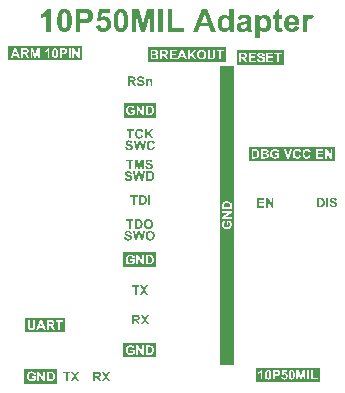
<source format=gto>
G04*
G04 #@! TF.GenerationSoftware,Altium Limited,Altium Designer,19.0.15 (446)*
G04*
G04 Layer_Color=65535*
%FSLAX44Y44*%
%MOMM*%
G71*
G01*
G75*
G36*
X147483Y232875D02*
X147587Y232866D01*
X147708Y232857D01*
X147855Y232840D01*
X148020Y232814D01*
X148193Y232771D01*
X148375Y232728D01*
X148565Y232667D01*
X148764Y232598D01*
X148964Y232511D01*
X149163Y232416D01*
X149362Y232295D01*
X149544Y232165D01*
X149726Y232009D01*
X149735Y232000D01*
X149752Y231983D01*
X149778Y231957D01*
X149813Y231913D01*
X149865Y231861D01*
X149916Y231801D01*
X149969Y231723D01*
X150038Y231636D01*
X150098Y231532D01*
X150168Y231428D01*
X150237Y231307D01*
X150306Y231177D01*
X150367Y231030D01*
X150436Y230883D01*
X150497Y230718D01*
X150549Y230545D01*
X148955Y230164D01*
Y230173D01*
X148946Y230190D01*
X148938Y230224D01*
X148929Y230268D01*
X148912Y230320D01*
X148886Y230380D01*
X148825Y230519D01*
X148747Y230675D01*
X148643Y230839D01*
X148513Y230995D01*
X148357Y231143D01*
X148349Y231151D01*
X148340Y231160D01*
X148314Y231177D01*
X148279Y231203D01*
X148236Y231229D01*
X148184Y231255D01*
X148054Y231325D01*
X147890Y231394D01*
X147708Y231446D01*
X147500Y231489D01*
X147266Y231506D01*
X147179D01*
X147119Y231498D01*
X147041Y231489D01*
X146954Y231472D01*
X146859Y231454D01*
X146755Y231428D01*
X146643Y231394D01*
X146521Y231350D01*
X146400Y231299D01*
X146279Y231238D01*
X146157Y231160D01*
X146045Y231073D01*
X145924Y230978D01*
X145820Y230865D01*
X145811Y230857D01*
X145794Y230839D01*
X145768Y230796D01*
X145733Y230744D01*
X145690Y230675D01*
X145646Y230588D01*
X145595Y230484D01*
X145551Y230363D01*
X145499Y230233D01*
X145447Y230077D01*
X145404Y229913D01*
X145361Y229722D01*
X145326Y229514D01*
X145300Y229298D01*
X145283Y229055D01*
X145274Y228795D01*
Y228778D01*
Y228726D01*
Y228648D01*
X145283Y228553D01*
X145291Y228423D01*
X145300Y228284D01*
X145317Y228128D01*
X145343Y227955D01*
X145404Y227600D01*
X145447Y227427D01*
X145499Y227245D01*
X145560Y227072D01*
X145638Y226916D01*
X145716Y226769D01*
X145811Y226639D01*
X145820Y226630D01*
X145837Y226613D01*
X145872Y226578D01*
X145906Y226535D01*
X145967Y226491D01*
X146027Y226439D01*
X146105Y226379D01*
X146192Y226318D01*
X146287Y226257D01*
X146400Y226197D01*
X146513Y226145D01*
X146643Y226102D01*
X146772Y226058D01*
X146920Y226024D01*
X147076Y226006D01*
X147232Y225998D01*
X147292D01*
X147335Y226006D01*
X147396D01*
X147457Y226024D01*
X147613Y226050D01*
X147786Y226102D01*
X147968Y226171D01*
X148150Y226275D01*
X148245Y226336D01*
X148331Y226405D01*
X148340Y226413D01*
X148349Y226422D01*
X148375Y226448D01*
X148409Y226483D01*
X148444Y226526D01*
X148487Y226578D01*
X148539Y226647D01*
X148591Y226717D01*
X148643Y226803D01*
X148704Y226898D01*
X148756Y227002D01*
X148816Y227124D01*
X148869Y227245D01*
X148920Y227383D01*
X148964Y227539D01*
X149007Y227695D01*
X150575Y227210D01*
Y227193D01*
X150557Y227150D01*
X150540Y227089D01*
X150506Y226994D01*
X150462Y226890D01*
X150419Y226760D01*
X150358Y226621D01*
X150289Y226474D01*
X150211Y226318D01*
X150124Y226154D01*
X150020Y225989D01*
X149916Y225833D01*
X149795Y225669D01*
X149665Y225521D01*
X149527Y225383D01*
X149371Y225253D01*
X149362Y225244D01*
X149336Y225227D01*
X149284Y225192D01*
X149224Y225158D01*
X149137Y225106D01*
X149042Y225054D01*
X148929Y224993D01*
X148791Y224941D01*
X148652Y224880D01*
X148487Y224820D01*
X148314Y224768D01*
X148124Y224716D01*
X147924Y224681D01*
X147708Y224646D01*
X147483Y224629D01*
X147249Y224620D01*
X147179D01*
X147093Y224629D01*
X146980Y224638D01*
X146850Y224655D01*
X146694Y224681D01*
X146513Y224707D01*
X146322Y224759D01*
X146123Y224811D01*
X145906Y224889D01*
X145690Y224976D01*
X145473Y225080D01*
X145257Y225201D01*
X145040Y225348D01*
X144832Y225513D01*
X144633Y225703D01*
X144624Y225712D01*
X144590Y225755D01*
X144538Y225816D01*
X144477Y225902D01*
X144399Y226015D01*
X144313Y226145D01*
X144217Y226301D01*
X144122Y226483D01*
X144027Y226682D01*
X143932Y226907D01*
X143845Y227150D01*
X143767Y227418D01*
X143706Y227704D01*
X143654Y228007D01*
X143620Y228328D01*
X143611Y228674D01*
Y228683D01*
Y228700D01*
Y228726D01*
Y228761D01*
Y228813D01*
X143620Y228865D01*
X143628Y229003D01*
X143646Y229168D01*
X143663Y229367D01*
X143698Y229583D01*
X143741Y229809D01*
X143793Y230060D01*
X143862Y230311D01*
X143940Y230571D01*
X144044Y230831D01*
X144157Y231082D01*
X144295Y231325D01*
X144451Y231558D01*
X144633Y231775D01*
X144642Y231784D01*
X144685Y231827D01*
X144737Y231879D01*
X144824Y231948D01*
X144928Y232035D01*
X145049Y232130D01*
X145196Y232225D01*
X145361Y232329D01*
X145542Y232433D01*
X145750Y232537D01*
X145967Y232624D01*
X146209Y232710D01*
X146469Y232780D01*
X146746Y232840D01*
X147041Y232875D01*
X147344Y232883D01*
X147413D01*
X147483Y232875D01*
D02*
G37*
G36*
X156005Y229644D02*
X159184Y224759D01*
X157097D01*
X154888Y228510D01*
X153589Y227167D01*
Y224759D01*
X151978D01*
Y232754D01*
X153589D01*
Y229202D01*
X156854Y232754D01*
X159028D01*
X156005Y229644D01*
D02*
G37*
G36*
X142857Y231402D02*
X140501D01*
Y224759D01*
X138890D01*
Y231402D01*
X136517D01*
Y232754D01*
X142857D01*
Y231402D01*
D02*
G37*
G36*
X138769Y223013D02*
X138899Y223004D01*
X139038Y222987D01*
X139202Y222970D01*
X139376Y222935D01*
X139549Y222900D01*
X139739Y222857D01*
X139930Y222805D01*
X140112Y222745D01*
X140294Y222666D01*
X140476Y222571D01*
X140640Y222476D01*
X140787Y222355D01*
X140796Y222346D01*
X140822Y222329D01*
X140857Y222285D01*
X140909Y222233D01*
X140969Y222173D01*
X141030Y222086D01*
X141099Y221991D01*
X141177Y221887D01*
X141246Y221766D01*
X141316Y221636D01*
X141385Y221489D01*
X141446Y221333D01*
X141506Y221168D01*
X141550Y220986D01*
X141576Y220796D01*
X141593Y220596D01*
X139982Y220536D01*
Y220544D01*
X139973Y220562D01*
Y220596D01*
X139965Y220631D01*
X139947Y220683D01*
X139930Y220744D01*
X139887Y220874D01*
X139826Y221012D01*
X139748Y221159D01*
X139653Y221298D01*
X139531Y221411D01*
X139514Y221419D01*
X139471Y221454D01*
X139393Y221497D01*
X139280Y221549D01*
X139133Y221601D01*
X138960Y221644D01*
X138752Y221679D01*
X138509Y221688D01*
X138397D01*
X138336Y221679D01*
X138267Y221670D01*
X138102Y221653D01*
X137929Y221618D01*
X137739Y221567D01*
X137565Y221489D01*
X137401Y221393D01*
X137392Y221385D01*
X137366Y221359D01*
X137323Y221315D01*
X137280Y221263D01*
X137227Y221194D01*
X137193Y221108D01*
X137158Y221012D01*
X137150Y220900D01*
Y220891D01*
Y220856D01*
X137158Y220796D01*
X137176Y220735D01*
X137210Y220657D01*
X137245Y220571D01*
X137305Y220492D01*
X137383Y220415D01*
X137401Y220406D01*
X137418Y220389D01*
X137453Y220371D01*
X137487Y220345D01*
X137539Y220319D01*
X137609Y220285D01*
X137687Y220250D01*
X137773Y220215D01*
X137877Y220172D01*
X137998Y220129D01*
X138137Y220085D01*
X138293Y220033D01*
X138466Y219981D01*
X138657Y219930D01*
X138864Y219877D01*
X138882D01*
X138917Y219869D01*
X138977Y219852D01*
X139055Y219834D01*
X139159Y219808D01*
X139263Y219774D01*
X139393Y219739D01*
X139523Y219704D01*
X139809Y219618D01*
X140094Y219522D01*
X140233Y219471D01*
X140372Y219419D01*
X140493Y219358D01*
X140605Y219306D01*
X140614D01*
X140632Y219289D01*
X140658Y219271D01*
X140701Y219254D01*
X140805Y219185D01*
X140935Y219098D01*
X141073Y218977D01*
X141220Y218838D01*
X141368Y218674D01*
X141498Y218492D01*
Y218483D01*
X141515Y218466D01*
X141524Y218440D01*
X141550Y218396D01*
X141576Y218344D01*
X141601Y218284D01*
X141628Y218214D01*
X141662Y218137D01*
X141688Y218050D01*
X141714Y217955D01*
X141766Y217738D01*
X141801Y217487D01*
X141818Y217218D01*
Y217210D01*
Y217192D01*
Y217149D01*
X141809Y217106D01*
Y217045D01*
X141801Y216967D01*
X141783Y216889D01*
X141766Y216803D01*
X141723Y216604D01*
X141653Y216387D01*
X141558Y216162D01*
X141498Y216040D01*
X141428Y215928D01*
Y215919D01*
X141411Y215902D01*
X141385Y215867D01*
X141359Y215833D01*
X141316Y215781D01*
X141272Y215720D01*
X141151Y215590D01*
X140995Y215452D01*
X140813Y215296D01*
X140597Y215157D01*
X140346Y215036D01*
X140337D01*
X140311Y215027D01*
X140276Y215010D01*
X140224Y214993D01*
X140155Y214967D01*
X140069Y214949D01*
X139973Y214923D01*
X139869Y214897D01*
X139748Y214863D01*
X139618Y214837D01*
X139471Y214819D01*
X139315Y214793D01*
X139159Y214776D01*
X138977Y214759D01*
X138795Y214750D01*
X138535D01*
X138457Y214759D01*
X138354D01*
X138232Y214767D01*
X138085Y214785D01*
X137921Y214811D01*
X137747Y214837D01*
X137557Y214871D01*
X137366Y214923D01*
X137176Y214975D01*
X136985Y215044D01*
X136795Y215122D01*
X136613Y215218D01*
X136439Y215322D01*
X136275Y215443D01*
X136266Y215452D01*
X136240Y215478D01*
X136197Y215521D01*
X136145Y215573D01*
X136084Y215651D01*
X136006Y215737D01*
X135928Y215841D01*
X135850Y215963D01*
X135764Y216101D01*
X135677Y216248D01*
X135599Y216422D01*
X135521Y216604D01*
X135452Y216803D01*
X135391Y217011D01*
X135339Y217244D01*
X135305Y217487D01*
X136872Y217643D01*
Y217634D01*
X136881Y217608D01*
X136890Y217565D01*
X136898Y217513D01*
X136916Y217444D01*
X136942Y217374D01*
X136994Y217201D01*
X137072Y217011D01*
X137176Y216811D01*
X137297Y216630D01*
X137366Y216552D01*
X137444Y216474D01*
X137453D01*
X137461Y216456D01*
X137487Y216439D01*
X137522Y216413D01*
X137565Y216387D01*
X137626Y216361D01*
X137687Y216326D01*
X137756Y216292D01*
X137929Y216222D01*
X138128Y216171D01*
X138362Y216127D01*
X138622Y216110D01*
X138700D01*
X138752Y216119D01*
X138821D01*
X138890Y216127D01*
X139064Y216153D01*
X139254Y216188D01*
X139453Y216248D01*
X139644Y216326D01*
X139731Y216378D01*
X139809Y216439D01*
X139817D01*
X139826Y216456D01*
X139869Y216500D01*
X139939Y216569D01*
X140008Y216656D01*
X140077Y216768D01*
X140146Y216907D01*
X140190Y217054D01*
X140207Y217132D01*
Y217210D01*
Y217218D01*
Y217262D01*
X140198Y217314D01*
X140190Y217374D01*
X140164Y217452D01*
X140138Y217539D01*
X140094Y217617D01*
X140034Y217695D01*
X140025Y217703D01*
X139999Y217729D01*
X139956Y217764D01*
X139904Y217816D01*
X139817Y217868D01*
X139722Y217929D01*
X139601Y217981D01*
X139453Y218041D01*
X139436Y218050D01*
X139419D01*
X139393Y218059D01*
X139358Y218067D01*
X139306Y218085D01*
X139254Y218102D01*
X139185Y218119D01*
X139107Y218145D01*
X139012Y218171D01*
X138908Y218197D01*
X138787Y218232D01*
X138657Y218267D01*
X138509Y218301D01*
X138345Y218344D01*
X138163Y218388D01*
X138146D01*
X138102Y218405D01*
X138042Y218422D01*
X137955Y218448D01*
X137843Y218474D01*
X137721Y218518D01*
X137591Y218561D01*
X137453Y218604D01*
X137150Y218726D01*
X136846Y218855D01*
X136708Y218933D01*
X136569Y219011D01*
X136448Y219089D01*
X136344Y219176D01*
X136335Y219185D01*
X136309Y219211D01*
X136275Y219245D01*
X136231Y219297D01*
X136171Y219358D01*
X136110Y219436D01*
X136041Y219522D01*
X135980Y219626D01*
X135911Y219739D01*
X135842Y219860D01*
X135781Y219999D01*
X135721Y220137D01*
X135677Y220285D01*
X135642Y220449D01*
X135617Y220614D01*
X135608Y220787D01*
Y220796D01*
Y220813D01*
Y220848D01*
X135617Y220891D01*
Y220943D01*
X135625Y221012D01*
X135651Y221159D01*
X135695Y221333D01*
X135755Y221532D01*
X135842Y221731D01*
X135954Y221930D01*
Y221939D01*
X135972Y221956D01*
X135989Y221982D01*
X136015Y222017D01*
X136102Y222112D01*
X136206Y222233D01*
X136353Y222363D01*
X136517Y222493D01*
X136725Y222623D01*
X136950Y222736D01*
X136959D01*
X136976Y222745D01*
X137020Y222762D01*
X137063Y222779D01*
X137132Y222805D01*
X137202Y222822D01*
X137288Y222848D01*
X137392Y222883D01*
X137505Y222909D01*
X137617Y222935D01*
X137747Y222952D01*
X137886Y222978D01*
X138042Y222996D01*
X138189Y223013D01*
X138527Y223022D01*
X138674D01*
X138769Y223013D01*
D02*
G37*
G36*
X157305D02*
X157409Y223004D01*
X157530Y222996D01*
X157677Y222978D01*
X157842Y222952D01*
X158015Y222909D01*
X158197Y222866D01*
X158387Y222805D01*
X158587Y222736D01*
X158786Y222649D01*
X158985Y222554D01*
X159184Y222433D01*
X159366Y222303D01*
X159548Y222147D01*
X159557Y222138D01*
X159574Y222121D01*
X159600Y222095D01*
X159635Y222052D01*
X159686Y222000D01*
X159739Y221939D01*
X159790Y221861D01*
X159860Y221774D01*
X159920Y221670D01*
X159990Y221567D01*
X160059Y221445D01*
X160128Y221315D01*
X160189Y221168D01*
X160258Y221021D01*
X160319Y220856D01*
X160371Y220683D01*
X158777Y220302D01*
Y220311D01*
X158768Y220328D01*
X158760Y220363D01*
X158751Y220406D01*
X158734Y220458D01*
X158708Y220518D01*
X158647Y220657D01*
X158569Y220813D01*
X158465Y220977D01*
X158335Y221133D01*
X158180Y221281D01*
X158171Y221289D01*
X158162Y221298D01*
X158136Y221315D01*
X158102Y221341D01*
X158058Y221367D01*
X158006Y221393D01*
X157876Y221463D01*
X157712Y221532D01*
X157530Y221584D01*
X157322Y221627D01*
X157088Y221644D01*
X157001D01*
X156941Y221636D01*
X156863Y221627D01*
X156776Y221610D01*
X156681Y221593D01*
X156577Y221567D01*
X156465Y221532D01*
X156343Y221489D01*
X156222Y221437D01*
X156101Y221376D01*
X155979Y221298D01*
X155867Y221211D01*
X155746Y221116D01*
X155642Y221003D01*
X155633Y220995D01*
X155616Y220977D01*
X155590Y220934D01*
X155555Y220882D01*
X155512Y220813D01*
X155468Y220726D01*
X155416Y220622D01*
X155373Y220501D01*
X155321Y220371D01*
X155269Y220215D01*
X155226Y220051D01*
X155183Y219860D01*
X155148Y219652D01*
X155122Y219436D01*
X155105Y219193D01*
X155096Y218933D01*
Y218916D01*
Y218864D01*
Y218786D01*
X155105Y218691D01*
X155113Y218561D01*
X155122Y218422D01*
X155139Y218267D01*
X155165Y218093D01*
X155226Y217738D01*
X155269Y217565D01*
X155321Y217383D01*
X155382Y217210D01*
X155460Y217054D01*
X155538Y216907D01*
X155633Y216777D01*
X155642Y216768D01*
X155659Y216751D01*
X155694Y216716D01*
X155728Y216673D01*
X155789Y216630D01*
X155850Y216577D01*
X155927Y216517D01*
X156014Y216456D01*
X156109Y216396D01*
X156222Y216335D01*
X156335Y216283D01*
X156465Y216240D01*
X156594Y216196D01*
X156742Y216162D01*
X156898Y216145D01*
X157053Y216136D01*
X157114D01*
X157157Y216145D01*
X157218D01*
X157279Y216162D01*
X157435Y216188D01*
X157608Y216240D01*
X157790Y216309D01*
X157972Y216413D01*
X158067Y216474D01*
X158153Y216543D01*
X158162Y216552D01*
X158171Y216560D01*
X158197Y216586D01*
X158231Y216621D01*
X158266Y216664D01*
X158309Y216716D01*
X158361Y216785D01*
X158413Y216855D01*
X158465Y216941D01*
X158526Y217037D01*
X158578Y217141D01*
X158638Y217262D01*
X158691Y217383D01*
X158743Y217522D01*
X158786Y217677D01*
X158829Y217833D01*
X160397Y217348D01*
Y217331D01*
X160380Y217288D01*
X160362Y217227D01*
X160327Y217132D01*
X160284Y217028D01*
X160241Y216898D01*
X160180Y216759D01*
X160111Y216612D01*
X160033Y216456D01*
X159946Y216292D01*
X159843Y216127D01*
X159739Y215971D01*
X159617Y215807D01*
X159487Y215659D01*
X159349Y215521D01*
X159193Y215391D01*
X159184Y215382D01*
X159158Y215365D01*
X159106Y215330D01*
X159046Y215296D01*
X158959Y215244D01*
X158864Y215192D01*
X158751Y215131D01*
X158612Y215079D01*
X158474Y215019D01*
X158309Y214958D01*
X158136Y214906D01*
X157946Y214854D01*
X157746Y214819D01*
X157530Y214785D01*
X157305Y214767D01*
X157071Y214759D01*
X157001D01*
X156915Y214767D01*
X156802Y214776D01*
X156672Y214793D01*
X156517Y214819D01*
X156335Y214845D01*
X156144Y214897D01*
X155945Y214949D01*
X155728Y215027D01*
X155512Y215114D01*
X155295Y215218D01*
X155079Y215339D01*
X154862Y215486D01*
X154654Y215651D01*
X154455Y215841D01*
X154446Y215850D01*
X154412Y215893D01*
X154360Y215954D01*
X154299Y216040D01*
X154221Y216153D01*
X154135Y216283D01*
X154039Y216439D01*
X153944Y216621D01*
X153849Y216820D01*
X153753Y217045D01*
X153667Y217288D01*
X153589Y217556D01*
X153528Y217842D01*
X153476Y218145D01*
X153442Y218466D01*
X153433Y218812D01*
Y218821D01*
Y218838D01*
Y218864D01*
Y218899D01*
Y218951D01*
X153442Y219003D01*
X153450Y219141D01*
X153468Y219306D01*
X153485Y219505D01*
X153520Y219722D01*
X153563Y219947D01*
X153615Y220198D01*
X153684Y220449D01*
X153762Y220709D01*
X153866Y220969D01*
X153979Y221220D01*
X154117Y221463D01*
X154273Y221696D01*
X154455Y221913D01*
X154464Y221922D01*
X154507Y221965D01*
X154559Y222017D01*
X154646Y222086D01*
X154750Y222173D01*
X154871Y222268D01*
X155018Y222363D01*
X155183Y222467D01*
X155365Y222571D01*
X155572Y222675D01*
X155789Y222762D01*
X156031Y222848D01*
X156291Y222918D01*
X156568Y222978D01*
X156863Y223013D01*
X157166Y223022D01*
X157235D01*
X157305Y223013D01*
D02*
G37*
G36*
X150956Y214897D02*
X149215D01*
X147639Y220874D01*
X146045Y214897D01*
X144287D01*
X142398Y222892D01*
X144053D01*
X145248Y217392D01*
X146712Y222892D01*
X148643D01*
X150029Y217305D01*
X151242Y222892D01*
X152870D01*
X150956Y214897D01*
D02*
G37*
G36*
X227500Y33000D02*
X215228D01*
Y286250D01*
X227500D01*
Y33000D01*
D02*
G37*
G36*
X146493Y156254D02*
X146692D01*
X146805Y156245D01*
X147048Y156228D01*
X147299Y156193D01*
X147541Y156158D01*
X147654Y156132D01*
X147758Y156106D01*
X147767D01*
X147793Y156098D01*
X147827Y156080D01*
X147879Y156063D01*
X147940Y156046D01*
X148009Y156011D01*
X148174Y155933D01*
X148364Y155838D01*
X148563Y155708D01*
X148763Y155552D01*
X148962Y155370D01*
X148970Y155361D01*
X148988Y155344D01*
X149014Y155318D01*
X149048Y155275D01*
X149083Y155223D01*
X149135Y155162D01*
X149187Y155093D01*
X149248Y155006D01*
X149308Y154920D01*
X149369Y154824D01*
X149499Y154599D01*
X149620Y154348D01*
X149724Y154071D01*
Y154062D01*
X149733Y154036D01*
X149750Y153993D01*
X149767Y153932D01*
X149785Y153863D01*
X149811Y153768D01*
X149837Y153664D01*
X149862Y153551D01*
X149880Y153421D01*
X149906Y153274D01*
X149932Y153118D01*
X149949Y152954D01*
X149966Y152772D01*
X149984Y152590D01*
X149993Y152391D01*
Y152183D01*
Y152174D01*
Y152139D01*
Y152087D01*
Y152018D01*
X149984Y151931D01*
Y151836D01*
X149975Y151724D01*
X149958Y151602D01*
X149932Y151334D01*
X149888Y151048D01*
X149828Y150762D01*
X149741Y150485D01*
Y150476D01*
X149724Y150450D01*
X149707Y150399D01*
X149689Y150338D01*
X149655Y150269D01*
X149620Y150182D01*
X149577Y150087D01*
X149525Y149983D01*
X149403Y149757D01*
X149256Y149524D01*
X149083Y149290D01*
X148884Y149073D01*
X148875Y149065D01*
X148867Y149056D01*
X148841Y149030D01*
X148806Y149004D01*
X148763Y148969D01*
X148719Y148926D01*
X148659Y148883D01*
X148589Y148839D01*
X148425Y148736D01*
X148234Y148632D01*
X148009Y148528D01*
X147758Y148432D01*
X147749D01*
X147732Y148424D01*
X147706Y148415D01*
X147662Y148406D01*
X147611Y148398D01*
X147541Y148380D01*
X147463Y148363D01*
X147377Y148354D01*
X147281Y148337D01*
X147177Y148320D01*
X147056Y148302D01*
X146926Y148294D01*
X146796Y148285D01*
X146649Y148276D01*
X146493Y148268D01*
X143297D01*
Y156262D01*
X146407D01*
X146493Y156254D01*
D02*
G37*
G36*
X142258Y154911D02*
X139902D01*
Y148268D01*
X138291D01*
Y154911D01*
X135918D01*
Y156262D01*
X142258D01*
Y154911D01*
D02*
G37*
G36*
X155068Y156383D02*
X155189Y156375D01*
X155337Y156357D01*
X155510Y156332D01*
X155700Y156297D01*
X155908Y156254D01*
X156133Y156193D01*
X156359Y156124D01*
X156592Y156037D01*
X156835Y155925D01*
X157069Y155803D01*
X157294Y155656D01*
X157511Y155483D01*
X157718Y155292D01*
X157727Y155283D01*
X157762Y155240D01*
X157814Y155180D01*
X157883Y155093D01*
X157970Y154980D01*
X158056Y154842D01*
X158152Y154686D01*
X158255Y154495D01*
X158351Y154296D01*
X158446Y154062D01*
X158541Y153811D01*
X158619Y153543D01*
X158688Y153248D01*
X158741Y152936D01*
X158775Y152598D01*
X158784Y152243D01*
Y152235D01*
Y152217D01*
Y152191D01*
Y152157D01*
Y152113D01*
X158775Y152062D01*
X158766Y151923D01*
X158749Y151758D01*
X158732Y151576D01*
X158697Y151360D01*
X158654Y151135D01*
X158593Y150901D01*
X158524Y150650D01*
X158437Y150399D01*
X158342Y150147D01*
X158221Y149896D01*
X158074Y149654D01*
X157918Y149428D01*
X157727Y149212D01*
X157718Y149203D01*
X157675Y149169D01*
X157623Y149108D01*
X157536Y149039D01*
X157433Y148961D01*
X157303Y148865D01*
X157155Y148770D01*
X156982Y148666D01*
X156792Y148562D01*
X156584Y148467D01*
X156350Y148372D01*
X156099Y148294D01*
X155830Y148224D01*
X155544Y148164D01*
X155233Y148129D01*
X154912Y148120D01*
X154834D01*
X154739Y148129D01*
X154618Y148138D01*
X154470Y148155D01*
X154289Y148181D01*
X154098Y148207D01*
X153890Y148259D01*
X153665Y148311D01*
X153440Y148389D01*
X153197Y148476D01*
X152963Y148580D01*
X152730Y148701D01*
X152504Y148848D01*
X152288Y149013D01*
X152080Y149203D01*
X152071Y149221D01*
X152037Y149255D01*
X151985Y149316D01*
X151915Y149402D01*
X151837Y149515D01*
X151751Y149654D01*
X151655Y149810D01*
X151560Y149991D01*
X151456Y150191D01*
X151361Y150416D01*
X151274Y150658D01*
X151196Y150927D01*
X151127Y151213D01*
X151075Y151524D01*
X151040Y151854D01*
X151032Y152200D01*
Y152217D01*
Y152252D01*
Y152321D01*
X151040Y152408D01*
Y152512D01*
X151049Y152633D01*
X151067Y152763D01*
X151075Y152919D01*
X151101Y153075D01*
X151118Y153239D01*
X151188Y153586D01*
X151274Y153924D01*
X151335Y154097D01*
X151396Y154253D01*
Y154262D01*
X151404Y154279D01*
X151422Y154313D01*
X151448Y154357D01*
X151474Y154409D01*
X151508Y154469D01*
X151586Y154625D01*
X151690Y154790D01*
X151820Y154980D01*
X151967Y155162D01*
X152132Y155353D01*
X152141Y155361D01*
X152158Y155370D01*
X152184Y155396D01*
X152218Y155431D01*
X152262Y155474D01*
X152314Y155517D01*
X152444Y155621D01*
X152591Y155743D01*
X152773Y155864D01*
X152963Y155976D01*
X153171Y156072D01*
X153180D01*
X153206Y156089D01*
X153249Y156098D01*
X153301Y156124D01*
X153370Y156150D01*
X153457Y156176D01*
X153552Y156202D01*
X153665Y156236D01*
X153786Y156262D01*
X153916Y156288D01*
X154063Y156314D01*
X154211Y156340D01*
X154540Y156375D01*
X154895Y156392D01*
X154973D01*
X155068Y156383D01*
D02*
G37*
G36*
X137897Y146513D02*
X138027Y146504D01*
X138165Y146487D01*
X138330Y146470D01*
X138503Y146435D01*
X138676Y146400D01*
X138867Y146357D01*
X139058Y146305D01*
X139239Y146244D01*
X139421Y146166D01*
X139603Y146071D01*
X139768Y145976D01*
X139915Y145855D01*
X139924Y145846D01*
X139950Y145829D01*
X139984Y145785D01*
X140036Y145733D01*
X140097Y145673D01*
X140157Y145586D01*
X140227Y145491D01*
X140305Y145387D01*
X140374Y145266D01*
X140443Y145136D01*
X140513Y144989D01*
X140573Y144833D01*
X140634Y144668D01*
X140677Y144486D01*
X140703Y144296D01*
X140720Y144096D01*
X139109Y144036D01*
Y144045D01*
X139101Y144062D01*
Y144096D01*
X139092Y144131D01*
X139075Y144183D01*
X139058Y144244D01*
X139014Y144374D01*
X138954Y144512D01*
X138876Y144659D01*
X138780Y144798D01*
X138659Y144911D01*
X138642Y144919D01*
X138598Y144954D01*
X138520Y144997D01*
X138408Y145049D01*
X138261Y145101D01*
X138087Y145145D01*
X137879Y145179D01*
X137637Y145188D01*
X137524D01*
X137464Y145179D01*
X137395Y145170D01*
X137230Y145153D01*
X137057Y145119D01*
X136866Y145066D01*
X136693Y144989D01*
X136528Y144893D01*
X136520Y144885D01*
X136494Y144859D01*
X136450Y144815D01*
X136407Y144763D01*
X136355Y144694D01*
X136320Y144607D01*
X136286Y144512D01*
X136277Y144400D01*
Y144391D01*
Y144356D01*
X136286Y144296D01*
X136303Y144235D01*
X136338Y144157D01*
X136372Y144071D01*
X136433Y143993D01*
X136511Y143914D01*
X136528Y143906D01*
X136546Y143889D01*
X136580Y143871D01*
X136615Y143845D01*
X136667Y143819D01*
X136736Y143785D01*
X136814Y143750D01*
X136901Y143715D01*
X137005Y143672D01*
X137126Y143629D01*
X137264Y143585D01*
X137421Y143533D01*
X137594Y143482D01*
X137784Y143429D01*
X137992Y143378D01*
X138009D01*
X138044Y143369D01*
X138105Y143352D01*
X138183Y143334D01*
X138287Y143308D01*
X138391Y143274D01*
X138520Y143239D01*
X138650Y143204D01*
X138936Y143118D01*
X139222Y143022D01*
X139361Y142971D01*
X139499Y142919D01*
X139620Y142858D01*
X139733Y142806D01*
X139742D01*
X139759Y142789D01*
X139785Y142771D01*
X139828Y142754D01*
X139932Y142685D01*
X140062Y142598D01*
X140201Y142477D01*
X140348Y142338D01*
X140495Y142174D01*
X140625Y141992D01*
Y141983D01*
X140642Y141966D01*
X140651Y141940D01*
X140677Y141896D01*
X140703Y141845D01*
X140729Y141784D01*
X140755Y141715D01*
X140790Y141637D01*
X140816Y141550D01*
X140842Y141455D01*
X140894Y141238D01*
X140928Y140987D01*
X140946Y140718D01*
Y140710D01*
Y140693D01*
Y140649D01*
X140937Y140606D01*
Y140545D01*
X140928Y140467D01*
X140911Y140389D01*
X140894Y140303D01*
X140850Y140104D01*
X140781Y139887D01*
X140686Y139662D01*
X140625Y139541D01*
X140556Y139428D01*
Y139419D01*
X140539Y139402D01*
X140513Y139367D01*
X140487Y139333D01*
X140443Y139281D01*
X140400Y139220D01*
X140279Y139090D01*
X140123Y138952D01*
X139941Y138796D01*
X139724Y138657D01*
X139473Y138536D01*
X139465D01*
X139439Y138527D01*
X139404Y138510D01*
X139352Y138492D01*
X139283Y138467D01*
X139196Y138449D01*
X139101Y138423D01*
X138997Y138397D01*
X138876Y138363D01*
X138746Y138337D01*
X138598Y138319D01*
X138442Y138293D01*
X138287Y138276D01*
X138105Y138259D01*
X137923Y138250D01*
X137663D01*
X137585Y138259D01*
X137481D01*
X137360Y138267D01*
X137213Y138285D01*
X137048Y138311D01*
X136875Y138337D01*
X136684Y138371D01*
X136494Y138423D01*
X136303Y138475D01*
X136113Y138545D01*
X135922Y138622D01*
X135740Y138718D01*
X135567Y138822D01*
X135402Y138943D01*
X135394Y138952D01*
X135368Y138977D01*
X135324Y139021D01*
X135272Y139073D01*
X135212Y139151D01*
X135134Y139237D01*
X135056Y139341D01*
X134978Y139463D01*
X134891Y139601D01*
X134805Y139748D01*
X134727Y139922D01*
X134649Y140104D01*
X134579Y140303D01*
X134519Y140511D01*
X134467Y140744D01*
X134432Y140987D01*
X136000Y141143D01*
Y141134D01*
X136009Y141108D01*
X136017Y141065D01*
X136026Y141013D01*
X136043Y140944D01*
X136069Y140874D01*
X136121Y140701D01*
X136199Y140511D01*
X136303Y140311D01*
X136424Y140129D01*
X136494Y140052D01*
X136572Y139974D01*
X136580D01*
X136589Y139956D01*
X136615Y139939D01*
X136650Y139913D01*
X136693Y139887D01*
X136754Y139861D01*
X136814Y139826D01*
X136883Y139792D01*
X137057Y139722D01*
X137256Y139670D01*
X137490Y139627D01*
X137750Y139610D01*
X137828D01*
X137879Y139619D01*
X137949D01*
X138018Y139627D01*
X138191Y139653D01*
X138382Y139688D01*
X138581Y139748D01*
X138772Y139826D01*
X138858Y139878D01*
X138936Y139939D01*
X138945D01*
X138954Y139956D01*
X138997Y140000D01*
X139066Y140069D01*
X139135Y140155D01*
X139205Y140268D01*
X139274Y140407D01*
X139317Y140554D01*
X139335Y140632D01*
Y140710D01*
Y140718D01*
Y140762D01*
X139326Y140814D01*
X139317Y140874D01*
X139291Y140952D01*
X139265Y141039D01*
X139222Y141117D01*
X139161Y141195D01*
X139153Y141203D01*
X139127Y141229D01*
X139083Y141264D01*
X139031Y141316D01*
X138945Y141368D01*
X138850Y141429D01*
X138728Y141481D01*
X138581Y141541D01*
X138564Y141550D01*
X138546D01*
X138520Y141559D01*
X138486Y141567D01*
X138434Y141585D01*
X138382Y141602D01*
X138313Y141619D01*
X138235Y141645D01*
X138139Y141671D01*
X138035Y141697D01*
X137914Y141732D01*
X137784Y141767D01*
X137637Y141801D01*
X137472Y141845D01*
X137290Y141888D01*
X137273D01*
X137230Y141905D01*
X137169Y141922D01*
X137083Y141948D01*
X136970Y141974D01*
X136849Y142018D01*
X136719Y142061D01*
X136580Y142104D01*
X136277Y142226D01*
X135974Y142355D01*
X135835Y142433D01*
X135697Y142511D01*
X135576Y142589D01*
X135472Y142676D01*
X135463Y142685D01*
X135437Y142711D01*
X135402Y142745D01*
X135359Y142797D01*
X135298Y142858D01*
X135238Y142936D01*
X135169Y143022D01*
X135108Y143126D01*
X135039Y143239D01*
X134969Y143360D01*
X134909Y143499D01*
X134848Y143637D01*
X134805Y143785D01*
X134770Y143949D01*
X134744Y144114D01*
X134735Y144287D01*
Y144296D01*
Y144313D01*
Y144348D01*
X134744Y144391D01*
Y144443D01*
X134753Y144512D01*
X134779Y144659D01*
X134822Y144833D01*
X134883Y145032D01*
X134969Y145231D01*
X135082Y145430D01*
Y145439D01*
X135099Y145456D01*
X135117Y145482D01*
X135142Y145517D01*
X135229Y145612D01*
X135333Y145733D01*
X135480Y145863D01*
X135645Y145993D01*
X135853Y146123D01*
X136078Y146236D01*
X136087D01*
X136104Y146244D01*
X136147Y146262D01*
X136191Y146279D01*
X136260Y146305D01*
X136329Y146322D01*
X136416Y146348D01*
X136520Y146383D01*
X136632Y146409D01*
X136745Y146435D01*
X136875Y146452D01*
X137013Y146478D01*
X137169Y146496D01*
X137317Y146513D01*
X137654Y146522D01*
X137802D01*
X137897Y146513D01*
D02*
G37*
G36*
X150083Y138397D02*
X148343D01*
X146766Y144374D01*
X145172Y138397D01*
X143414D01*
X141526Y146392D01*
X143180D01*
X144376Y140892D01*
X145839Y146392D01*
X147771D01*
X149157Y140805D01*
X150369Y146392D01*
X151998D01*
X150083Y138397D01*
D02*
G37*
G36*
X156553Y146513D02*
X156675Y146504D01*
X156822Y146487D01*
X156995Y146461D01*
X157186Y146426D01*
X157394Y146383D01*
X157619Y146322D01*
X157844Y146253D01*
X158078Y146166D01*
X158320Y146054D01*
X158554Y145933D01*
X158779Y145785D01*
X158996Y145612D01*
X159204Y145422D01*
X159213Y145413D01*
X159247Y145370D01*
X159299Y145309D01*
X159368Y145222D01*
X159455Y145110D01*
X159542Y144971D01*
X159637Y144815D01*
X159741Y144625D01*
X159836Y144426D01*
X159931Y144192D01*
X160027Y143940D01*
X160105Y143672D01*
X160174Y143378D01*
X160226Y143066D01*
X160261Y142728D01*
X160269Y142373D01*
Y142364D01*
Y142347D01*
Y142321D01*
Y142286D01*
Y142243D01*
X160261Y142191D01*
X160252Y142052D01*
X160235Y141888D01*
X160217Y141706D01*
X160183Y141489D01*
X160139Y141264D01*
X160079Y141030D01*
X160009Y140779D01*
X159923Y140528D01*
X159827Y140277D01*
X159706Y140026D01*
X159559Y139783D01*
X159403Y139558D01*
X159213Y139341D01*
X159204Y139333D01*
X159161Y139298D01*
X159109Y139237D01*
X159022Y139168D01*
X158918Y139090D01*
X158788Y138995D01*
X158641Y138900D01*
X158468Y138796D01*
X158277Y138692D01*
X158069Y138596D01*
X157835Y138501D01*
X157584Y138423D01*
X157316Y138354D01*
X157030Y138293D01*
X156718Y138259D01*
X156398Y138250D01*
X156320D01*
X156224Y138259D01*
X156103Y138267D01*
X155956Y138285D01*
X155774Y138311D01*
X155583Y138337D01*
X155375Y138389D01*
X155150Y138441D01*
X154925Y138518D01*
X154683Y138605D01*
X154449Y138709D01*
X154215Y138830D01*
X153990Y138977D01*
X153773Y139142D01*
X153565Y139333D01*
X153557Y139350D01*
X153522Y139385D01*
X153470Y139445D01*
X153401Y139532D01*
X153323Y139644D01*
X153236Y139783D01*
X153141Y139939D01*
X153046Y140121D01*
X152942Y140320D01*
X152846Y140545D01*
X152760Y140788D01*
X152682Y141056D01*
X152612Y141342D01*
X152561Y141654D01*
X152526Y141983D01*
X152517Y142330D01*
Y142347D01*
Y142381D01*
Y142451D01*
X152526Y142537D01*
Y142641D01*
X152535Y142763D01*
X152552Y142893D01*
X152561Y143048D01*
X152587Y143204D01*
X152604Y143369D01*
X152673Y143715D01*
X152760Y144053D01*
X152820Y144226D01*
X152881Y144382D01*
Y144391D01*
X152890Y144408D01*
X152907Y144443D01*
X152933Y144486D01*
X152959Y144538D01*
X152994Y144599D01*
X153072Y144755D01*
X153175Y144919D01*
X153306Y145110D01*
X153453Y145292D01*
X153617Y145482D01*
X153626Y145491D01*
X153643Y145500D01*
X153669Y145526D01*
X153704Y145560D01*
X153747Y145604D01*
X153799Y145647D01*
X153929Y145751D01*
X154076Y145872D01*
X154258Y145993D01*
X154449Y146106D01*
X154657Y146201D01*
X154665D01*
X154691Y146219D01*
X154735Y146227D01*
X154787Y146253D01*
X154856Y146279D01*
X154943Y146305D01*
X155038Y146331D01*
X155150Y146366D01*
X155272Y146392D01*
X155401Y146418D01*
X155549Y146444D01*
X155696Y146470D01*
X156025Y146504D01*
X156380Y146522D01*
X156458D01*
X156553Y146513D01*
D02*
G37*
G36*
X155687Y206884D02*
X155817Y206875D01*
X155956Y206857D01*
X156120Y206840D01*
X156294Y206806D01*
X156467Y206771D01*
X156657Y206728D01*
X156848Y206676D01*
X157030Y206615D01*
X157212Y206537D01*
X157394Y206442D01*
X157558Y206346D01*
X157705Y206225D01*
X157714Y206217D01*
X157740Y206199D01*
X157775Y206156D01*
X157827Y206104D01*
X157887Y206043D01*
X157948Y205957D01*
X158017Y205861D01*
X158095Y205758D01*
X158165Y205636D01*
X158234Y205506D01*
X158303Y205359D01*
X158364Y205203D01*
X158424Y205039D01*
X158468Y204857D01*
X158494Y204666D01*
X158511Y204467D01*
X156900Y204406D01*
Y204415D01*
X156891Y204432D01*
Y204467D01*
X156883Y204502D01*
X156865Y204554D01*
X156848Y204614D01*
X156805Y204744D01*
X156744Y204883D01*
X156666Y205030D01*
X156571Y205169D01*
X156449Y205281D01*
X156432Y205290D01*
X156389Y205324D01*
X156311Y205368D01*
X156198Y205420D01*
X156051Y205472D01*
X155878Y205515D01*
X155670Y205550D01*
X155428Y205558D01*
X155315D01*
X155254Y205550D01*
X155185Y205541D01*
X155020Y205524D01*
X154847Y205489D01*
X154657Y205437D01*
X154483Y205359D01*
X154319Y205264D01*
X154310Y205255D01*
X154284Y205229D01*
X154241Y205186D01*
X154198Y205134D01*
X154146Y205065D01*
X154111Y204978D01*
X154076Y204883D01*
X154068Y204770D01*
Y204762D01*
Y204727D01*
X154076Y204666D01*
X154094Y204606D01*
X154128Y204528D01*
X154163Y204441D01*
X154224Y204363D01*
X154302Y204285D01*
X154319Y204276D01*
X154336Y204259D01*
X154371Y204242D01*
X154405Y204216D01*
X154457Y204190D01*
X154527Y204155D01*
X154605Y204121D01*
X154691Y204086D01*
X154795Y204043D01*
X154916Y203999D01*
X155055Y203956D01*
X155211Y203904D01*
X155384Y203852D01*
X155575Y203800D01*
X155783Y203748D01*
X155800D01*
X155835Y203739D01*
X155895Y203722D01*
X155973Y203705D01*
X156077Y203679D01*
X156181Y203644D01*
X156311Y203610D01*
X156441Y203575D01*
X156727Y203488D01*
X157013Y203393D01*
X157151Y203341D01*
X157290Y203289D01*
X157411Y203228D01*
X157524Y203176D01*
X157532D01*
X157549Y203159D01*
X157576Y203142D01*
X157619Y203125D01*
X157723Y203055D01*
X157853Y202969D01*
X157991Y202847D01*
X158139Y202709D01*
X158286Y202544D01*
X158416Y202362D01*
Y202354D01*
X158433Y202336D01*
X158442Y202310D01*
X158468Y202267D01*
X158494Y202215D01*
X158520Y202154D01*
X158546Y202085D01*
X158580Y202007D01*
X158606Y201921D01*
X158632Y201825D01*
X158684Y201609D01*
X158719Y201357D01*
X158736Y201089D01*
Y201080D01*
Y201063D01*
Y201020D01*
X158728Y200976D01*
Y200916D01*
X158719Y200838D01*
X158701Y200760D01*
X158684Y200673D01*
X158641Y200474D01*
X158572Y200257D01*
X158476Y200032D01*
X158416Y199911D01*
X158346Y199799D01*
Y199790D01*
X158329Y199772D01*
X158303Y199738D01*
X158277Y199703D01*
X158234Y199651D01*
X158190Y199591D01*
X158069Y199461D01*
X157913Y199322D01*
X157731Y199166D01*
X157515Y199028D01*
X157264Y198906D01*
X157255D01*
X157229Y198898D01*
X157194Y198880D01*
X157142Y198863D01*
X157073Y198837D01*
X156987Y198820D01*
X156891Y198794D01*
X156787Y198768D01*
X156666Y198733D01*
X156536Y198707D01*
X156389Y198690D01*
X156233Y198664D01*
X156077Y198647D01*
X155895Y198629D01*
X155713Y198620D01*
X155454D01*
X155375Y198629D01*
X155272D01*
X155150Y198638D01*
X155003Y198655D01*
X154838Y198681D01*
X154665Y198707D01*
X154475Y198742D01*
X154284Y198794D01*
X154094Y198846D01*
X153903Y198915D01*
X153713Y198993D01*
X153531Y199088D01*
X153357Y199192D01*
X153193Y199313D01*
X153184Y199322D01*
X153158Y199348D01*
X153115Y199391D01*
X153063Y199443D01*
X153002Y199521D01*
X152924Y199608D01*
X152846Y199712D01*
X152768Y199833D01*
X152682Y199972D01*
X152595Y200119D01*
X152517Y200292D01*
X152439Y200474D01*
X152370Y200673D01*
X152309Y200881D01*
X152257Y201115D01*
X152223Y201357D01*
X153791Y201513D01*
Y201505D01*
X153799Y201479D01*
X153808Y201436D01*
X153816Y201383D01*
X153834Y201314D01*
X153860Y201245D01*
X153912Y201072D01*
X153990Y200881D01*
X154094Y200682D01*
X154215Y200500D01*
X154284Y200422D01*
X154362Y200344D01*
X154371D01*
X154380Y200327D01*
X154405Y200310D01*
X154440Y200284D01*
X154483Y200257D01*
X154544Y200232D01*
X154605Y200197D01*
X154674Y200162D01*
X154847Y200093D01*
X155046Y200041D01*
X155280Y199998D01*
X155540Y199980D01*
X155618D01*
X155670Y199989D01*
X155739D01*
X155809Y199998D01*
X155982Y200024D01*
X156172Y200058D01*
X156372Y200119D01*
X156562Y200197D01*
X156649Y200249D01*
X156727Y200310D01*
X156735D01*
X156744Y200327D01*
X156787Y200370D01*
X156857Y200439D01*
X156926Y200526D01*
X156995Y200639D01*
X157065Y200777D01*
X157108Y200924D01*
X157125Y201002D01*
Y201080D01*
Y201089D01*
Y201132D01*
X157116Y201184D01*
X157108Y201245D01*
X157082Y201323D01*
X157056Y201409D01*
X157013Y201488D01*
X156952Y201565D01*
X156943Y201574D01*
X156917Y201600D01*
X156874Y201635D01*
X156822Y201687D01*
X156735Y201739D01*
X156640Y201799D01*
X156519Y201851D01*
X156372Y201912D01*
X156354Y201921D01*
X156337D01*
X156311Y201929D01*
X156276Y201938D01*
X156224Y201955D01*
X156172Y201973D01*
X156103Y201990D01*
X156025Y202016D01*
X155930Y202042D01*
X155826Y202068D01*
X155705Y202102D01*
X155575Y202137D01*
X155428Y202172D01*
X155263Y202215D01*
X155081Y202258D01*
X155064D01*
X155020Y202276D01*
X154960Y202293D01*
X154873Y202319D01*
X154761Y202345D01*
X154639Y202388D01*
X154509Y202432D01*
X154371Y202475D01*
X154068Y202596D01*
X153764Y202726D01*
X153626Y202804D01*
X153487Y202882D01*
X153366Y202960D01*
X153262Y203046D01*
X153253Y203055D01*
X153228Y203081D01*
X153193Y203116D01*
X153150Y203168D01*
X153089Y203228D01*
X153028Y203306D01*
X152959Y203393D01*
X152898Y203497D01*
X152829Y203610D01*
X152760Y203731D01*
X152699Y203869D01*
X152639Y204008D01*
X152595Y204155D01*
X152561Y204320D01*
X152535Y204484D01*
X152526Y204657D01*
Y204666D01*
Y204683D01*
Y204718D01*
X152535Y204762D01*
Y204813D01*
X152543Y204883D01*
X152569Y205030D01*
X152612Y205203D01*
X152673Y205402D01*
X152760Y205602D01*
X152872Y205801D01*
Y205809D01*
X152890Y205827D01*
X152907Y205853D01*
X152933Y205887D01*
X153020Y205983D01*
X153124Y206104D01*
X153271Y206234D01*
X153435Y206364D01*
X153643Y206494D01*
X153869Y206606D01*
X153877D01*
X153894Y206615D01*
X153938Y206632D01*
X153981Y206650D01*
X154050Y206676D01*
X154120Y206693D01*
X154206Y206719D01*
X154310Y206754D01*
X154423Y206780D01*
X154535Y206806D01*
X154665Y206823D01*
X154804Y206849D01*
X154960Y206866D01*
X155107Y206884D01*
X155445Y206892D01*
X155592D01*
X155687Y206884D01*
D02*
G37*
G36*
X151027Y198768D02*
X149538D01*
X149529Y205056D01*
X147953Y198768D01*
X146394D01*
X144817Y205056D01*
Y198768D01*
X143328D01*
Y206762D01*
X145744D01*
X147182Y201306D01*
X148602Y206762D01*
X151027D01*
Y198768D01*
D02*
G37*
G36*
X142305Y205411D02*
X139950D01*
Y198768D01*
X138339D01*
Y205411D01*
X135965D01*
Y206762D01*
X142305D01*
Y205411D01*
D02*
G37*
G36*
X138261Y197013D02*
X138391Y197004D01*
X138529Y196987D01*
X138694Y196970D01*
X138867Y196935D01*
X139040Y196900D01*
X139231Y196857D01*
X139421Y196805D01*
X139603Y196744D01*
X139785Y196667D01*
X139967Y196571D01*
X140132Y196476D01*
X140279Y196355D01*
X140287Y196346D01*
X140313Y196329D01*
X140348Y196285D01*
X140400Y196233D01*
X140461Y196173D01*
X140521Y196086D01*
X140590Y195991D01*
X140668Y195887D01*
X140738Y195766D01*
X140807Y195636D01*
X140876Y195489D01*
X140937Y195333D01*
X140998Y195168D01*
X141041Y194986D01*
X141067Y194796D01*
X141084Y194596D01*
X139473Y194536D01*
Y194545D01*
X139465Y194562D01*
Y194596D01*
X139456Y194631D01*
X139439Y194683D01*
X139421Y194744D01*
X139378Y194874D01*
X139317Y195012D01*
X139239Y195159D01*
X139144Y195298D01*
X139023Y195411D01*
X139005Y195419D01*
X138962Y195454D01*
X138884Y195497D01*
X138772Y195549D01*
X138624Y195601D01*
X138451Y195644D01*
X138243Y195679D01*
X138001Y195688D01*
X137888D01*
X137828Y195679D01*
X137758Y195670D01*
X137594Y195653D01*
X137421Y195618D01*
X137230Y195567D01*
X137057Y195489D01*
X136892Y195393D01*
X136883Y195385D01*
X136858Y195359D01*
X136814Y195315D01*
X136771Y195263D01*
X136719Y195194D01*
X136684Y195107D01*
X136650Y195012D01*
X136641Y194900D01*
Y194891D01*
Y194856D01*
X136650Y194796D01*
X136667Y194735D01*
X136702Y194657D01*
X136736Y194571D01*
X136797Y194492D01*
X136875Y194415D01*
X136892Y194406D01*
X136909Y194389D01*
X136944Y194371D01*
X136979Y194345D01*
X137031Y194319D01*
X137100Y194285D01*
X137178Y194250D01*
X137264Y194215D01*
X137368Y194172D01*
X137490Y194129D01*
X137628Y194085D01*
X137784Y194033D01*
X137957Y193981D01*
X138148Y193930D01*
X138356Y193878D01*
X138373D01*
X138408Y193869D01*
X138469Y193852D01*
X138546Y193834D01*
X138650Y193808D01*
X138754Y193774D01*
X138884Y193739D01*
X139014Y193704D01*
X139300Y193618D01*
X139586Y193522D01*
X139724Y193470D01*
X139863Y193419D01*
X139984Y193358D01*
X140097Y193306D01*
X140105D01*
X140123Y193289D01*
X140149Y193271D01*
X140192Y193254D01*
X140296Y193185D01*
X140426Y193098D01*
X140564Y192977D01*
X140712Y192838D01*
X140859Y192674D01*
X140989Y192492D01*
Y192483D01*
X141006Y192466D01*
X141015Y192440D01*
X141041Y192396D01*
X141067Y192344D01*
X141093Y192284D01*
X141119Y192215D01*
X141153Y192137D01*
X141180Y192050D01*
X141206Y191955D01*
X141257Y191738D01*
X141292Y191487D01*
X141309Y191218D01*
Y191210D01*
Y191192D01*
Y191149D01*
X141301Y191106D01*
Y191045D01*
X141292Y190967D01*
X141275Y190889D01*
X141257Y190803D01*
X141214Y190604D01*
X141145Y190387D01*
X141050Y190162D01*
X140989Y190040D01*
X140920Y189928D01*
Y189919D01*
X140902Y189902D01*
X140876Y189867D01*
X140850Y189833D01*
X140807Y189781D01*
X140764Y189720D01*
X140642Y189590D01*
X140487Y189452D01*
X140305Y189296D01*
X140088Y189157D01*
X139837Y189036D01*
X139828D01*
X139802Y189027D01*
X139768Y189010D01*
X139716Y188993D01*
X139646Y188967D01*
X139560Y188949D01*
X139465Y188923D01*
X139361Y188897D01*
X139239Y188863D01*
X139109Y188837D01*
X138962Y188819D01*
X138806Y188793D01*
X138650Y188776D01*
X138469Y188759D01*
X138287Y188750D01*
X138027D01*
X137949Y188759D01*
X137845D01*
X137724Y188767D01*
X137576Y188785D01*
X137412Y188811D01*
X137239Y188837D01*
X137048Y188871D01*
X136858Y188923D01*
X136667Y188975D01*
X136476Y189044D01*
X136286Y189122D01*
X136104Y189218D01*
X135931Y189322D01*
X135766Y189443D01*
X135758Y189452D01*
X135731Y189478D01*
X135688Y189521D01*
X135636Y189573D01*
X135576Y189651D01*
X135498Y189737D01*
X135420Y189841D01*
X135342Y189963D01*
X135255Y190101D01*
X135169Y190248D01*
X135091Y190422D01*
X135013Y190604D01*
X134943Y190803D01*
X134883Y191011D01*
X134831Y191245D01*
X134796Y191487D01*
X136364Y191643D01*
Y191634D01*
X136372Y191608D01*
X136381Y191565D01*
X136390Y191513D01*
X136407Y191444D01*
X136433Y191374D01*
X136485Y191201D01*
X136563Y191011D01*
X136667Y190811D01*
X136788Y190630D01*
X136858Y190552D01*
X136935Y190474D01*
X136944D01*
X136953Y190456D01*
X136979Y190439D01*
X137013Y190413D01*
X137057Y190387D01*
X137117Y190361D01*
X137178Y190326D01*
X137247Y190292D01*
X137421Y190222D01*
X137620Y190170D01*
X137853Y190127D01*
X138113Y190110D01*
X138191D01*
X138243Y190119D01*
X138313D01*
X138382Y190127D01*
X138555Y190153D01*
X138746Y190188D01*
X138945Y190248D01*
X139135Y190326D01*
X139222Y190378D01*
X139300Y190439D01*
X139309D01*
X139317Y190456D01*
X139361Y190500D01*
X139430Y190569D01*
X139499Y190655D01*
X139569Y190768D01*
X139638Y190907D01*
X139681Y191054D01*
X139698Y191132D01*
Y191210D01*
Y191218D01*
Y191262D01*
X139690Y191314D01*
X139681Y191374D01*
X139655Y191452D01*
X139629Y191539D01*
X139586Y191617D01*
X139525Y191695D01*
X139516Y191703D01*
X139490Y191730D01*
X139447Y191764D01*
X139395Y191816D01*
X139309Y191868D01*
X139213Y191929D01*
X139092Y191981D01*
X138945Y192041D01*
X138927Y192050D01*
X138910D01*
X138884Y192059D01*
X138850Y192067D01*
X138798Y192085D01*
X138746Y192102D01*
X138676Y192119D01*
X138598Y192145D01*
X138503Y192171D01*
X138399Y192197D01*
X138278Y192232D01*
X138148Y192267D01*
X138001Y192301D01*
X137836Y192344D01*
X137654Y192388D01*
X137637D01*
X137594Y192405D01*
X137533Y192422D01*
X137446Y192448D01*
X137334Y192474D01*
X137213Y192518D01*
X137083Y192561D01*
X136944Y192604D01*
X136641Y192726D01*
X136338Y192855D01*
X136199Y192933D01*
X136061Y193011D01*
X135939Y193089D01*
X135835Y193176D01*
X135827Y193185D01*
X135801Y193211D01*
X135766Y193245D01*
X135723Y193297D01*
X135662Y193358D01*
X135602Y193436D01*
X135532Y193522D01*
X135472Y193626D01*
X135402Y193739D01*
X135333Y193860D01*
X135272Y193999D01*
X135212Y194137D01*
X135169Y194285D01*
X135134Y194449D01*
X135108Y194614D01*
X135099Y194787D01*
Y194796D01*
Y194813D01*
Y194848D01*
X135108Y194891D01*
Y194943D01*
X135117Y195012D01*
X135142Y195159D01*
X135186Y195333D01*
X135246Y195532D01*
X135333Y195731D01*
X135446Y195930D01*
Y195939D01*
X135463Y195956D01*
X135480Y195982D01*
X135506Y196017D01*
X135593Y196112D01*
X135697Y196233D01*
X135844Y196363D01*
X136009Y196493D01*
X136216Y196623D01*
X136442Y196736D01*
X136450D01*
X136468Y196744D01*
X136511Y196762D01*
X136554Y196779D01*
X136624Y196805D01*
X136693Y196822D01*
X136779Y196848D01*
X136883Y196883D01*
X136996Y196909D01*
X137109Y196935D01*
X137239Y196952D01*
X137377Y196978D01*
X137533Y196996D01*
X137680Y197013D01*
X138018Y197022D01*
X138165D01*
X138261Y197013D01*
D02*
G37*
G36*
X150447Y188897D02*
X148706D01*
X147130Y194874D01*
X145536Y188897D01*
X143778D01*
X141890Y196892D01*
X143544D01*
X144739Y191392D01*
X146203Y196892D01*
X148135D01*
X149520Y191305D01*
X150733Y196892D01*
X152361D01*
X150447Y188897D01*
D02*
G37*
G36*
X156406Y196883D02*
X156606D01*
X156718Y196874D01*
X156961Y196857D01*
X157212Y196822D01*
X157454Y196788D01*
X157567Y196762D01*
X157671Y196736D01*
X157680D01*
X157705Y196727D01*
X157740Y196710D01*
X157792Y196693D01*
X157853Y196675D01*
X157922Y196640D01*
X158087Y196563D01*
X158277Y196467D01*
X158476Y196337D01*
X158675Y196182D01*
X158875Y196000D01*
X158883Y195991D01*
X158901Y195974D01*
X158927Y195948D01*
X158961Y195904D01*
X158996Y195852D01*
X159048Y195792D01*
X159100Y195722D01*
X159161Y195636D01*
X159221Y195549D01*
X159282Y195454D01*
X159412Y195229D01*
X159533Y194977D01*
X159637Y194700D01*
Y194692D01*
X159646Y194666D01*
X159663Y194622D01*
X159680Y194562D01*
X159698Y194492D01*
X159724Y194397D01*
X159749Y194293D01*
X159775Y194181D01*
X159793Y194051D01*
X159819Y193904D01*
X159845Y193748D01*
X159862Y193583D01*
X159880Y193401D01*
X159897Y193219D01*
X159905Y193020D01*
Y192812D01*
Y192803D01*
Y192769D01*
Y192717D01*
Y192648D01*
X159897Y192561D01*
Y192466D01*
X159888Y192353D01*
X159871Y192232D01*
X159845Y191963D01*
X159802Y191677D01*
X159741Y191392D01*
X159654Y191115D01*
Y191106D01*
X159637Y191080D01*
X159620Y191028D01*
X159602Y190967D01*
X159568Y190898D01*
X159533Y190811D01*
X159490Y190716D01*
X159438Y190612D01*
X159317Y190387D01*
X159169Y190153D01*
X158996Y189919D01*
X158797Y189703D01*
X158788Y189694D01*
X158779Y189685D01*
X158753Y189659D01*
X158719Y189634D01*
X158675Y189599D01*
X158632Y189555D01*
X158572Y189512D01*
X158502Y189469D01*
X158338Y189365D01*
X158147Y189261D01*
X157922Y189157D01*
X157671Y189062D01*
X157662D01*
X157645Y189053D01*
X157619Y189044D01*
X157576Y189036D01*
X157524Y189027D01*
X157454Y189010D01*
X157376Y188993D01*
X157290Y188984D01*
X157194Y188967D01*
X157091Y188949D01*
X156969Y188932D01*
X156839Y188923D01*
X156709Y188915D01*
X156562Y188906D01*
X156406Y188897D01*
X153210D01*
Y196892D01*
X156320D01*
X156406Y196883D01*
D02*
G37*
G36*
X120177Y23166D02*
X122931Y19000D01*
X120991D01*
X119215Y21711D01*
X117431Y19000D01*
X115500D01*
X118271Y23157D01*
X115759Y26995D01*
X117648D01*
X119224Y24595D01*
X120818Y26995D01*
X122689D01*
X120177Y23166D01*
D02*
G37*
G36*
X111957Y26986D02*
X112078D01*
X112217Y26977D01*
X112355Y26969D01*
X112667Y26943D01*
X112971Y26899D01*
X113118Y26882D01*
X113265Y26847D01*
X113395Y26813D01*
X113507Y26778D01*
X113516D01*
X113533Y26769D01*
X113559Y26752D01*
X113603Y26735D01*
X113655Y26709D01*
X113707Y26683D01*
X113845Y26605D01*
X113993Y26492D01*
X114140Y26362D01*
X114296Y26198D01*
X114434Y26007D01*
Y25998D01*
X114452Y25981D01*
X114469Y25955D01*
X114486Y25912D01*
X114521Y25860D01*
X114547Y25799D01*
X114581Y25721D01*
X114616Y25643D01*
X114677Y25461D01*
X114737Y25245D01*
X114772Y25011D01*
X114789Y24751D01*
Y24743D01*
Y24708D01*
Y24665D01*
X114781Y24604D01*
X114772Y24526D01*
X114763Y24439D01*
X114746Y24335D01*
X114720Y24232D01*
X114659Y23989D01*
X114616Y23868D01*
X114564Y23747D01*
X114503Y23616D01*
X114434Y23495D01*
X114356Y23374D01*
X114261Y23261D01*
X114252Y23253D01*
X114235Y23235D01*
X114209Y23210D01*
X114166Y23166D01*
X114105Y23123D01*
X114036Y23071D01*
X113958Y23010D01*
X113863Y22950D01*
X113759Y22880D01*
X113646Y22820D01*
X113516Y22759D01*
X113369Y22698D01*
X113213Y22647D01*
X113048Y22594D01*
X112866Y22551D01*
X112676Y22517D01*
X112685D01*
X112702Y22499D01*
X112728Y22491D01*
X112763Y22465D01*
X112858Y22404D01*
X112979Y22317D01*
X113118Y22222D01*
X113265Y22109D01*
X113412Y21979D01*
X113542Y21850D01*
X113559Y21832D01*
X113577Y21806D01*
X113603Y21780D01*
X113637Y21737D01*
X113681Y21685D01*
X113733Y21624D01*
X113785Y21555D01*
X113845Y21469D01*
X113915Y21373D01*
X113993Y21269D01*
X114071Y21148D01*
X114157Y21018D01*
X114252Y20871D01*
X114356Y20724D01*
X114460Y20550D01*
X115439Y19000D01*
X113507D01*
X112338Y20741D01*
X112330Y20750D01*
X112312Y20784D01*
X112278Y20828D01*
X112234Y20888D01*
X112191Y20966D01*
X112130Y21044D01*
X112000Y21235D01*
X111853Y21434D01*
X111715Y21624D01*
X111645Y21711D01*
X111585Y21789D01*
X111533Y21858D01*
X111481Y21910D01*
X111472Y21919D01*
X111446Y21954D01*
X111394Y21988D01*
X111334Y22040D01*
X111264Y22101D01*
X111178Y22153D01*
X111091Y22205D01*
X110996Y22239D01*
X110987Y22248D01*
X110944Y22257D01*
X110883Y22274D01*
X110796Y22291D01*
X110684Y22309D01*
X110545Y22317D01*
X110381Y22335D01*
X109861D01*
Y19000D01*
X108250D01*
Y26995D01*
X111853D01*
X111957Y26986D01*
D02*
G37*
G36*
X93743Y23416D02*
X96497Y19250D01*
X94557D01*
X92781Y21961D01*
X90997Y19250D01*
X89065D01*
X91837Y23407D01*
X89325Y27245D01*
X91213D01*
X92790Y24845D01*
X94383Y27245D01*
X96254D01*
X93743Y23416D01*
D02*
G37*
G36*
X88840Y25893D02*
X86484D01*
Y19250D01*
X84873D01*
Y25893D01*
X82500D01*
Y27245D01*
X88840D01*
Y25893D01*
D02*
G37*
G36*
X77724Y17153D02*
X50000D01*
Y29424D01*
X77724D01*
Y17153D01*
D02*
G37*
G36*
X311705Y174616D02*
X311835Y174607D01*
X311973Y174590D01*
X312138Y174572D01*
X312311Y174538D01*
X312484Y174503D01*
X312675Y174460D01*
X312865Y174408D01*
X313047Y174347D01*
X313229Y174269D01*
X313411Y174174D01*
X313575Y174079D01*
X313723Y173958D01*
X313731Y173949D01*
X313757Y173932D01*
X313792Y173888D01*
X313844Y173836D01*
X313905Y173776D01*
X313965Y173689D01*
X314035Y173594D01*
X314113Y173490D01*
X314182Y173368D01*
X314251Y173239D01*
X314320Y173091D01*
X314381Y172935D01*
X314442Y172771D01*
X314485Y172589D01*
X314511Y172398D01*
X314528Y172199D01*
X312917Y172139D01*
Y172147D01*
X312909Y172165D01*
Y172199D01*
X312900Y172234D01*
X312883Y172286D01*
X312865Y172346D01*
X312822Y172476D01*
X312761Y172615D01*
X312683Y172762D01*
X312588Y172901D01*
X312467Y173013D01*
X312450Y173022D01*
X312406Y173057D01*
X312328Y173100D01*
X312216Y173152D01*
X312069Y173204D01*
X311895Y173247D01*
X311687Y173282D01*
X311445Y173291D01*
X311332D01*
X311272Y173282D01*
X311202Y173273D01*
X311038Y173256D01*
X310865Y173221D01*
X310674Y173169D01*
X310501Y173091D01*
X310336Y172996D01*
X310327Y172987D01*
X310301Y172961D01*
X310258Y172918D01*
X310215Y172866D01*
X310163Y172797D01*
X310128Y172710D01*
X310094Y172615D01*
X310085Y172502D01*
Y172494D01*
Y172459D01*
X310094Y172398D01*
X310111Y172338D01*
X310146Y172260D01*
X310180Y172173D01*
X310241Y172095D01*
X310319Y172017D01*
X310336Y172009D01*
X310354Y171991D01*
X310388Y171974D01*
X310423Y171948D01*
X310475Y171922D01*
X310544Y171887D01*
X310622Y171853D01*
X310709Y171818D01*
X310813Y171775D01*
X310934Y171731D01*
X311072Y171688D01*
X311228Y171636D01*
X311402Y171584D01*
X311592Y171532D01*
X311800Y171480D01*
X311817D01*
X311852Y171472D01*
X311913Y171454D01*
X311991Y171437D01*
X312094Y171411D01*
X312198Y171376D01*
X312328Y171342D01*
X312458Y171307D01*
X312744Y171220D01*
X313030Y171125D01*
X313169Y171073D01*
X313307Y171021D01*
X313428Y170961D01*
X313541Y170909D01*
X313550D01*
X313567Y170891D01*
X313593Y170874D01*
X313636Y170857D01*
X313740Y170787D01*
X313870Y170701D01*
X314009Y170579D01*
X314156Y170441D01*
X314303Y170276D01*
X314433Y170095D01*
Y170086D01*
X314450Y170068D01*
X314459Y170042D01*
X314485Y169999D01*
X314511Y169947D01*
X314537Y169887D01*
X314563Y169817D01*
X314598Y169739D01*
X314624Y169653D01*
X314650Y169557D01*
X314701Y169341D01*
X314736Y169090D01*
X314753Y168821D01*
Y168813D01*
Y168795D01*
Y168752D01*
X314745Y168709D01*
Y168648D01*
X314736Y168570D01*
X314719Y168492D01*
X314701Y168405D01*
X314658Y168206D01*
X314589Y167990D01*
X314494Y167765D01*
X314433Y167643D01*
X314364Y167531D01*
Y167522D01*
X314346Y167505D01*
X314320Y167470D01*
X314294Y167435D01*
X314251Y167383D01*
X314208Y167323D01*
X314087Y167193D01*
X313931Y167054D01*
X313749Y166898D01*
X313532Y166760D01*
X313281Y166639D01*
X313272D01*
X313246Y166630D01*
X313212Y166613D01*
X313160Y166595D01*
X313090Y166569D01*
X313004Y166552D01*
X312909Y166526D01*
X312805Y166500D01*
X312683Y166465D01*
X312554Y166439D01*
X312406Y166422D01*
X312250Y166396D01*
X312094Y166379D01*
X311913Y166361D01*
X311731Y166353D01*
X311471D01*
X311393Y166361D01*
X311289D01*
X311168Y166370D01*
X311020Y166387D01*
X310856Y166413D01*
X310683Y166439D01*
X310492Y166474D01*
X310301Y166526D01*
X310111Y166578D01*
X309920Y166647D01*
X309730Y166725D01*
X309548Y166821D01*
X309375Y166924D01*
X309210Y167046D01*
X309202Y167054D01*
X309176Y167080D01*
X309132Y167124D01*
X309080Y167176D01*
X309020Y167253D01*
X308942Y167340D01*
X308864Y167444D01*
X308786Y167565D01*
X308699Y167704D01*
X308613Y167851D01*
X308535Y168024D01*
X308457Y168206D01*
X308387Y168405D01*
X308327Y168613D01*
X308275Y168847D01*
X308240Y169090D01*
X309808Y169246D01*
Y169237D01*
X309816Y169211D01*
X309825Y169168D01*
X309834Y169116D01*
X309851Y169046D01*
X309877Y168977D01*
X309929Y168804D01*
X310007Y168613D01*
X310111Y168414D01*
X310232Y168232D01*
X310301Y168154D01*
X310380Y168076D01*
X310388D01*
X310397Y168059D01*
X310423Y168042D01*
X310457Y168016D01*
X310501Y167990D01*
X310561Y167964D01*
X310622Y167929D01*
X310691Y167894D01*
X310865Y167825D01*
X311064Y167773D01*
X311298Y167730D01*
X311557Y167713D01*
X311635D01*
X311687Y167721D01*
X311757D01*
X311826Y167730D01*
X311999Y167756D01*
X312190Y167791D01*
X312389Y167851D01*
X312579Y167929D01*
X312666Y167981D01*
X312744Y168042D01*
X312753D01*
X312761Y168059D01*
X312805Y168102D01*
X312874Y168172D01*
X312943Y168258D01*
X313013Y168371D01*
X313082Y168509D01*
X313125Y168657D01*
X313143Y168735D01*
Y168813D01*
Y168821D01*
Y168865D01*
X313134Y168916D01*
X313125Y168977D01*
X313099Y169055D01*
X313073Y169142D01*
X313030Y169220D01*
X312969Y169298D01*
X312961Y169306D01*
X312935Y169332D01*
X312891Y169367D01*
X312839Y169419D01*
X312753Y169471D01*
X312657Y169531D01*
X312536Y169583D01*
X312389Y169644D01*
X312372Y169653D01*
X312354D01*
X312328Y169661D01*
X312294Y169670D01*
X312242Y169687D01*
X312190Y169705D01*
X312120Y169722D01*
X312043Y169748D01*
X311947Y169774D01*
X311843Y169800D01*
X311722Y169835D01*
X311592Y169869D01*
X311445Y169904D01*
X311280Y169947D01*
X311098Y169991D01*
X311081D01*
X311038Y170008D01*
X310977Y170025D01*
X310891Y170051D01*
X310778Y170077D01*
X310657Y170121D01*
X310527Y170164D01*
X310388Y170207D01*
X310085Y170328D01*
X309782Y170458D01*
X309643Y170536D01*
X309505Y170614D01*
X309383Y170692D01*
X309279Y170779D01*
X309271Y170787D01*
X309245Y170813D01*
X309210Y170848D01*
X309167Y170900D01*
X309106Y170961D01*
X309046Y171039D01*
X308976Y171125D01*
X308916Y171229D01*
X308846Y171342D01*
X308777Y171463D01*
X308717Y171602D01*
X308656Y171740D01*
X308613Y171887D01*
X308578Y172052D01*
X308552Y172216D01*
X308543Y172390D01*
Y172398D01*
Y172416D01*
Y172450D01*
X308552Y172494D01*
Y172546D01*
X308561Y172615D01*
X308587Y172762D01*
X308630Y172935D01*
X308690Y173135D01*
X308777Y173334D01*
X308890Y173533D01*
Y173542D01*
X308907Y173559D01*
X308924Y173585D01*
X308950Y173620D01*
X309037Y173715D01*
X309141Y173836D01*
X309288Y173966D01*
X309453Y174096D01*
X309661Y174226D01*
X309886Y174339D01*
X309895D01*
X309912Y174347D01*
X309955Y174364D01*
X309998Y174382D01*
X310068Y174408D01*
X310137Y174425D01*
X310224Y174451D01*
X310327Y174486D01*
X310440Y174512D01*
X310553Y174538D01*
X310683Y174555D01*
X310821Y174581D01*
X310977Y174598D01*
X311124Y174616D01*
X311462Y174624D01*
X311609D01*
X311705Y174616D01*
D02*
G37*
G36*
X307123Y166500D02*
X305512D01*
Y174494D01*
X307123D01*
Y166500D01*
D02*
G37*
G36*
X300696Y174486D02*
X300895D01*
X301008Y174477D01*
X301250Y174460D01*
X301502Y174425D01*
X301744Y174391D01*
X301857Y174364D01*
X301961Y174339D01*
X301969D01*
X301995Y174330D01*
X302030Y174313D01*
X302082Y174295D01*
X302143Y174278D01*
X302212Y174243D01*
X302376Y174165D01*
X302567Y174070D01*
X302766Y173940D01*
X302965Y173784D01*
X303165Y173602D01*
X303173Y173594D01*
X303190Y173576D01*
X303216Y173550D01*
X303251Y173507D01*
X303286Y173455D01*
X303338Y173395D01*
X303390Y173325D01*
X303450Y173239D01*
X303511Y173152D01*
X303572Y173057D01*
X303702Y172831D01*
X303823Y172580D01*
X303927Y172303D01*
Y172295D01*
X303935Y172269D01*
X303953Y172225D01*
X303970Y172165D01*
X303987Y172095D01*
X304013Y172000D01*
X304039Y171896D01*
X304065Y171784D01*
X304083Y171653D01*
X304109Y171506D01*
X304135Y171350D01*
X304152Y171186D01*
X304169Y171004D01*
X304187Y170822D01*
X304195Y170623D01*
Y170415D01*
Y170406D01*
Y170372D01*
Y170320D01*
Y170250D01*
X304187Y170164D01*
Y170068D01*
X304178Y169956D01*
X304161Y169835D01*
X304135Y169566D01*
X304091Y169280D01*
X304031Y168995D01*
X303944Y168717D01*
Y168709D01*
X303927Y168683D01*
X303909Y168631D01*
X303892Y168570D01*
X303857Y168501D01*
X303823Y168414D01*
X303780Y168319D01*
X303727Y168215D01*
X303606Y167990D01*
X303459Y167756D01*
X303286Y167522D01*
X303087Y167306D01*
X303078Y167297D01*
X303069Y167288D01*
X303043Y167262D01*
X303009Y167236D01*
X302965Y167202D01*
X302922Y167158D01*
X302861Y167115D01*
X302792Y167072D01*
X302628Y166968D01*
X302437Y166864D01*
X302212Y166760D01*
X301961Y166665D01*
X301952D01*
X301935Y166656D01*
X301909Y166647D01*
X301865Y166639D01*
X301813Y166630D01*
X301744Y166613D01*
X301666Y166595D01*
X301579Y166587D01*
X301484Y166569D01*
X301380Y166552D01*
X301259Y166535D01*
X301129Y166526D01*
X300999Y166517D01*
X300852Y166509D01*
X300696Y166500D01*
X297500D01*
Y174494D01*
X300609D01*
X300696Y174486D01*
D02*
G37*
G36*
X260806Y166250D02*
X259195D01*
X255956Y171499D01*
Y166250D01*
X254466D01*
Y174244D01*
X256025D01*
X259317Y168874D01*
Y174244D01*
X260806D01*
Y166250D01*
D02*
G37*
G36*
X252924Y172893D02*
X248611D01*
Y171126D01*
X252621D01*
Y169775D01*
X248611D01*
Y167601D01*
X253080D01*
Y166250D01*
X247000D01*
Y174244D01*
X252924D01*
Y172893D01*
D02*
G37*
G36*
X312649Y205603D02*
X240250D01*
Y217874D01*
X312649D01*
Y205603D01*
D02*
G37*
G36*
X161474Y39353D02*
X133750D01*
Y51624D01*
X161474D01*
Y39353D01*
D02*
G37*
G36*
Y116103D02*
X133750D01*
Y128374D01*
X161474D01*
Y116103D01*
D02*
G37*
G36*
X161724Y242353D02*
X134000D01*
Y254624D01*
X161724D01*
Y242353D01*
D02*
G37*
G36*
X152927Y71416D02*
X155681Y67250D01*
X153741D01*
X151965Y69961D01*
X150181Y67250D01*
X148250D01*
X151021Y71407D01*
X148509Y75244D01*
X150398D01*
X151974Y72845D01*
X153568Y75244D01*
X155439D01*
X152927Y71416D01*
D02*
G37*
G36*
X144707Y75236D02*
X144828D01*
X144967Y75227D01*
X145105Y75219D01*
X145417Y75192D01*
X145721Y75149D01*
X145868Y75132D01*
X146015Y75097D01*
X146145Y75063D01*
X146257Y75028D01*
X146266D01*
X146284Y75019D01*
X146309Y75002D01*
X146353Y74985D01*
X146405Y74959D01*
X146457Y74933D01*
X146595Y74855D01*
X146742Y74742D01*
X146890Y74612D01*
X147046Y74448D01*
X147184Y74257D01*
Y74248D01*
X147202Y74231D01*
X147219Y74205D01*
X147236Y74162D01*
X147271Y74110D01*
X147297Y74049D01*
X147331Y73971D01*
X147366Y73893D01*
X147427Y73711D01*
X147487Y73495D01*
X147522Y73261D01*
X147539Y73001D01*
Y72993D01*
Y72958D01*
Y72915D01*
X147531Y72854D01*
X147522Y72776D01*
X147513Y72689D01*
X147496Y72585D01*
X147470Y72481D01*
X147409Y72239D01*
X147366Y72118D01*
X147314Y71996D01*
X147254Y71866D01*
X147184Y71745D01*
X147106Y71624D01*
X147011Y71511D01*
X147002Y71503D01*
X146985Y71485D01*
X146959Y71459D01*
X146916Y71416D01*
X146855Y71373D01*
X146786Y71321D01*
X146708Y71260D01*
X146613Y71200D01*
X146509Y71130D01*
X146396Y71070D01*
X146266Y71009D01*
X146119Y70948D01*
X145963Y70897D01*
X145798Y70844D01*
X145617Y70801D01*
X145426Y70767D01*
X145435D01*
X145452Y70749D01*
X145478Y70740D01*
X145513Y70715D01*
X145608Y70654D01*
X145729Y70567D01*
X145868Y70472D01*
X146015Y70359D01*
X146162Y70230D01*
X146292Y70100D01*
X146309Y70082D01*
X146327Y70056D01*
X146353Y70030D01*
X146387Y69987D01*
X146431Y69935D01*
X146483Y69874D01*
X146535Y69805D01*
X146595Y69718D01*
X146665Y69623D01*
X146742Y69519D01*
X146820Y69398D01*
X146907Y69268D01*
X147002Y69121D01*
X147106Y68974D01*
X147210Y68800D01*
X148189Y67250D01*
X146257D01*
X145088Y68991D01*
X145079Y69000D01*
X145062Y69034D01*
X145028Y69078D01*
X144984Y69138D01*
X144941Y69216D01*
X144880Y69294D01*
X144750Y69485D01*
X144603Y69684D01*
X144465Y69874D01*
X144395Y69961D01*
X144335Y70039D01*
X144283Y70108D01*
X144231Y70160D01*
X144222Y70169D01*
X144196Y70203D01*
X144144Y70238D01*
X144083Y70290D01*
X144014Y70351D01*
X143928Y70403D01*
X143841Y70455D01*
X143746Y70489D01*
X143737Y70498D01*
X143694Y70507D01*
X143633Y70524D01*
X143546Y70541D01*
X143434Y70559D01*
X143295Y70567D01*
X143131Y70585D01*
X142611D01*
Y67250D01*
X141000D01*
Y75244D01*
X144603D01*
X144707Y75236D01*
D02*
G37*
G36*
X152242Y96416D02*
X154997Y92250D01*
X153057D01*
X151281Y94961D01*
X149497Y92250D01*
X147565D01*
X150337Y96407D01*
X147825Y100245D01*
X149713D01*
X151290Y97845D01*
X152883Y100245D01*
X154754D01*
X152242Y96416D01*
D02*
G37*
G36*
X147340Y98893D02*
X144984D01*
Y92250D01*
X143373D01*
Y98893D01*
X141000D01*
Y100245D01*
X147340D01*
Y98893D01*
D02*
G37*
G36*
X156502Y168750D02*
X154891D01*
Y176744D01*
X156502D01*
Y168750D01*
D02*
G37*
G36*
X150076Y176736D02*
X150275D01*
X150387Y176727D01*
X150630Y176710D01*
X150881Y176675D01*
X151124Y176640D01*
X151236Y176615D01*
X151340Y176589D01*
X151349D01*
X151375Y176580D01*
X151409Y176563D01*
X151461Y176545D01*
X151522Y176528D01*
X151591Y176493D01*
X151756Y176415D01*
X151946Y176320D01*
X152146Y176190D01*
X152345Y176034D01*
X152544Y175852D01*
X152553Y175844D01*
X152570Y175826D01*
X152596Y175800D01*
X152631Y175757D01*
X152665Y175705D01*
X152717Y175644D01*
X152769Y175575D01*
X152830Y175489D01*
X152891Y175402D01*
X152951Y175307D01*
X153081Y175082D01*
X153202Y174830D01*
X153306Y174553D01*
Y174545D01*
X153315Y174519D01*
X153332Y174475D01*
X153350Y174415D01*
X153367Y174345D01*
X153393Y174250D01*
X153419Y174146D01*
X153445Y174034D01*
X153462Y173904D01*
X153488Y173756D01*
X153514Y173600D01*
X153532Y173436D01*
X153549Y173254D01*
X153566Y173072D01*
X153575Y172873D01*
Y172665D01*
Y172656D01*
Y172622D01*
Y172570D01*
Y172500D01*
X153566Y172414D01*
Y172318D01*
X153558Y172206D01*
X153540Y172085D01*
X153514Y171816D01*
X153471Y171530D01*
X153410Y171245D01*
X153324Y170967D01*
Y170959D01*
X153306Y170933D01*
X153289Y170881D01*
X153272Y170820D01*
X153237Y170751D01*
X153202Y170664D01*
X153159Y170569D01*
X153107Y170465D01*
X152986Y170240D01*
X152839Y170006D01*
X152665Y169772D01*
X152466Y169555D01*
X152458Y169547D01*
X152449Y169538D01*
X152423Y169512D01*
X152388Y169486D01*
X152345Y169452D01*
X152302Y169408D01*
X152241Y169365D01*
X152172Y169322D01*
X152007Y169218D01*
X151817Y169114D01*
X151591Y169010D01*
X151340Y168915D01*
X151332D01*
X151314Y168906D01*
X151288Y168897D01*
X151245Y168889D01*
X151193Y168880D01*
X151124Y168863D01*
X151046Y168845D01*
X150959Y168837D01*
X150864Y168819D01*
X150760Y168802D01*
X150639Y168785D01*
X150509Y168776D01*
X150379Y168767D01*
X150232Y168759D01*
X150076Y168750D01*
X146880D01*
Y176744D01*
X149989D01*
X150076Y176736D01*
D02*
G37*
G36*
X145840Y175393D02*
X143484D01*
Y168750D01*
X141873D01*
Y175393D01*
X139500D01*
Y176744D01*
X145840D01*
Y175393D01*
D02*
G37*
G36*
X148604Y277366D02*
X148734Y277357D01*
X148872Y277340D01*
X149037Y277322D01*
X149210Y277288D01*
X149383Y277253D01*
X149574Y277210D01*
X149764Y277158D01*
X149946Y277097D01*
X150128Y277019D01*
X150310Y276924D01*
X150475Y276829D01*
X150622Y276707D01*
X150631Y276699D01*
X150657Y276681D01*
X150691Y276638D01*
X150743Y276586D01*
X150804Y276526D01*
X150864Y276439D01*
X150934Y276344D01*
X151012Y276240D01*
X151081Y276119D01*
X151150Y275989D01*
X151220Y275841D01*
X151280Y275685D01*
X151341Y275521D01*
X151384Y275339D01*
X151410Y275148D01*
X151427Y274949D01*
X149817Y274889D01*
Y274897D01*
X149808Y274915D01*
Y274949D01*
X149799Y274984D01*
X149782Y275036D01*
X149764Y275096D01*
X149721Y275226D01*
X149661Y275365D01*
X149583Y275512D01*
X149487Y275651D01*
X149366Y275763D01*
X149349Y275772D01*
X149305Y275807D01*
X149228Y275850D01*
X149115Y275902D01*
X148968Y275954D01*
X148794Y275997D01*
X148587Y276032D01*
X148344Y276040D01*
X148231D01*
X148171Y276032D01*
X148102Y276023D01*
X147937Y276006D01*
X147764Y275971D01*
X147573Y275919D01*
X147400Y275841D01*
X147235Y275746D01*
X147227Y275737D01*
X147201Y275711D01*
X147157Y275668D01*
X147114Y275616D01*
X147062Y275547D01*
X147028Y275460D01*
X146993Y275365D01*
X146984Y275252D01*
Y275244D01*
Y275209D01*
X146993Y275148D01*
X147010Y275088D01*
X147045Y275010D01*
X147079Y274923D01*
X147140Y274845D01*
X147218Y274767D01*
X147235Y274759D01*
X147253Y274741D01*
X147287Y274724D01*
X147322Y274698D01*
X147374Y274672D01*
X147443Y274637D01*
X147521Y274603D01*
X147608Y274568D01*
X147712Y274525D01*
X147833Y274482D01*
X147972Y274438D01*
X148127Y274386D01*
X148301Y274334D01*
X148491Y274282D01*
X148699Y274230D01*
X148716D01*
X148751Y274222D01*
X148812Y274204D01*
X148890Y274187D01*
X148994Y274161D01*
X149098Y274126D01*
X149228Y274092D01*
X149358Y274057D01*
X149643Y273971D01*
X149929Y273875D01*
X150068Y273823D01*
X150206Y273771D01*
X150328Y273711D01*
X150440Y273659D01*
X150449D01*
X150466Y273641D01*
X150492Y273624D01*
X150535Y273607D01*
X150639Y273537D01*
X150769Y273451D01*
X150908Y273330D01*
X151055Y273191D01*
X151202Y273026D01*
X151332Y272845D01*
Y272836D01*
X151350Y272819D01*
X151358Y272792D01*
X151384Y272749D01*
X151410Y272697D01*
X151436Y272637D01*
X151462Y272567D01*
X151497Y272489D01*
X151523Y272403D01*
X151549Y272307D01*
X151601Y272091D01*
X151635Y271840D01*
X151653Y271571D01*
Y271563D01*
Y271545D01*
Y271502D01*
X151644Y271459D01*
Y271398D01*
X151635Y271320D01*
X151618Y271242D01*
X151601Y271155D01*
X151558Y270956D01*
X151488Y270740D01*
X151393Y270515D01*
X151332Y270393D01*
X151263Y270281D01*
Y270272D01*
X151246Y270255D01*
X151220Y270220D01*
X151194Y270185D01*
X151150Y270133D01*
X151107Y270073D01*
X150986Y269943D01*
X150830Y269804D01*
X150648Y269648D01*
X150431Y269510D01*
X150180Y269389D01*
X150172D01*
X150146Y269380D01*
X150111Y269363D01*
X150059Y269345D01*
X149990Y269319D01*
X149903Y269302D01*
X149808Y269276D01*
X149704Y269250D01*
X149583Y269215D01*
X149453Y269189D01*
X149305Y269172D01*
X149150Y269146D01*
X148994Y269129D01*
X148812Y269111D01*
X148630Y269103D01*
X148370D01*
X148292Y269111D01*
X148188D01*
X148067Y269120D01*
X147920Y269137D01*
X147755Y269163D01*
X147582Y269189D01*
X147391Y269224D01*
X147201Y269276D01*
X147010Y269328D01*
X146820Y269397D01*
X146629Y269475D01*
X146447Y269571D01*
X146274Y269674D01*
X146109Y269796D01*
X146101Y269804D01*
X146075Y269830D01*
X146032Y269874D01*
X145979Y269926D01*
X145919Y270004D01*
X145841Y270090D01*
X145763Y270194D01*
X145685Y270315D01*
X145598Y270454D01*
X145512Y270601D01*
X145434Y270774D01*
X145356Y270956D01*
X145287Y271155D01*
X145226Y271363D01*
X145174Y271597D01*
X145139Y271840D01*
X146707Y271996D01*
Y271987D01*
X146716Y271961D01*
X146724Y271918D01*
X146733Y271866D01*
X146750Y271796D01*
X146776Y271727D01*
X146828Y271554D01*
X146906Y271363D01*
X147010Y271164D01*
X147132Y270982D01*
X147201Y270904D01*
X147279Y270826D01*
X147287D01*
X147296Y270809D01*
X147322Y270792D01*
X147357Y270766D01*
X147400Y270740D01*
X147461Y270714D01*
X147521Y270679D01*
X147591Y270644D01*
X147764Y270575D01*
X147963Y270523D01*
X148197Y270480D01*
X148457Y270463D01*
X148535D01*
X148587Y270471D01*
X148656D01*
X148725Y270480D01*
X148898Y270506D01*
X149089Y270541D01*
X149288Y270601D01*
X149479Y270679D01*
X149565Y270731D01*
X149643Y270792D01*
X149652D01*
X149661Y270809D01*
X149704Y270852D01*
X149773Y270922D01*
X149843Y271008D01*
X149912Y271121D01*
X149981Y271259D01*
X150024Y271407D01*
X150042Y271485D01*
Y271563D01*
Y271571D01*
Y271615D01*
X150033Y271667D01*
X150024Y271727D01*
X149998Y271805D01*
X149972Y271892D01*
X149929Y271970D01*
X149868Y272048D01*
X149860Y272056D01*
X149834Y272082D01*
X149790Y272117D01*
X149739Y272169D01*
X149652Y272221D01*
X149557Y272281D01*
X149435Y272334D01*
X149288Y272394D01*
X149271Y272403D01*
X149254D01*
X149228Y272411D01*
X149193Y272420D01*
X149141Y272437D01*
X149089Y272455D01*
X149020Y272472D01*
X148942Y272498D01*
X148846Y272524D01*
X148743Y272550D01*
X148621Y272585D01*
X148491Y272619D01*
X148344Y272654D01*
X148180Y272697D01*
X147998Y272741D01*
X147980D01*
X147937Y272758D01*
X147876Y272775D01*
X147790Y272801D01*
X147677Y272827D01*
X147556Y272871D01*
X147426Y272914D01*
X147287Y272957D01*
X146984Y273078D01*
X146681Y273208D01*
X146543Y273286D01*
X146404Y273364D01*
X146283Y273442D01*
X146179Y273529D01*
X146170Y273537D01*
X146144Y273563D01*
X146109Y273598D01*
X146066Y273650D01*
X146005Y273711D01*
X145945Y273789D01*
X145876Y273875D01*
X145815Y273979D01*
X145746Y274092D01*
X145676Y274213D01*
X145616Y274352D01*
X145555Y274490D01*
X145512Y274637D01*
X145477Y274802D01*
X145451Y274967D01*
X145442Y275140D01*
Y275148D01*
Y275166D01*
Y275200D01*
X145451Y275244D01*
Y275296D01*
X145460Y275365D01*
X145486Y275512D01*
X145529Y275685D01*
X145590Y275885D01*
X145676Y276084D01*
X145789Y276283D01*
Y276292D01*
X145806Y276309D01*
X145824Y276335D01*
X145850Y276370D01*
X145936Y276465D01*
X146040Y276586D01*
X146187Y276716D01*
X146352Y276846D01*
X146560Y276976D01*
X146785Y277089D01*
X146794D01*
X146811Y277097D01*
X146854Y277115D01*
X146898Y277132D01*
X146967Y277158D01*
X147036Y277175D01*
X147123Y277201D01*
X147227Y277236D01*
X147339Y277262D01*
X147452Y277288D01*
X147582Y277305D01*
X147720Y277331D01*
X147876Y277348D01*
X148024Y277366D01*
X148361Y277374D01*
X148509D01*
X148604Y277366D01*
D02*
G37*
G36*
X156486Y275166D02*
X156616Y275148D01*
X156754Y275131D01*
X156910Y275096D01*
X157075Y275044D01*
X157231Y274984D01*
X157239D01*
X157248Y274975D01*
X157300Y274949D01*
X157378Y274915D01*
X157465Y274854D01*
X157569Y274793D01*
X157672Y274707D01*
X157776Y274620D01*
X157863Y274516D01*
X157872Y274508D01*
X157898Y274464D01*
X157932Y274412D01*
X157984Y274334D01*
X158036Y274239D01*
X158080Y274126D01*
X158132Y274005D01*
X158166Y273875D01*
Y273858D01*
X158183Y273806D01*
X158192Y273728D01*
X158209Y273615D01*
X158227Y273468D01*
X158235Y273295D01*
X158253Y273087D01*
Y272845D01*
Y269250D01*
X156720D01*
Y272204D01*
Y272212D01*
Y272247D01*
Y272290D01*
Y272360D01*
Y272429D01*
X156711Y272515D01*
Y272706D01*
X156694Y272914D01*
X156676Y273113D01*
X156668Y273208D01*
X156650Y273286D01*
X156633Y273356D01*
X156616Y273416D01*
Y273425D01*
X156598Y273459D01*
X156572Y273511D01*
X156538Y273572D01*
X156495Y273641D01*
X156442Y273719D01*
X156373Y273789D01*
X156295Y273849D01*
X156287Y273858D01*
X156261Y273875D01*
X156209Y273901D01*
X156148Y273927D01*
X156070Y273953D01*
X155983Y273979D01*
X155888Y273997D01*
X155776Y274005D01*
X155706D01*
X155637Y273997D01*
X155533Y273979D01*
X155429Y273953D01*
X155308Y273910D01*
X155178Y273858D01*
X155057Y273780D01*
X155039Y273771D01*
X155005Y273737D01*
X154953Y273693D01*
X154883Y273624D01*
X154814Y273546D01*
X154745Y273442D01*
X154684Y273330D01*
X154632Y273200D01*
X154624Y273182D01*
Y273165D01*
X154615Y273130D01*
X154606Y273087D01*
X154598Y273035D01*
X154589Y272974D01*
X154580Y272905D01*
X154563Y272819D01*
X154554Y272723D01*
X154546Y272611D01*
X154537Y272489D01*
X154528Y272360D01*
Y272212D01*
X154520Y272048D01*
Y271874D01*
Y269250D01*
X152987D01*
Y275044D01*
X154407D01*
Y274187D01*
X154416Y274196D01*
X154442Y274230D01*
X154485Y274282D01*
X154546Y274343D01*
X154615Y274412D01*
X154710Y274499D01*
X154805Y274585D01*
X154927Y274681D01*
X155057Y274776D01*
X155204Y274863D01*
X155360Y274949D01*
X155524Y275019D01*
X155706Y275088D01*
X155897Y275131D01*
X156096Y275166D01*
X156304Y275174D01*
X156390D01*
X156486Y275166D01*
D02*
G37*
G36*
X141207Y277236D02*
X141328D01*
X141467Y277227D01*
X141606Y277218D01*
X141917Y277192D01*
X142220Y277149D01*
X142368Y277132D01*
X142515Y277097D01*
X142645Y277063D01*
X142758Y277028D01*
X142766D01*
X142783Y277019D01*
X142809Y277002D01*
X142853Y276985D01*
X142905Y276959D01*
X142957Y276933D01*
X143095Y276855D01*
X143243Y276742D01*
X143390Y276612D01*
X143546Y276448D01*
X143684Y276257D01*
Y276248D01*
X143702Y276231D01*
X143719Y276205D01*
X143736Y276162D01*
X143771Y276110D01*
X143797Y276049D01*
X143832Y275971D01*
X143866Y275893D01*
X143927Y275711D01*
X143987Y275495D01*
X144022Y275261D01*
X144039Y275001D01*
Y274993D01*
Y274958D01*
Y274915D01*
X144031Y274854D01*
X144022Y274776D01*
X144013Y274689D01*
X143996Y274585D01*
X143970Y274482D01*
X143909Y274239D01*
X143866Y274118D01*
X143814Y273997D01*
X143753Y273867D01*
X143684Y273745D01*
X143606Y273624D01*
X143511Y273511D01*
X143502Y273503D01*
X143485Y273485D01*
X143459Y273459D01*
X143416Y273416D01*
X143355Y273373D01*
X143286Y273321D01*
X143208Y273260D01*
X143113Y273200D01*
X143009Y273130D01*
X142896Y273070D01*
X142766Y273009D01*
X142619Y272948D01*
X142463Y272896D01*
X142298Y272845D01*
X142116Y272801D01*
X141926Y272766D01*
X141935D01*
X141952Y272749D01*
X141978Y272741D01*
X142013Y272715D01*
X142108Y272654D01*
X142229Y272567D01*
X142368Y272472D01*
X142515Y272360D01*
X142662Y272229D01*
X142792Y272100D01*
X142809Y272082D01*
X142827Y272056D01*
X142853Y272030D01*
X142887Y271987D01*
X142931Y271935D01*
X142983Y271874D01*
X143035Y271805D01*
X143095Y271719D01*
X143165Y271623D01*
X143243Y271519D01*
X143321Y271398D01*
X143407Y271268D01*
X143502Y271121D01*
X143606Y270974D01*
X143710Y270800D01*
X144689Y269250D01*
X142758D01*
X141588Y270991D01*
X141580Y271000D01*
X141562Y271034D01*
X141528Y271078D01*
X141484Y271138D01*
X141441Y271216D01*
X141380Y271294D01*
X141250Y271485D01*
X141103Y271684D01*
X140965Y271874D01*
X140895Y271961D01*
X140835Y272039D01*
X140783Y272108D01*
X140731Y272160D01*
X140722Y272169D01*
X140696Y272204D01*
X140644Y272238D01*
X140583Y272290D01*
X140514Y272351D01*
X140428Y272403D01*
X140341Y272455D01*
X140246Y272489D01*
X140237Y272498D01*
X140194Y272507D01*
X140133Y272524D01*
X140047Y272541D01*
X139934Y272559D01*
X139795Y272567D01*
X139631Y272585D01*
X139111D01*
Y269250D01*
X137500D01*
Y277244D01*
X141103D01*
X141207Y277236D01*
D02*
G37*
G36*
X84727Y60603D02*
X50750D01*
Y72744D01*
X84727D01*
Y60603D01*
D02*
G37*
G36*
X300288Y18603D02*
X246000D01*
Y30770D01*
X300288D01*
Y18603D01*
D02*
G37*
G36*
X269937Y287103D02*
X229750D01*
Y299374D01*
X269937D01*
Y287103D01*
D02*
G37*
G36*
X220982Y289603D02*
X154750D01*
Y301874D01*
X220982D01*
Y289603D01*
D02*
G37*
G36*
X98922Y290853D02*
X36250D01*
Y303020D01*
X98922D01*
Y290853D01*
D02*
G37*
G36*
X227021Y315250D02*
X223605D01*
Y317270D01*
X223563Y317229D01*
X223522Y317166D01*
X223459Y317104D01*
X223272Y316875D01*
X223043Y316625D01*
X222730Y316333D01*
X222397Y316021D01*
X222001Y315750D01*
X221585Y315500D01*
X221564D01*
X221543Y315479D01*
X221460Y315458D01*
X221376Y315417D01*
X221147Y315312D01*
X220856Y315229D01*
X220501Y315125D01*
X220106Y315021D01*
X219689Y314958D01*
X219252Y314938D01*
X219148D01*
X219023Y314958D01*
X218856D01*
X218648Y315000D01*
X218398Y315042D01*
X218127Y315104D01*
X217836Y315187D01*
X217523Y315271D01*
X217190Y315396D01*
X216857Y315562D01*
X216503Y315750D01*
X216169Y315958D01*
X215815Y316229D01*
X215482Y316521D01*
X215149Y316854D01*
X215128Y316875D01*
X215086Y316937D01*
X214982Y317062D01*
X214878Y317208D01*
X214753Y317416D01*
X214607Y317645D01*
X214461Y317937D01*
X214295Y318249D01*
X214128Y318624D01*
X213982Y319020D01*
X213837Y319478D01*
X213712Y319957D01*
X213608Y320478D01*
X213524Y321040D01*
X213462Y321644D01*
X213441Y322269D01*
Y322311D01*
Y322436D01*
X213462Y322602D01*
Y322852D01*
X213482Y323144D01*
X213524Y323477D01*
X213587Y323873D01*
X213649Y324268D01*
X213732Y324706D01*
X213837Y325143D01*
X213982Y325581D01*
X214128Y326039D01*
X214316Y326476D01*
X214545Y326893D01*
X214795Y327289D01*
X215086Y327643D01*
X215107Y327663D01*
X215170Y327726D01*
X215253Y327809D01*
X215378Y327934D01*
X215544Y328080D01*
X215753Y328226D01*
X215982Y328392D01*
X216232Y328580D01*
X216523Y328747D01*
X216857Y328913D01*
X217190Y329059D01*
X217565Y329205D01*
X217960Y329330D01*
X218377Y329413D01*
X218835Y329476D01*
X219293Y329496D01*
X219398D01*
X219523Y329476D01*
X219689D01*
X219897Y329434D01*
X220127Y329392D01*
X220377Y329330D01*
X220668Y329246D01*
X220981Y329142D01*
X221314Y329017D01*
X221647Y328851D01*
X221980Y328663D01*
X222334Y328455D01*
X222668Y328184D01*
X223001Y327893D01*
X223334Y327538D01*
Y334474D01*
X227021D01*
Y315250D01*
D02*
G37*
G36*
X292608Y329476D02*
X292733Y329455D01*
X293046Y329413D01*
X293420Y329330D01*
X293837Y329205D01*
X294274Y329017D01*
X294712Y328788D01*
X293566Y325581D01*
X293524Y325602D01*
X293400Y325685D01*
X293233Y325768D01*
X293004Y325893D01*
X292733Y325997D01*
X292442Y326101D01*
X292150Y326164D01*
X291837Y326185D01*
X291712D01*
X291567Y326164D01*
X291379Y326122D01*
X291171Y326081D01*
X290963Y325997D01*
X290734Y325893D01*
X290525Y325747D01*
X290504Y325727D01*
X290442Y325664D01*
X290338Y325560D01*
X290213Y325393D01*
X290088Y325185D01*
X289942Y324914D01*
X289796Y324602D01*
X289671Y324206D01*
Y324185D01*
X289650Y324144D01*
Y324081D01*
X289630Y323977D01*
X289609Y323852D01*
X289588Y323665D01*
X289546Y323456D01*
X289526Y323206D01*
X289505Y322915D01*
X289463Y322581D01*
X289442Y322207D01*
X289421Y321769D01*
X289401Y321290D01*
Y320770D01*
X289380Y320186D01*
Y319541D01*
Y315250D01*
X285693D01*
Y329184D01*
X289109D01*
Y327184D01*
X289130Y327205D01*
X289151Y327247D01*
X289192Y327309D01*
X289255Y327414D01*
X289421Y327663D01*
X289630Y327955D01*
X289880Y328268D01*
X290130Y328559D01*
X290400Y328830D01*
X290546Y328955D01*
X290671Y329038D01*
X290713Y329059D01*
X290796Y329101D01*
X290942Y329184D01*
X291129Y329267D01*
X291379Y329351D01*
X291650Y329434D01*
X291942Y329476D01*
X292275Y329496D01*
X292483D01*
X292608Y329476D01*
D02*
G37*
G36*
X253472Y329476D02*
X253660D01*
X253868Y329434D01*
X254097Y329392D01*
X254368Y329330D01*
X254680Y329267D01*
X254993Y329163D01*
X255326Y329038D01*
X255659Y328871D01*
X256013Y328684D01*
X256367Y328476D01*
X256701Y328205D01*
X257034Y327913D01*
X257367Y327580D01*
X257388Y327559D01*
X257450Y327497D01*
X257534Y327393D01*
X257638Y327226D01*
X257763Y327039D01*
X257909Y326810D01*
X258054Y326518D01*
X258221Y326205D01*
X258388Y325852D01*
X258533Y325456D01*
X258679Y325018D01*
X258804Y324539D01*
X258908Y324039D01*
X259013Y323498D01*
X259054Y322915D01*
X259075Y322290D01*
Y322248D01*
Y322144D01*
X259054Y321957D01*
Y321707D01*
X259033Y321415D01*
X258992Y321082D01*
X258929Y320707D01*
X258867Y320290D01*
X258763Y319874D01*
X258658Y319416D01*
X258513Y318978D01*
X258346Y318520D01*
X258159Y318083D01*
X257929Y317645D01*
X257659Y317229D01*
X257367Y316854D01*
X257346Y316833D01*
X257284Y316770D01*
X257201Y316687D01*
X257055Y316562D01*
X256888Y316416D01*
X256701Y316250D01*
X256472Y316083D01*
X256201Y315896D01*
X255930Y315708D01*
X255597Y315542D01*
X255264Y315375D01*
X254889Y315229D01*
X254514Y315125D01*
X254097Y315021D01*
X253680Y314958D01*
X253222Y314938D01*
X253035D01*
X252806Y314958D01*
X252514Y315000D01*
X252202Y315042D01*
X251848Y315125D01*
X251473Y315250D01*
X251119Y315396D01*
X251077Y315417D01*
X250952Y315479D01*
X250765Y315604D01*
X250515Y315771D01*
X250223Y315979D01*
X249890Y316250D01*
X249536Y316583D01*
X249161Y316958D01*
Y309960D01*
X245474D01*
Y329184D01*
X248911D01*
Y327143D01*
X248953Y327164D01*
X249036Y327289D01*
X249182Y327497D01*
X249390Y327726D01*
X249640Y327997D01*
X249952Y328288D01*
X250306Y328580D01*
X250702Y328830D01*
X250723D01*
X250765Y328851D01*
X250827Y328892D01*
X250910Y328934D01*
X251015Y328976D01*
X251140Y329038D01*
X251452Y329163D01*
X251827Y329288D01*
X252264Y329392D01*
X252743Y329476D01*
X253243Y329496D01*
X253347D01*
X253472Y329476D01*
D02*
G37*
G36*
X159705Y315250D02*
X156122D01*
X156101Y330371D01*
X152311Y315250D01*
X148562D01*
X144771Y330371D01*
Y315250D01*
X141188D01*
Y334474D01*
X147000D01*
X150457Y321353D01*
X153873Y334474D01*
X159705D01*
Y315250D01*
D02*
G37*
G36*
X122672Y330767D02*
X115695D01*
X115112Y327497D01*
X115133D01*
X115174Y327518D01*
X115237Y327559D01*
X115320Y327601D01*
X115445Y327643D01*
X115570Y327705D01*
X115883Y327809D01*
X116278Y327934D01*
X116695Y328018D01*
X117153Y328101D01*
X117632Y328122D01*
X117736D01*
X117861Y328101D01*
X118049D01*
X118257Y328059D01*
X118507Y328018D01*
X118778Y327976D01*
X119069Y327893D01*
X119402Y327809D01*
X119736Y327684D01*
X120069Y327538D01*
X120423Y327372D01*
X120777Y327164D01*
X121131Y326914D01*
X121464Y326643D01*
X121798Y326330D01*
X121819Y326310D01*
X121881Y326247D01*
X121964Y326143D01*
X122068Y325997D01*
X122193Y325831D01*
X122339Y325622D01*
X122506Y325372D01*
X122672Y325081D01*
X122818Y324768D01*
X122985Y324414D01*
X123131Y324019D01*
X123256Y323623D01*
X123360Y323165D01*
X123443Y322706D01*
X123505Y322206D01*
X123526Y321686D01*
Y321665D01*
Y321582D01*
Y321457D01*
X123505Y321290D01*
X123485Y321082D01*
X123443Y320832D01*
X123401Y320561D01*
X123360Y320270D01*
X123276Y319936D01*
X123193Y319603D01*
X123068Y319249D01*
X122943Y318895D01*
X122777Y318520D01*
X122589Y318166D01*
X122381Y317791D01*
X122131Y317437D01*
X122110Y317416D01*
X122048Y317333D01*
X121943Y317208D01*
X121777Y317041D01*
X121589Y316854D01*
X121360Y316625D01*
X121089Y316395D01*
X120777Y316166D01*
X120423Y315937D01*
X120027Y315708D01*
X119611Y315479D01*
X119152Y315292D01*
X118653Y315125D01*
X118111Y315000D01*
X117528Y314917D01*
X116924Y314896D01*
X116674D01*
X116487Y314917D01*
X116257Y314938D01*
X115987Y314979D01*
X115695Y315021D01*
X115383Y315083D01*
X114695Y315250D01*
X114320Y315354D01*
X113966Y315500D01*
X113591Y315667D01*
X113237Y315854D01*
X112904Y316062D01*
X112571Y316312D01*
X112550Y316333D01*
X112508Y316375D01*
X112425Y316458D01*
X112300Y316583D01*
X112175Y316729D01*
X112029Y316895D01*
X111863Y317104D01*
X111696Y317333D01*
X111529Y317604D01*
X111363Y317895D01*
X111196Y318208D01*
X111030Y318541D01*
X110884Y318916D01*
X110759Y319312D01*
X110675Y319728D01*
X110592Y320165D01*
X114258Y320561D01*
Y320540D01*
Y320499D01*
X114279Y320436D01*
X114300Y320353D01*
X114341Y320124D01*
X114424Y319853D01*
X114550Y319520D01*
X114716Y319207D01*
X114924Y318874D01*
X115174Y318582D01*
X115216Y318562D01*
X115320Y318478D01*
X115466Y318353D01*
X115695Y318228D01*
X115945Y318083D01*
X116257Y317978D01*
X116591Y317895D01*
X116966Y317854D01*
X117070D01*
X117153Y317874D01*
X117382Y317895D01*
X117653Y317978D01*
X117965Y318083D01*
X118278Y318249D01*
X118611Y318478D01*
X118778Y318624D01*
X118923Y318791D01*
Y318812D01*
X118965Y318832D01*
X119007Y318895D01*
X119048Y318957D01*
X119111Y319062D01*
X119173Y319186D01*
X119257Y319332D01*
X119340Y319499D01*
X119402Y319686D01*
X119486Y319895D01*
X119548Y320124D01*
X119611Y320374D01*
X119652Y320665D01*
X119694Y320957D01*
X119736Y321290D01*
Y321623D01*
Y321644D01*
Y321707D01*
Y321790D01*
X119715Y321915D01*
Y322061D01*
X119694Y322227D01*
X119632Y322623D01*
X119548Y323060D01*
X119402Y323498D01*
X119194Y323914D01*
X118923Y324289D01*
Y324310D01*
X118882Y324331D01*
X118778Y324435D01*
X118611Y324581D01*
X118361Y324748D01*
X118069Y324893D01*
X117715Y325039D01*
X117320Y325143D01*
X117091Y325185D01*
X116716D01*
X116591Y325164D01*
X116445Y325143D01*
X116299Y325102D01*
X115903Y325018D01*
X115466Y324852D01*
X115216Y324727D01*
X114987Y324602D01*
X114737Y324435D01*
X114487Y324248D01*
X114237Y324039D01*
X114008Y323789D01*
X111030Y324206D01*
X112925Y334224D01*
X122672D01*
Y330767D01*
D02*
G37*
G36*
X236706Y329476D02*
X236956D01*
X237206Y329455D01*
X237497Y329413D01*
X238101Y329351D01*
X238705Y329246D01*
X239288Y329101D01*
X239538Y328997D01*
X239788Y328892D01*
X239809D01*
X239851Y328871D01*
X239913Y328830D01*
X239976Y328788D01*
X240205Y328663D01*
X240455Y328497D01*
X240746Y328268D01*
X241017Y328018D01*
X241288Y327726D01*
X241496Y327414D01*
X241517Y327372D01*
X241538Y327309D01*
X241579Y327247D01*
X241621Y327143D01*
X241663Y326997D01*
X241704Y326851D01*
X241746Y326664D01*
X241788Y326455D01*
X241829Y326226D01*
X241871Y325956D01*
X241913Y325643D01*
X241954Y325310D01*
X241975Y324956D01*
X241996Y324560D01*
Y324123D01*
X241934Y319811D01*
Y319790D01*
Y319728D01*
Y319645D01*
Y319520D01*
Y319353D01*
Y319186D01*
X241954Y318791D01*
X241975Y318353D01*
X241996Y317895D01*
X242038Y317479D01*
X242079Y317270D01*
X242100Y317104D01*
Y317062D01*
X242142Y316958D01*
X242183Y316770D01*
X242246Y316541D01*
X242329Y316271D01*
X242454Y315958D01*
X242600Y315604D01*
X242767Y315250D01*
X239122D01*
Y315271D01*
X239101Y315312D01*
X239059Y315396D01*
X239018Y315521D01*
X238976Y315667D01*
X238893Y315854D01*
X238830Y316083D01*
X238747Y316333D01*
Y316354D01*
X238726Y316396D01*
X238705Y316521D01*
X238664Y316666D01*
X238643Y316729D01*
X238622Y316770D01*
X238580Y316729D01*
X238455Y316625D01*
X238268Y316458D01*
X238018Y316250D01*
X237726Y316042D01*
X237372Y315812D01*
X236997Y315583D01*
X236602Y315396D01*
X236581D01*
X236560Y315375D01*
X236497Y315354D01*
X236414Y315333D01*
X236206Y315250D01*
X235914Y315167D01*
X235581Y315083D01*
X235185Y315000D01*
X234769Y314958D01*
X234310Y314938D01*
X234102D01*
X233956Y314958D01*
X233769Y314979D01*
X233561Y315000D01*
X233332Y315042D01*
X233082Y315083D01*
X232540Y315208D01*
X231978Y315417D01*
X231686Y315562D01*
X231415Y315708D01*
X231166Y315875D01*
X230916Y316083D01*
X230895Y316104D01*
X230853Y316146D01*
X230811Y316208D01*
X230728Y316291D01*
X230624Y316416D01*
X230520Y316541D01*
X230416Y316708D01*
X230312Y316895D01*
X230187Y317104D01*
X230082Y317312D01*
X229874Y317833D01*
X229791Y318104D01*
X229749Y318395D01*
X229708Y318708D01*
X229687Y319041D01*
Y319062D01*
Y319103D01*
Y319166D01*
Y319249D01*
X229708Y319457D01*
X229749Y319749D01*
X229832Y320082D01*
X229916Y320436D01*
X230062Y320790D01*
X230249Y321144D01*
Y321165D01*
X230270Y321186D01*
X230353Y321290D01*
X230478Y321457D01*
X230666Y321665D01*
X230874Y321894D01*
X231145Y322123D01*
X231457Y322352D01*
X231811Y322540D01*
X231832D01*
X231853Y322561D01*
X231915Y322581D01*
X231999Y322623D01*
X232103Y322665D01*
X232228Y322727D01*
X232394Y322769D01*
X232561Y322831D01*
X232748Y322894D01*
X232978Y322977D01*
X233227Y323040D01*
X233477Y323123D01*
X233769Y323186D01*
X234081Y323269D01*
X234394Y323352D01*
X234748Y323415D01*
X234769D01*
X234852Y323435D01*
X234998Y323456D01*
X235165Y323498D01*
X235373Y323540D01*
X235623Y323581D01*
X235893Y323644D01*
X236185Y323706D01*
X236768Y323852D01*
X237372Y323998D01*
X237643Y324081D01*
X237914Y324164D01*
X238143Y324248D01*
X238351Y324331D01*
Y324685D01*
Y324706D01*
Y324727D01*
Y324873D01*
X238330Y325060D01*
X238289Y325289D01*
X238226Y325539D01*
X238122Y325789D01*
X237997Y326039D01*
X237810Y326226D01*
X237789Y326247D01*
X237705Y326289D01*
X237560Y326372D01*
X237372Y326455D01*
X237101Y326539D01*
X236747Y326622D01*
X236539Y326643D01*
X236331Y326664D01*
X236081Y326685D01*
X235644D01*
X235456Y326664D01*
X235248Y326643D01*
X234998Y326580D01*
X234727Y326518D01*
X234477Y326414D01*
X234248Y326289D01*
X234227Y326268D01*
X234165Y326205D01*
X234061Y326122D01*
X233936Y325976D01*
X233790Y325789D01*
X233644Y325539D01*
X233498Y325247D01*
X233373Y324914D01*
X230062Y325518D01*
Y325539D01*
X230082Y325602D01*
X230124Y325706D01*
X230166Y325852D01*
X230228Y326018D01*
X230312Y326205D01*
X230520Y326643D01*
X230791Y327143D01*
X231124Y327643D01*
X231520Y328101D01*
X231749Y328330D01*
X231999Y328517D01*
X232019Y328538D01*
X232061Y328559D01*
X232144Y328601D01*
X232248Y328663D01*
X232394Y328747D01*
X232582Y328830D01*
X232790Y328913D01*
X233019Y329017D01*
X233311Y329101D01*
X233602Y329184D01*
X233936Y329267D01*
X234310Y329351D01*
X234706Y329413D01*
X235144Y329455D01*
X235602Y329496D01*
X236518D01*
X236706Y329476D01*
D02*
G37*
G36*
X212254Y315250D02*
X208026D01*
X206339Y319624D01*
X198653D01*
X197049Y315250D01*
X192946D01*
X200423Y334474D01*
X204547D01*
X212254Y315250D01*
D02*
G37*
G36*
X175034Y318499D02*
X184677D01*
Y315250D01*
X171160D01*
Y334308D01*
X175034D01*
Y318499D01*
D02*
G37*
G36*
X167348Y315250D02*
X163475D01*
Y334474D01*
X167348D01*
Y315250D01*
D02*
G37*
G36*
X100865Y334453D02*
X101199D01*
X101574Y334433D01*
X102365Y334412D01*
X102740Y334370D01*
X103115Y334349D01*
X103469Y334328D01*
X103781Y334287D01*
X104052Y334224D01*
X104281Y334183D01*
X104302D01*
X104365Y334162D01*
X104448Y334141D01*
X104552Y334099D01*
X104698Y334037D01*
X104865Y333974D01*
X105239Y333787D01*
X105677Y333537D01*
X106135Y333204D01*
X106385Y332995D01*
X106614Y332787D01*
X106843Y332558D01*
X107051Y332287D01*
X107072Y332267D01*
X107093Y332225D01*
X107156Y332141D01*
X107218Y332037D01*
X107322Y331892D01*
X107406Y331704D01*
X107510Y331517D01*
X107614Y331288D01*
X107718Y331017D01*
X107822Y330746D01*
X107926Y330434D01*
X108010Y330100D01*
X108072Y329746D01*
X108134Y329371D01*
X108155Y328955D01*
X108176Y328538D01*
Y328517D01*
Y328455D01*
Y328372D01*
Y328247D01*
X108155Y328101D01*
X108134Y327913D01*
X108114Y327726D01*
X108093Y327497D01*
X108010Y327039D01*
X107905Y326539D01*
X107739Y326039D01*
X107530Y325560D01*
Y325539D01*
X107510Y325518D01*
X107468Y325456D01*
X107406Y325372D01*
X107281Y325143D01*
X107093Y324873D01*
X106843Y324581D01*
X106572Y324268D01*
X106239Y323956D01*
X105885Y323665D01*
X105864D01*
X105843Y323644D01*
X105718Y323560D01*
X105531Y323435D01*
X105260Y323290D01*
X104969Y323144D01*
X104635Y322998D01*
X104261Y322873D01*
X103886Y322769D01*
X103865D01*
X103823Y322748D01*
X103740D01*
X103636Y322727D01*
X103490Y322706D01*
X103302Y322686D01*
X103094Y322665D01*
X102865Y322644D01*
X102594Y322602D01*
X102282Y322581D01*
X101949Y322561D01*
X101594Y322540D01*
X101199Y322519D01*
X100782D01*
X100324Y322498D01*
X97325D01*
Y315250D01*
X93451D01*
Y334474D01*
X100532D01*
X100865Y334453D01*
D02*
G37*
G36*
X72185Y315250D02*
X68499D01*
Y329101D01*
X68478Y329080D01*
X68415Y329017D01*
X68291Y328913D01*
X68145Y328788D01*
X67957Y328642D01*
X67707Y328455D01*
X67457Y328247D01*
X67145Y328038D01*
X66812Y327809D01*
X66458Y327580D01*
X66062Y327351D01*
X65645Y327122D01*
X65208Y326893D01*
X64729Y326685D01*
X64250Y326497D01*
X63750Y326310D01*
Y329663D01*
X63771D01*
X63812Y329684D01*
X63896Y329705D01*
X64000Y329746D01*
X64146Y329809D01*
X64292Y329871D01*
X64479Y329955D01*
X64687Y330059D01*
X65146Y330288D01*
X65666Y330600D01*
X66249Y330975D01*
X66874Y331433D01*
X66895Y331454D01*
X66958Y331496D01*
X67041Y331558D01*
X67145Y331662D01*
X67291Y331787D01*
X67437Y331954D01*
X67603Y332121D01*
X67791Y332329D01*
X68186Y332787D01*
X68561Y333308D01*
X68915Y333891D01*
X69061Y334203D01*
X69186Y334537D01*
X72185D01*
Y315250D01*
D02*
G37*
G36*
X276508Y329476D02*
X276737Y329455D01*
X276987Y329434D01*
X277299Y329392D01*
X277633Y329330D01*
X277987Y329246D01*
X278383Y329122D01*
X278778Y328997D01*
X279174Y328830D01*
X279591Y328622D01*
X279986Y328392D01*
X280382Y328122D01*
X280757Y327789D01*
X281111Y327434D01*
X281132Y327414D01*
X281194Y327330D01*
X281278Y327226D01*
X281382Y327060D01*
X281528Y326830D01*
X281673Y326560D01*
X281840Y326247D01*
X282007Y325893D01*
X282173Y325477D01*
X282319Y324997D01*
X282465Y324498D01*
X282590Y323935D01*
X282694Y323311D01*
X282777Y322644D01*
X282840Y321936D01*
Y321165D01*
X273613Y321165D01*
Y321144D01*
Y321103D01*
Y320998D01*
X273634Y320894D01*
X273655Y320749D01*
X273675Y320582D01*
X273738Y320228D01*
X273842Y319811D01*
X273988Y319374D01*
X274196Y318957D01*
X274488Y318582D01*
X274508D01*
X274529Y318541D01*
X274634Y318437D01*
X274821Y318291D01*
X275071Y318145D01*
X275383Y317978D01*
X275758Y317833D01*
X276175Y317729D01*
X276404Y317708D01*
X276633Y317687D01*
X276779D01*
X276925Y317708D01*
X277133Y317749D01*
X277362Y317791D01*
X277591Y317874D01*
X277841Y317999D01*
X278070Y318145D01*
X278091Y318166D01*
X278174Y318228D01*
X278278Y318353D01*
X278403Y318520D01*
X278570Y318728D01*
X278716Y318999D01*
X278862Y319312D01*
X278987Y319686D01*
X282652Y319062D01*
Y319041D01*
X282611Y318978D01*
X282569Y318874D01*
X282527Y318728D01*
X282444Y318562D01*
X282340Y318374D01*
X282236Y318145D01*
X282111Y317916D01*
X281798Y317416D01*
X281403Y316916D01*
X280944Y316416D01*
X280674Y316187D01*
X280403Y315979D01*
X280382Y315958D01*
X280340Y315937D01*
X280257Y315875D01*
X280132Y315812D01*
X279986Y315729D01*
X279799Y315646D01*
X279591Y315562D01*
X279361Y315458D01*
X279091Y315354D01*
X278799Y315271D01*
X278487Y315187D01*
X278153Y315104D01*
X277799Y315042D01*
X277404Y314979D01*
X277008Y314958D01*
X276591Y314938D01*
X276425D01*
X276237Y314958D01*
X275987Y314979D01*
X275696Y315000D01*
X275342Y315063D01*
X274967Y315125D01*
X274550Y315229D01*
X274113Y315354D01*
X273675Y315521D01*
X273238Y315708D01*
X272780Y315937D01*
X272363Y316208D01*
X271947Y316521D01*
X271572Y316875D01*
X271218Y317291D01*
X271197Y317312D01*
X271155Y317374D01*
X271093Y317479D01*
X271009Y317645D01*
X270905Y317833D01*
X270780Y318041D01*
X270655Y318312D01*
X270530Y318603D01*
X270405Y318937D01*
X270280Y319312D01*
X270156Y319707D01*
X270051Y320124D01*
X269968Y320582D01*
X269906Y321061D01*
X269864Y321582D01*
X269843Y322102D01*
Y322144D01*
Y322248D01*
X269864Y322436D01*
Y322665D01*
X269906Y322956D01*
X269947Y323311D01*
X269989Y323665D01*
X270072Y324081D01*
X270156Y324498D01*
X270280Y324935D01*
X270426Y325393D01*
X270593Y325852D01*
X270801Y326289D01*
X271051Y326726D01*
X271322Y327143D01*
X271634Y327518D01*
X271655Y327538D01*
X271718Y327601D01*
X271822Y327705D01*
X271968Y327830D01*
X272134Y327976D01*
X272363Y328143D01*
X272613Y328330D01*
X272884Y328517D01*
X273196Y328684D01*
X273550Y328871D01*
X273925Y329038D01*
X274342Y329184D01*
X274758Y329309D01*
X275217Y329413D01*
X275717Y329476D01*
X276216Y329496D01*
X276362D01*
X276508Y329476D01*
D02*
G37*
G36*
X265844Y329184D02*
X268364D01*
Y326247D01*
X265844D01*
Y320624D01*
Y320603D01*
Y320540D01*
Y320457D01*
Y320353D01*
Y320228D01*
Y320061D01*
Y319728D01*
X265865Y319395D01*
Y319062D01*
X265886Y318916D01*
Y318791D01*
X265907Y318687D01*
Y318624D01*
Y318603D01*
X265927Y318582D01*
X265969Y318458D01*
X266073Y318312D01*
X266219Y318166D01*
X266240D01*
X266261Y318145D01*
X266323Y318124D01*
X266406Y318083D01*
X266594Y318020D01*
X266844Y317999D01*
X266948D01*
X267052Y318020D01*
X267219Y318041D01*
X267427Y318083D01*
X267698Y318145D01*
X267989Y318228D01*
X268323Y318333D01*
X268656Y315479D01*
X268635D01*
X268593Y315458D01*
X268531Y315438D01*
X268427Y315396D01*
X268302Y315354D01*
X268156Y315312D01*
X267989Y315250D01*
X267802Y315208D01*
X267385Y315104D01*
X266886Y315021D01*
X266323Y314958D01*
X265740Y314938D01*
X265573D01*
X265386Y314958D01*
X265136Y314979D01*
X264865Y315021D01*
X264574Y315083D01*
X264261Y315167D01*
X263949Y315271D01*
X263907Y315292D01*
X263824Y315333D01*
X263678Y315396D01*
X263511Y315500D01*
X263324Y315625D01*
X263116Y315771D01*
X262949Y315937D01*
X262782Y316125D01*
X262762Y316146D01*
X262720Y316229D01*
X262657Y316354D01*
X262574Y316500D01*
X262491Y316708D01*
X262407Y316958D01*
X262324Y317250D01*
X262262Y317562D01*
Y317604D01*
X262241Y317687D01*
Y317770D01*
X262220Y317874D01*
Y317999D01*
Y318124D01*
X262199Y318291D01*
Y318478D01*
X262178Y318687D01*
Y318937D01*
X262157Y319207D01*
Y319499D01*
Y319811D01*
Y320165D01*
Y326247D01*
X260471D01*
Y329184D01*
X262157D01*
Y331954D01*
X265844Y334120D01*
Y329184D01*
D02*
G37*
G36*
X131962Y334516D02*
X132149D01*
X132378Y334474D01*
X132649Y334433D01*
X132962Y334370D01*
X133295Y334287D01*
X133628Y334183D01*
X133982Y334058D01*
X134357Y333891D01*
X134711Y333704D01*
X135065Y333475D01*
X135419Y333204D01*
X135752Y332891D01*
X136065Y332537D01*
X136086Y332516D01*
X136148Y332433D01*
X136231Y332287D01*
X136356Y332079D01*
X136502Y331829D01*
X136669Y331496D01*
X136835Y331121D01*
X137002Y330663D01*
X137169Y330163D01*
X137356Y329580D01*
X137502Y328934D01*
X137648Y328226D01*
X137773Y327455D01*
X137856Y326601D01*
X137919Y325685D01*
X137939Y324706D01*
Y324685D01*
Y324643D01*
Y324560D01*
Y324477D01*
Y324331D01*
X137919Y324185D01*
Y324019D01*
Y323810D01*
X137877Y323373D01*
X137835Y322852D01*
X137773Y322290D01*
X137710Y321686D01*
X137606Y321040D01*
X137481Y320395D01*
X137315Y319728D01*
X137148Y319082D01*
X136919Y318478D01*
X136669Y317874D01*
X136377Y317333D01*
X136044Y316854D01*
X136023Y316833D01*
X135982Y316770D01*
X135877Y316666D01*
X135752Y316541D01*
X135607Y316395D01*
X135398Y316229D01*
X135169Y316062D01*
X134919Y315875D01*
X134628Y315687D01*
X134294Y315521D01*
X133940Y315354D01*
X133545Y315208D01*
X133128Y315083D01*
X132670Y314979D01*
X132191Y314917D01*
X131691Y314896D01*
X131566D01*
X131420Y314917D01*
X131233Y314938D01*
X130983Y314958D01*
X130712Y315000D01*
X130400Y315083D01*
X130066Y315167D01*
X129712Y315271D01*
X129358Y315417D01*
X128983Y315604D01*
X128608Y315791D01*
X128233Y316042D01*
X127859Y316333D01*
X127505Y316666D01*
X127171Y317041D01*
X127150Y317062D01*
X127109Y317145D01*
X127005Y317270D01*
X126901Y317458D01*
X126776Y317708D01*
X126630Y318020D01*
X126484Y318395D01*
X126317Y318812D01*
X126151Y319312D01*
X126005Y319874D01*
X125859Y320499D01*
X125734Y321207D01*
X125630Y321977D01*
X125547Y322831D01*
X125484Y323748D01*
X125463Y324748D01*
Y324768D01*
Y324810D01*
Y324893D01*
Y324977D01*
Y325122D01*
X125484Y325268D01*
Y325435D01*
Y325622D01*
X125526Y326081D01*
X125568Y326580D01*
X125630Y327143D01*
X125693Y327747D01*
X125797Y328392D01*
X125922Y329038D01*
X126067Y329684D01*
X126255Y330330D01*
X126463Y330954D01*
X126713Y331538D01*
X127005Y332079D01*
X127338Y332558D01*
X127359Y332579D01*
X127421Y332641D01*
X127505Y332746D01*
X127629Y332870D01*
X127796Y333016D01*
X127984Y333183D01*
X128213Y333370D01*
X128463Y333558D01*
X128754Y333724D01*
X129087Y333912D01*
X129441Y334078D01*
X129837Y334224D01*
X130254Y334349D01*
X130712Y334453D01*
X131191Y334516D01*
X131691Y334537D01*
X131816D01*
X131962Y334516D01*
D02*
G37*
G36*
X84182D02*
X84370D01*
X84599Y334474D01*
X84870Y334433D01*
X85182Y334370D01*
X85515Y334287D01*
X85849Y334183D01*
X86203Y334058D01*
X86578Y333891D01*
X86932Y333704D01*
X87286Y333475D01*
X87640Y333204D01*
X87973Y332891D01*
X88285Y332537D01*
X88306Y332516D01*
X88369Y332433D01*
X88452Y332287D01*
X88577Y332079D01*
X88723Y331829D01*
X88889Y331496D01*
X89056Y331121D01*
X89223Y330663D01*
X89389Y330163D01*
X89577Y329580D01*
X89722Y328934D01*
X89868Y328226D01*
X89993Y327455D01*
X90077Y326601D01*
X90139Y325685D01*
X90160Y324706D01*
Y324685D01*
Y324643D01*
Y324560D01*
Y324477D01*
Y324331D01*
X90139Y324185D01*
Y324019D01*
Y323810D01*
X90097Y323373D01*
X90056Y322852D01*
X89993Y322290D01*
X89931Y321686D01*
X89827Y321040D01*
X89702Y320395D01*
X89535Y319728D01*
X89368Y319082D01*
X89139Y318478D01*
X88889Y317874D01*
X88598Y317333D01*
X88265Y316854D01*
X88244Y316833D01*
X88202Y316770D01*
X88098Y316666D01*
X87973Y316541D01*
X87827Y316395D01*
X87619Y316229D01*
X87390Y316062D01*
X87140Y315875D01*
X86848Y315687D01*
X86515Y315521D01*
X86161Y315354D01*
X85765Y315208D01*
X85349Y315083D01*
X84890Y314979D01*
X84411Y314917D01*
X83912Y314896D01*
X83786D01*
X83641Y314917D01*
X83453Y314938D01*
X83203Y314958D01*
X82933Y315000D01*
X82620Y315083D01*
X82287Y315167D01*
X81933Y315271D01*
X81579Y315417D01*
X81204Y315604D01*
X80829Y315791D01*
X80454Y316042D01*
X80079Y316333D01*
X79725Y316666D01*
X79392Y317041D01*
X79371Y317062D01*
X79329Y317145D01*
X79225Y317270D01*
X79121Y317458D01*
X78996Y317708D01*
X78850Y318020D01*
X78705Y318395D01*
X78538Y318812D01*
X78371Y319312D01*
X78225Y319874D01*
X78080Y320499D01*
X77955Y321207D01*
X77851Y321977D01*
X77767Y322831D01*
X77705Y323748D01*
X77684Y324748D01*
Y324768D01*
Y324810D01*
Y324893D01*
Y324977D01*
Y325122D01*
X77705Y325268D01*
Y325435D01*
Y325622D01*
X77746Y326081D01*
X77788Y326580D01*
X77851Y327143D01*
X77913Y327747D01*
X78017Y328392D01*
X78142Y329038D01*
X78288Y329684D01*
X78475Y330330D01*
X78684Y330954D01*
X78934Y331538D01*
X79225Y332079D01*
X79559Y332558D01*
X79579Y332579D01*
X79642Y332641D01*
X79725Y332746D01*
X79850Y332870D01*
X80017Y333016D01*
X80204Y333183D01*
X80433Y333370D01*
X80683Y333558D01*
X80975Y333724D01*
X81308Y333912D01*
X81662Y334078D01*
X82058Y334224D01*
X82474Y334349D01*
X82933Y334453D01*
X83412Y334516D01*
X83912Y334537D01*
X84037D01*
X84182Y334516D01*
D02*
G37*
%LPC*%
G36*
X225353Y171487D02*
Y167988D01*
X225344Y168144D01*
X225335Y168291D01*
X225327Y168421D01*
X225318Y168551D01*
X225301Y168672D01*
X225284Y168776D01*
X225266Y168871D01*
X225257Y168958D01*
X225240Y169036D01*
X225223Y169105D01*
X225214Y169157D01*
X225205Y169200D01*
X225197Y169226D01*
X225188Y169244D01*
Y169252D01*
X225093Y169503D01*
X224989Y169729D01*
X224885Y169919D01*
X224781Y170084D01*
X224738Y170153D01*
X224694Y170214D01*
X224651Y170257D01*
X224617Y170300D01*
X224591Y170335D01*
X224565Y170361D01*
X224556Y170369D01*
X224547Y170378D01*
X224331Y170577D01*
X224097Y170751D01*
X223863Y170898D01*
X223638Y171019D01*
X223534Y171071D01*
X223439Y171114D01*
X223352Y171149D01*
X223283Y171184D01*
X223222Y171201D01*
X223170Y171218D01*
X223144Y171236D01*
X223135D01*
X222858Y171322D01*
X222572Y171383D01*
X222287Y171426D01*
X222018Y171452D01*
X221897Y171469D01*
X221784Y171478D01*
X221689D01*
X221602Y171487D01*
X221230D01*
X221031Y171478D01*
X220849Y171461D01*
X220667Y171444D01*
X220502Y171426D01*
X220347Y171400D01*
X220199Y171374D01*
X220069Y171357D01*
X219957Y171331D01*
X219853Y171305D01*
X219757Y171279D01*
X219688Y171262D01*
X219628Y171244D01*
X219584Y171227D01*
X219558Y171218D01*
X219550D01*
X219272Y171114D01*
X219021Y170993D01*
X218796Y170863D01*
X218701Y170803D01*
X218614Y170742D01*
X218528Y170681D01*
X218458Y170629D01*
X218398Y170577D01*
X218346Y170543D01*
X218302Y170508D01*
X218276Y170482D01*
X218259Y170465D01*
X218250Y170456D01*
X218069Y170257D01*
X217913Y170058D01*
X217783Y169858D01*
X217687Y169668D01*
X217610Y169503D01*
X217575Y169434D01*
X217558Y169373D01*
X217540Y169321D01*
X217523Y169287D01*
X217514Y169261D01*
Y169252D01*
X217488Y169148D01*
X217462Y169036D01*
X217428Y168793D01*
X217393Y168542D01*
X217376Y168299D01*
X217367Y168187D01*
Y167988D01*
X217358Y167901D01*
Y164792D01*
X225353D01*
Y171487D01*
D02*
G37*
G36*
Y163085D02*
X217358D01*
Y161595D01*
X222728D01*
X217358Y158304D01*
Y156745D01*
X225353D01*
Y158304D01*
Y158235D01*
X220104D01*
X225353Y161474D01*
D01*
Y163085D01*
D02*
G37*
G36*
X224270Y155238D02*
X221074D01*
Y151765D01*
X222425D01*
Y153610D01*
X223447D01*
X223551Y153462D01*
X223638Y153315D01*
X223716Y153168D01*
X223785Y153029D01*
X223846Y152908D01*
X223889Y152813D01*
X223906Y152778D01*
X223915Y152752D01*
X223924Y152735D01*
Y152726D01*
X223993Y152536D01*
X224036Y152354D01*
X224071Y152189D01*
X224097Y152033D01*
X224114Y151903D01*
Y151843D01*
X224123Y151799D01*
Y151713D01*
X224114Y151522D01*
X224088Y151349D01*
X224054Y151185D01*
X224010Y151020D01*
X223958Y150873D01*
X223898Y150743D01*
X223837Y150613D01*
X223768Y150500D01*
X223698Y150405D01*
X223638Y150310D01*
X223577Y150240D01*
X223525Y150171D01*
X223482Y150128D01*
X223439Y150084D01*
X223421Y150067D01*
X223413Y150058D01*
X223274Y149946D01*
X223118Y149851D01*
X222954Y149764D01*
X222780Y149695D01*
X222598Y149634D01*
X222425Y149582D01*
X222243Y149539D01*
X222079Y149504D01*
X221914Y149478D01*
X221758Y149461D01*
X221628Y149444D01*
X221507Y149435D01*
X221412D01*
X221334Y149426D01*
X221291D01*
X221273D01*
X221031Y149435D01*
X220805Y149452D01*
X220598Y149487D01*
X220407Y149522D01*
X220225Y149573D01*
X220061Y149625D01*
X219913Y149677D01*
X219783Y149738D01*
X219662Y149799D01*
X219567Y149851D01*
X219480Y149903D01*
X219411Y149955D01*
X219350Y149989D01*
X219316Y150024D01*
X219290Y150041D01*
X219281Y150050D01*
X219160Y150171D01*
X219056Y150301D01*
X218969Y150440D01*
X218891Y150578D01*
X218822Y150717D01*
X218770Y150855D01*
X218727Y150994D01*
X218692Y151124D01*
X218666Y151245D01*
X218640Y151366D01*
X218623Y151470D01*
X218614Y151557D01*
X218605Y151626D01*
Y151730D01*
X218623Y151981D01*
X218657Y152206D01*
X218718Y152406D01*
X218779Y152570D01*
X218813Y152640D01*
X218839Y152709D01*
X218874Y152761D01*
X218900Y152804D01*
X218917Y152847D01*
X218935Y152873D01*
X218952Y152882D01*
Y152891D01*
X219091Y153055D01*
X219238Y153185D01*
X219394Y153298D01*
X219541Y153385D01*
X219671Y153454D01*
X219732Y153480D01*
X219783Y153497D01*
X219818Y153514D01*
X219853Y153523D01*
X219870Y153532D01*
X219879D01*
X219576Y155134D01*
X219376Y155082D01*
X219186Y155021D01*
X219004Y154944D01*
X218839Y154866D01*
X218692Y154779D01*
X218545Y154684D01*
X218415Y154597D01*
X218302Y154502D01*
X218198Y154415D01*
X218103Y154329D01*
X218034Y154251D01*
X217965Y154190D01*
X217913Y154129D01*
X217878Y154086D01*
X217861Y154060D01*
X217852Y154051D01*
X217739Y153887D01*
X217644Y153714D01*
X217566Y153532D01*
X217488Y153341D01*
X217428Y153142D01*
X217384Y152951D01*
X217341Y152761D01*
X217306Y152579D01*
X217280Y152406D01*
X217263Y152250D01*
X217246Y152103D01*
X217237Y151973D01*
X217228Y151877D01*
Y151522D01*
X217246Y151323D01*
X217263Y151132D01*
X217289Y150951D01*
X217324Y150777D01*
X217358Y150622D01*
X217393Y150474D01*
X217428Y150344D01*
X217462Y150223D01*
X217497Y150119D01*
X217532Y150033D01*
X217566Y149955D01*
X217592Y149894D01*
X217610Y149851D01*
X217618Y149825D01*
X217627Y149816D01*
X217731Y149634D01*
X217843Y149461D01*
X217956Y149296D01*
X218077Y149149D01*
X218207Y149010D01*
X218328Y148889D01*
X218450Y148768D01*
X218571Y148673D01*
X218683Y148577D01*
X218787Y148499D01*
X218883Y148439D01*
X218961Y148378D01*
X219030Y148335D01*
X219082Y148309D01*
X219117Y148292D01*
X219125Y148283D01*
X219307Y148188D01*
X219498Y148110D01*
X219688Y148040D01*
X219879Y147980D01*
X220069Y147936D01*
X220251Y147893D01*
X220433Y147858D01*
X220598Y147832D01*
X220754Y147807D01*
X220892Y147789D01*
X221022Y147781D01*
X221135Y147772D01*
X221221Y147763D01*
X217228D01*
D01*
X221343D01*
X221559Y147772D01*
X221767Y147781D01*
X221966Y147807D01*
X222165Y147832D01*
X222347Y147876D01*
X222521Y147910D01*
X222685Y147954D01*
X222841Y147997D01*
X222980Y148040D01*
X223101Y148084D01*
X223213Y148127D01*
X223300Y148162D01*
X223378Y148188D01*
X223430Y148214D01*
X223465Y148222D01*
X223473Y148231D01*
X223655Y148326D01*
X223820Y148421D01*
X223976Y148534D01*
X224123Y148647D01*
X224253Y148759D01*
X224383Y148881D01*
X224495Y148993D01*
X224591Y149106D01*
X224686Y149210D01*
X224764Y149305D01*
X224824Y149400D01*
X224885Y149469D01*
X224928Y149539D01*
X224954Y149582D01*
X224972Y149617D01*
X224980Y149625D01*
X225076Y149807D01*
X225154Y149989D01*
X225223Y150171D01*
X225284Y150362D01*
X225327Y150552D01*
X225370Y150734D01*
X225405Y150907D01*
X225431Y151072D01*
X225457Y151228D01*
X225474Y151366D01*
X225483Y151496D01*
X225491Y151609D01*
X225500Y151695D01*
Y147763D01*
D01*
D01*
Y151817D01*
X225491Y151999D01*
X225483Y152181D01*
X225439Y152536D01*
X225413Y152709D01*
X225379Y152865D01*
X225344Y153021D01*
X225310Y153159D01*
X225275Y153289D01*
X225249Y153411D01*
X225214Y153514D01*
X225188Y153601D01*
X225162Y153670D01*
X225145Y153722D01*
X225128Y153757D01*
Y153766D01*
X225058Y153939D01*
X224980Y154103D01*
X224911Y154259D01*
X224833Y154398D01*
X224764Y154536D01*
X224694Y154658D01*
X224625Y154762D01*
X224556Y154866D01*
X224495Y154952D01*
X224443Y155030D01*
X224391Y155091D01*
X224348Y155143D01*
X224313Y155186D01*
X224287Y155212D01*
X224279Y155229D01*
X224270Y155238D01*
D02*
G37*
%LPD*%
G36*
X221689Y169815D02*
X221836Y169806D01*
X221984Y169798D01*
X222113Y169789D01*
X222226Y169772D01*
X222339Y169755D01*
X222442Y169746D01*
X222529Y169729D01*
X222607Y169711D01*
X222668Y169694D01*
X222728Y169685D01*
X222772Y169677D01*
X222798Y169668D01*
X222815Y169659D01*
X222824D01*
X223014Y169590D01*
X223170Y169521D01*
X223300Y169451D01*
X223413Y169382D01*
X223491Y169330D01*
X223551Y169278D01*
X223586Y169244D01*
X223594Y169235D01*
X223673Y169131D01*
X223742Y169027D01*
X223802Y168914D01*
X223854Y168810D01*
X223889Y168724D01*
X223915Y168654D01*
X223924Y168603D01*
X223932Y168594D01*
Y168585D01*
X223941Y168525D01*
X223958Y168455D01*
X223976Y168308D01*
X223984Y168144D01*
X223993Y167979D01*
X224002Y167840D01*
Y166403D01*
X218710D01*
Y167459D01*
X218718Y167607D01*
Y167745D01*
X218727Y167866D01*
X218736Y167979D01*
X218744Y168074D01*
Y168152D01*
X218753Y168230D01*
X218761Y168291D01*
X218770Y168343D01*
X218779Y168377D01*
Y168412D01*
X218787Y168429D01*
Y168447D01*
X218831Y168611D01*
X218891Y168759D01*
X218952Y168888D01*
X219013Y168992D01*
X219073Y169079D01*
X219125Y169148D01*
X219160Y169183D01*
X219168Y169200D01*
X219281Y169304D01*
X219402Y169399D01*
X219532Y169477D01*
X219654Y169538D01*
X219766Y169590D01*
X219861Y169633D01*
X219887Y169642D01*
X219913Y169651D01*
X219931Y169659D01*
X219939D01*
X220035Y169685D01*
X220139Y169711D01*
X220373Y169755D01*
X220606Y169781D01*
X220832Y169806D01*
X220944D01*
X221039Y169815D01*
X221126D01*
X221204Y169824D01*
X221273D01*
X221317D01*
X221351D01*
X221360D01*
X221524D01*
X221689Y169815D01*
D02*
G37*
%LPC*%
G36*
X145965Y154911D02*
X144908D01*
Y149619D01*
X146346D01*
X146485Y149628D01*
X146649Y149636D01*
X146814Y149645D01*
X146961Y149662D01*
X147030Y149680D01*
X147091Y149688D01*
X147100D01*
X147108Y149697D01*
X147160Y149706D01*
X147229Y149732D01*
X147316Y149766D01*
X147420Y149818D01*
X147533Y149879D01*
X147637Y149948D01*
X147740Y150026D01*
X147749Y150035D01*
X147784Y150069D01*
X147836Y150130D01*
X147888Y150208D01*
X147957Y150321D01*
X148026Y150450D01*
X148096Y150606D01*
X148165Y150797D01*
Y150806D01*
X148174Y150823D01*
X148182Y150849D01*
X148191Y150892D01*
X148200Y150953D01*
X148217Y151013D01*
X148234Y151091D01*
X148251Y151178D01*
X148260Y151282D01*
X148278Y151395D01*
X148295Y151507D01*
X148303Y151637D01*
X148312Y151784D01*
X148321Y151931D01*
X148329Y152096D01*
Y152261D01*
Y152269D01*
Y152304D01*
Y152347D01*
Y152417D01*
X148321Y152494D01*
Y152581D01*
X148312Y152676D01*
Y152789D01*
X148286Y153014D01*
X148260Y153248D01*
X148217Y153482D01*
X148191Y153586D01*
X148165Y153681D01*
Y153690D01*
X148156Y153707D01*
X148148Y153733D01*
X148139Y153759D01*
X148096Y153854D01*
X148044Y153967D01*
X147983Y154088D01*
X147905Y154218D01*
X147810Y154339D01*
X147706Y154452D01*
X147689Y154461D01*
X147654Y154495D01*
X147585Y154547D01*
X147498Y154608D01*
X147394Y154669D01*
X147264Y154729D01*
X147117Y154790D01*
X146952Y154833D01*
X146935D01*
X146918Y154842D01*
X146883D01*
X146848Y154850D01*
X146796Y154859D01*
X146736Y154868D01*
X146658Y154876D01*
X146580D01*
X146485Y154885D01*
X146372Y154894D01*
X146251Y154902D01*
X146112D01*
X145965Y154911D01*
D02*
G37*
G36*
X154912Y155015D02*
X154817D01*
X154748Y155006D01*
X154661Y154998D01*
X154566Y154980D01*
X154453Y154954D01*
X154340Y154928D01*
X154211Y154894D01*
X154081Y154850D01*
X153951Y154790D01*
X153812Y154720D01*
X153682Y154643D01*
X153544Y154547D01*
X153422Y154443D01*
X153301Y154322D01*
X153293Y154313D01*
X153275Y154287D01*
X153249Y154253D01*
X153206Y154192D01*
X153162Y154123D01*
X153111Y154036D01*
X153059Y153932D01*
X152998Y153811D01*
X152946Y153673D01*
X152885Y153517D01*
X152833Y153352D01*
X152790Y153161D01*
X152747Y152962D01*
X152721Y152746D01*
X152704Y152512D01*
X152695Y152261D01*
Y152243D01*
Y152200D01*
X152704Y152131D01*
Y152036D01*
X152712Y151923D01*
X152730Y151793D01*
X152747Y151646D01*
X152773Y151490D01*
X152807Y151325D01*
X152851Y151161D01*
X152894Y150988D01*
X152955Y150814D01*
X153033Y150650D01*
X153111Y150494D01*
X153206Y150338D01*
X153318Y150199D01*
X153327Y150191D01*
X153344Y150173D01*
X153379Y150139D01*
X153431Y150087D01*
X153492Y150035D01*
X153570Y149974D01*
X153656Y149913D01*
X153751Y149853D01*
X153864Y149783D01*
X153985Y149723D01*
X154115Y149662D01*
X154254Y149610D01*
X154401Y149567D01*
X154566Y149532D01*
X154739Y149506D01*
X154912Y149498D01*
X154955D01*
X155007Y149506D01*
X155077D01*
X155155Y149515D01*
X155250Y149532D01*
X155354Y149558D01*
X155475Y149584D01*
X155596Y149619D01*
X155718Y149671D01*
X155856Y149723D01*
X155986Y149792D01*
X156116Y149870D01*
X156246Y149965D01*
X156376Y150069D01*
X156497Y150191D01*
X156506Y150199D01*
X156523Y150225D01*
X156558Y150260D01*
X156592Y150321D01*
X156644Y150390D01*
X156696Y150485D01*
X156748Y150589D01*
X156809Y150710D01*
X156870Y150849D01*
X156922Y151005D01*
X156973Y151178D01*
X157025Y151360D01*
X157060Y151568D01*
X157095Y151784D01*
X157112Y152027D01*
X157121Y152278D01*
Y152295D01*
Y152339D01*
Y152408D01*
X157112Y152503D01*
X157104Y152616D01*
X157086Y152746D01*
X157069Y152893D01*
X157043Y153049D01*
X157017Y153213D01*
X156973Y153387D01*
X156922Y153560D01*
X156870Y153724D01*
X156792Y153889D01*
X156714Y154045D01*
X156618Y154201D01*
X156515Y154331D01*
X156506Y154339D01*
X156489Y154357D01*
X156454Y154391D01*
X156402Y154435D01*
X156341Y154487D01*
X156272Y154547D01*
X156185Y154608D01*
X156090Y154677D01*
X155977Y154738D01*
X155856Y154798D01*
X155726Y154859D01*
X155579Y154911D01*
X155432Y154954D01*
X155267Y154989D01*
X155094Y155006D01*
X154912Y155015D01*
D02*
G37*
G36*
X156398Y145145D02*
X156302D01*
X156233Y145136D01*
X156146Y145127D01*
X156051Y145110D01*
X155939Y145084D01*
X155826Y145058D01*
X155696Y145023D01*
X155566Y144980D01*
X155436Y144919D01*
X155298Y144850D01*
X155168Y144772D01*
X155029Y144677D01*
X154908Y144573D01*
X154787Y144452D01*
X154778Y144443D01*
X154761Y144417D01*
X154735Y144382D01*
X154691Y144322D01*
X154648Y144252D01*
X154596Y144166D01*
X154544Y144062D01*
X154483Y143940D01*
X154431Y143802D01*
X154371Y143646D01*
X154319Y143482D01*
X154276Y143291D01*
X154232Y143092D01*
X154206Y142875D01*
X154189Y142641D01*
X154180Y142390D01*
Y142373D01*
Y142330D01*
X154189Y142260D01*
Y142165D01*
X154198Y142052D01*
X154215Y141922D01*
X154232Y141775D01*
X154258Y141619D01*
X154293Y141455D01*
X154336Y141290D01*
X154380Y141117D01*
X154440Y140944D01*
X154518Y140779D01*
X154596Y140623D01*
X154691Y140467D01*
X154804Y140329D01*
X154812Y140320D01*
X154830Y140303D01*
X154865Y140268D01*
X154916Y140216D01*
X154977Y140164D01*
X155055Y140104D01*
X155142Y140043D01*
X155237Y139982D01*
X155350Y139913D01*
X155471Y139852D01*
X155601Y139792D01*
X155739Y139740D01*
X155887Y139696D01*
X156051Y139662D01*
X156224Y139636D01*
X156398Y139627D01*
X156441D01*
X156493Y139636D01*
X156562D01*
X156640Y139644D01*
X156735Y139662D01*
X156839Y139688D01*
X156961Y139714D01*
X157082Y139748D01*
X157203Y139800D01*
X157342Y139852D01*
X157472Y139922D01*
X157601Y140000D01*
X157731Y140095D01*
X157861Y140199D01*
X157983Y140320D01*
X157991Y140329D01*
X158009Y140355D01*
X158043Y140389D01*
X158078Y140450D01*
X158130Y140519D01*
X158182Y140615D01*
X158234Y140718D01*
X158294Y140840D01*
X158355Y140978D01*
X158407Y141134D01*
X158459Y141307D01*
X158511Y141489D01*
X158546Y141697D01*
X158580Y141914D01*
X158598Y142156D01*
X158606Y142408D01*
Y142425D01*
Y142468D01*
Y142537D01*
X158598Y142633D01*
X158589Y142745D01*
X158572Y142875D01*
X158554Y143022D01*
X158528Y143178D01*
X158502Y143343D01*
X158459Y143516D01*
X158407Y143689D01*
X158355Y143854D01*
X158277Y144018D01*
X158199Y144174D01*
X158104Y144330D01*
X158000Y144460D01*
X157991Y144469D01*
X157974Y144486D01*
X157939Y144521D01*
X157887Y144564D01*
X157827Y144616D01*
X157757Y144677D01*
X157671Y144737D01*
X157576Y144807D01*
X157463Y144867D01*
X157342Y144928D01*
X157212Y144989D01*
X157065Y145041D01*
X156917Y145084D01*
X156753Y145119D01*
X156580Y145136D01*
X156398Y145145D01*
D02*
G37*
G36*
X155878Y195541D02*
X154821D01*
Y190248D01*
X156259D01*
X156398Y190257D01*
X156562Y190266D01*
X156727Y190274D01*
X156874Y190292D01*
X156943Y190309D01*
X157004Y190318D01*
X157013D01*
X157021Y190326D01*
X157073Y190335D01*
X157142Y190361D01*
X157229Y190396D01*
X157333Y190448D01*
X157446Y190508D01*
X157549Y190578D01*
X157654Y190655D01*
X157662Y190664D01*
X157697Y190699D01*
X157749Y190759D01*
X157801Y190837D01*
X157870Y190950D01*
X157939Y191080D01*
X158009Y191236D01*
X158078Y191426D01*
Y191435D01*
X158087Y191452D01*
X158095Y191478D01*
X158104Y191522D01*
X158112Y191582D01*
X158130Y191643D01*
X158147Y191721D01*
X158165Y191807D01*
X158173Y191911D01*
X158190Y192024D01*
X158208Y192137D01*
X158216Y192267D01*
X158225Y192414D01*
X158234Y192561D01*
X158243Y192726D01*
Y192890D01*
Y192899D01*
Y192933D01*
Y192977D01*
Y193046D01*
X158234Y193124D01*
Y193211D01*
X158225Y193306D01*
Y193419D01*
X158199Y193644D01*
X158173Y193878D01*
X158130Y194111D01*
X158104Y194215D01*
X158078Y194311D01*
Y194319D01*
X158069Y194337D01*
X158061Y194363D01*
X158052Y194389D01*
X158009Y194484D01*
X157957Y194596D01*
X157896Y194718D01*
X157818Y194848D01*
X157723Y194969D01*
X157619Y195082D01*
X157601Y195090D01*
X157567Y195125D01*
X157498Y195177D01*
X157411Y195237D01*
X157307Y195298D01*
X157177Y195359D01*
X157030Y195419D01*
X156865Y195463D01*
X156848D01*
X156831Y195471D01*
X156796D01*
X156761Y195480D01*
X156709Y195489D01*
X156649Y195497D01*
X156571Y195506D01*
X156493D01*
X156398Y195515D01*
X156285Y195523D01*
X156164Y195532D01*
X156025D01*
X155878Y195541D01*
D02*
G37*
G36*
X111593Y25643D02*
X109861D01*
Y23608D01*
X111334D01*
X111437Y23616D01*
X111671D01*
X111922Y23634D01*
X112156Y23651D01*
X112260Y23660D01*
X112355Y23668D01*
X112442Y23686D01*
X112503Y23703D01*
X112520Y23712D01*
X112555Y23721D01*
X112607Y23747D01*
X112667Y23781D01*
X112745Y23824D01*
X112823Y23885D01*
X112893Y23954D01*
X112962Y24041D01*
X112971Y24050D01*
X112988Y24084D01*
X113014Y24136D01*
X113048Y24206D01*
X113074Y24292D01*
X113100Y24396D01*
X113118Y24517D01*
X113126Y24647D01*
Y24656D01*
Y24665D01*
Y24716D01*
X113118Y24786D01*
X113100Y24881D01*
X113074Y24985D01*
X113031Y25089D01*
X112979Y25193D01*
X112910Y25297D01*
X112901Y25306D01*
X112866Y25340D01*
X112823Y25384D01*
X112754Y25427D01*
X112667Y25487D01*
X112563Y25531D01*
X112434Y25574D01*
X112295Y25609D01*
X112286D01*
X112252Y25617D01*
X112182D01*
X112139Y25626D01*
X112009D01*
X111922Y25635D01*
X111715D01*
X111593Y25643D01*
D02*
G37*
G36*
X59475Y27424D02*
Y23579D01*
X56002D01*
Y22227D01*
X57846D01*
Y21205D01*
X57699Y21102D01*
X57552Y21015D01*
X57405Y20937D01*
X57266Y20868D01*
X57145Y20807D01*
X57050Y20764D01*
X57015Y20746D01*
X56989Y20738D01*
X56972Y20729D01*
X56963D01*
X56772Y20660D01*
X56591Y20617D01*
X56426Y20582D01*
X56270Y20556D01*
X56140Y20539D01*
X56080D01*
X56036Y20530D01*
X55950D01*
X55759Y20539D01*
X55586Y20565D01*
X55421Y20599D01*
X55257Y20642D01*
X55110Y20694D01*
X54980Y20755D01*
X54850Y20816D01*
X54737Y20885D01*
X54642Y20954D01*
X54546Y21015D01*
X54477Y21076D01*
X54408Y21128D01*
X54365Y21171D01*
X54321Y21214D01*
X54304Y21232D01*
X54295Y21240D01*
X54183Y21379D01*
X54087Y21535D01*
X54001Y21699D01*
X53931Y21872D01*
X53871Y22054D01*
X53819Y22227D01*
X53776Y22409D01*
X53741Y22574D01*
X53715Y22739D01*
X53698Y22894D01*
X53680Y23024D01*
X53672Y23146D01*
Y23241D01*
X53663Y23319D01*
Y23362D01*
Y23379D01*
X53672Y23622D01*
X53689Y23847D01*
X53724Y24055D01*
X53758Y24246D01*
X53810Y24427D01*
X53862Y24592D01*
X53914Y24739D01*
X53975Y24869D01*
X54036Y24990D01*
X54087Y25086D01*
X54139Y25172D01*
X54191Y25242D01*
X54226Y25302D01*
X54261Y25337D01*
X54278Y25363D01*
X54287Y25372D01*
X54408Y25493D01*
X54538Y25597D01*
X54676Y25683D01*
X54815Y25761D01*
X54954Y25831D01*
X55092Y25883D01*
X55231Y25926D01*
X55361Y25961D01*
X55482Y25987D01*
X55603Y26013D01*
X55707Y26030D01*
X55794Y26039D01*
X55863Y26047D01*
X55967D01*
X56218Y26030D01*
X56443Y25995D01*
X56642Y25935D01*
X56807Y25874D01*
X56876Y25839D01*
X56946Y25813D01*
X56998Y25779D01*
X57041Y25753D01*
X57084Y25735D01*
X57110Y25718D01*
X57119Y25701D01*
X57128D01*
X57292Y25562D01*
X57422Y25415D01*
X57535Y25259D01*
X57621Y25112D01*
X57691Y24982D01*
X57716Y24921D01*
X57734Y24869D01*
X57751Y24835D01*
X57760Y24800D01*
X57769Y24783D01*
Y24774D01*
X59371Y25077D01*
X59319Y25276D01*
X59258Y25467D01*
X59180Y25649D01*
X59102Y25813D01*
X59016Y25961D01*
X58920Y26108D01*
X58834Y26238D01*
X58739Y26350D01*
X58652Y26454D01*
X58565Y26550D01*
X58487Y26619D01*
X58427Y26688D01*
X58366Y26740D01*
X58323Y26775D01*
X58297Y26792D01*
X58288Y26801D01*
X58124Y26913D01*
X57950Y27009D01*
X57769Y27087D01*
X57578Y27164D01*
X57379Y27225D01*
X57188Y27269D01*
X56998Y27312D01*
X56816Y27346D01*
X56642Y27372D01*
X56487Y27390D01*
X56339Y27407D01*
X56210Y27416D01*
X56114Y27424D01*
X55759D01*
X55560Y27407D01*
X55369Y27390D01*
X55187Y27364D01*
X55014Y27329D01*
X54858Y27294D01*
X54711Y27260D01*
X54581Y27225D01*
X54460Y27190D01*
X54356Y27156D01*
X54269Y27121D01*
X54191Y27087D01*
X54131Y27061D01*
X54087Y27043D01*
X54061Y27035D01*
X54053Y27026D01*
X53871Y26922D01*
X53698Y26809D01*
X53533Y26697D01*
X53386Y26576D01*
X53247Y26446D01*
X53126Y26324D01*
X53005Y26203D01*
X52909Y26082D01*
X52814Y25969D01*
X52736Y25865D01*
X52676Y25770D01*
X52615Y25692D01*
X52572Y25623D01*
X52546Y25571D01*
X52528Y25536D01*
X52520Y25528D01*
X52424Y25346D01*
X52347Y25155D01*
X52277Y24964D01*
X52217Y24774D01*
X52173Y24583D01*
X52130Y24402D01*
X52095Y24220D01*
X52069Y24055D01*
X52043Y23899D01*
X52026Y23761D01*
X52017Y23631D01*
X52009Y23518D01*
X52000Y23431D01*
Y19153D01*
X59475D01*
Y27424D01*
D02*
G37*
G36*
X67322Y27294D02*
X65832D01*
Y21924D01*
X62541Y27294D01*
X60982D01*
Y19300D01*
X67322D01*
Y27294D01*
D02*
G37*
G36*
X72138D02*
X69028D01*
Y19300D01*
X75724D01*
D01*
X72224D01*
X72380Y19309D01*
X72527Y19317D01*
X72657Y19326D01*
X72787Y19335D01*
X72909Y19352D01*
X73013Y19369D01*
X73108Y19387D01*
X73194Y19395D01*
X73272Y19413D01*
X73342Y19430D01*
X73394Y19439D01*
X73437Y19447D01*
X73463Y19456D01*
X73480Y19465D01*
X73489D01*
X73740Y19560D01*
X73965Y19664D01*
X74156Y19768D01*
X74321Y19872D01*
X74390Y19915D01*
X74450Y19958D01*
X74494Y20002D01*
X74537Y20036D01*
X74572Y20062D01*
X74598Y20088D01*
X74606Y20097D01*
X74615Y20106D01*
X74814Y20322D01*
X74987Y20556D01*
X75135Y20790D01*
X75256Y21015D01*
X75308Y21119D01*
X75351Y21214D01*
X75386Y21301D01*
X75420Y21370D01*
X75438Y21431D01*
X75455Y21483D01*
X75472Y21509D01*
Y21517D01*
X75559Y21795D01*
X75620Y22080D01*
X75663Y22366D01*
X75689Y22635D01*
X75706Y22756D01*
X75715Y22868D01*
Y22964D01*
X75724Y23050D01*
Y23518D01*
Y23423D01*
X75715Y23622D01*
X75698Y23804D01*
X75680Y23986D01*
X75663Y24150D01*
X75637Y24306D01*
X75611Y24453D01*
X75594Y24583D01*
X75568Y24696D01*
X75542Y24800D01*
X75516Y24895D01*
X75498Y24964D01*
X75481Y25025D01*
X75464Y25069D01*
X75455Y25094D01*
Y25103D01*
X75351Y25380D01*
X75230Y25631D01*
X75100Y25857D01*
X75039Y25952D01*
X74979Y26039D01*
X74918Y26125D01*
X74866Y26195D01*
X74814Y26255D01*
X74780Y26307D01*
X74745Y26350D01*
X74719Y26376D01*
X74702Y26394D01*
X74693Y26402D01*
X74494Y26584D01*
X74295Y26740D01*
X74095Y26870D01*
X73905Y26965D01*
X73740Y27043D01*
X73671Y27078D01*
X73610Y27095D01*
X73558Y27113D01*
X73524Y27130D01*
X73498Y27139D01*
X73489D01*
X73385Y27164D01*
X73272Y27190D01*
X73030Y27225D01*
X72779Y27260D01*
X72536Y27277D01*
X72424Y27286D01*
X72224D01*
X72138Y27294D01*
D02*
G37*
%LPD*%
G36*
X59475Y19153D02*
X56054D01*
X56235Y19161D01*
X56417Y19170D01*
X56772Y19213D01*
X56946Y19239D01*
X57102Y19274D01*
X57257Y19309D01*
X57396Y19343D01*
X57526Y19378D01*
X57647Y19404D01*
X57751Y19439D01*
X57838Y19465D01*
X57907Y19490D01*
X57959Y19508D01*
X57994Y19525D01*
X58002D01*
X58176Y19595D01*
X58340Y19672D01*
X58496Y19742D01*
X58635Y19820D01*
X58773Y19889D01*
X58895Y19958D01*
X58998Y20027D01*
X59102Y20097D01*
X59189Y20157D01*
X59267Y20209D01*
X59328Y20261D01*
X59380Y20305D01*
X59423Y20339D01*
X59449Y20365D01*
X59466Y20374D01*
X59475Y20383D01*
Y19153D01*
D02*
G37*
G36*
X52009Y23094D02*
X52017Y22886D01*
X52043Y22687D01*
X52069Y22487D01*
X52113Y22306D01*
X52147Y22132D01*
X52191Y21968D01*
X52234Y21812D01*
X52277Y21673D01*
X52320Y21552D01*
X52364Y21439D01*
X52398Y21353D01*
X52424Y21275D01*
X52450Y21223D01*
X52459Y21188D01*
X52468Y21179D01*
X52563Y20998D01*
X52658Y20833D01*
X52771Y20677D01*
X52884Y20530D01*
X52996Y20400D01*
X53117Y20270D01*
X53230Y20157D01*
X53342Y20062D01*
X53446Y19967D01*
X53542Y19889D01*
X53637Y19828D01*
X53706Y19768D01*
X53776Y19724D01*
X53819Y19698D01*
X53854Y19681D01*
X53862Y19672D01*
X54044Y19577D01*
X54226Y19499D01*
X54408Y19430D01*
X54598Y19369D01*
X54789Y19326D01*
X54971Y19283D01*
X55144Y19248D01*
X55309Y19222D01*
X55465Y19196D01*
X55603Y19179D01*
X55733Y19170D01*
X55846Y19161D01*
X55932Y19153D01*
X52000D01*
Y23310D01*
X52009Y23094D01*
D02*
G37*
G36*
X65711Y19300D02*
X62472D01*
Y24549D01*
X65711Y19300D01*
D02*
G37*
G36*
X71843Y25935D02*
X71982D01*
X72103Y25926D01*
X72216Y25917D01*
X72311Y25909D01*
X72389D01*
X72467Y25900D01*
X72527Y25891D01*
X72579Y25883D01*
X72614Y25874D01*
X72649D01*
X72666Y25865D01*
X72683D01*
X72848Y25822D01*
X72995Y25761D01*
X73125Y25701D01*
X73229Y25640D01*
X73316Y25580D01*
X73385Y25528D01*
X73420Y25493D01*
X73437Y25484D01*
X73541Y25372D01*
X73636Y25250D01*
X73714Y25120D01*
X73775Y24999D01*
X73827Y24887D01*
X73870Y24791D01*
X73879Y24765D01*
X73887Y24739D01*
X73896Y24722D01*
Y24713D01*
X73922Y24618D01*
X73948Y24514D01*
X73991Y24280D01*
X74017Y24046D01*
X74043Y23821D01*
Y23709D01*
X74052Y23613D01*
Y23527D01*
X74061Y23449D01*
Y23379D01*
Y23336D01*
Y23302D01*
Y23293D01*
Y23128D01*
X74052Y22964D01*
X74043Y22817D01*
X74035Y22669D01*
X74026Y22539D01*
X74009Y22427D01*
X73991Y22314D01*
X73983Y22210D01*
X73965Y22124D01*
X73948Y22046D01*
X73931Y21985D01*
X73922Y21924D01*
X73913Y21881D01*
X73905Y21855D01*
X73896Y21838D01*
Y21829D01*
X73827Y21639D01*
X73758Y21483D01*
X73688Y21353D01*
X73619Y21240D01*
X73567Y21162D01*
X73515Y21102D01*
X73480Y21067D01*
X73472Y21058D01*
X73368Y20980D01*
X73264Y20911D01*
X73151Y20850D01*
X73047Y20798D01*
X72961Y20764D01*
X72891Y20738D01*
X72839Y20729D01*
X72831Y20721D01*
X72822D01*
X72761Y20712D01*
X72692Y20694D01*
X72545Y20677D01*
X72380Y20668D01*
X72216Y20660D01*
X72077Y20651D01*
X70639D01*
Y25943D01*
X71696D01*
X71843Y25935D01*
D02*
G37*
%LPC*%
G36*
X300168Y173143D02*
X299111D01*
Y167851D01*
X300549D01*
X300687Y167860D01*
X300852Y167868D01*
X301017Y167877D01*
X301164Y167894D01*
X301233Y167912D01*
X301294Y167920D01*
X301302D01*
X301311Y167929D01*
X301363Y167938D01*
X301432Y167964D01*
X301519Y167998D01*
X301623Y168050D01*
X301735Y168111D01*
X301839Y168180D01*
X301943Y168258D01*
X301952Y168267D01*
X301987Y168302D01*
X302039Y168362D01*
X302090Y168440D01*
X302160Y168553D01*
X302229Y168683D01*
X302298Y168839D01*
X302368Y169029D01*
Y169038D01*
X302376Y169055D01*
X302385Y169081D01*
X302394Y169124D01*
X302402Y169185D01*
X302420Y169246D01*
X302437Y169324D01*
X302454Y169410D01*
X302463Y169514D01*
X302480Y169627D01*
X302498Y169739D01*
X302506Y169869D01*
X302515Y170016D01*
X302524Y170164D01*
X302532Y170328D01*
Y170493D01*
Y170502D01*
Y170536D01*
Y170579D01*
Y170649D01*
X302524Y170727D01*
Y170813D01*
X302515Y170909D01*
Y171021D01*
X302489Y171246D01*
X302463Y171480D01*
X302420Y171714D01*
X302394Y171818D01*
X302368Y171913D01*
Y171922D01*
X302359Y171939D01*
X302350Y171965D01*
X302342Y171991D01*
X302298Y172087D01*
X302246Y172199D01*
X302186Y172320D01*
X302108Y172450D01*
X302013Y172572D01*
X301909Y172684D01*
X301891Y172693D01*
X301857Y172728D01*
X301787Y172780D01*
X301701Y172840D01*
X301597Y172901D01*
X301467Y172961D01*
X301320Y173022D01*
X301155Y173065D01*
X301138D01*
X301120Y173074D01*
X301086D01*
X301051Y173083D01*
X300999Y173091D01*
X300939Y173100D01*
X300861Y173109D01*
X300783D01*
X300687Y173117D01*
X300575Y173126D01*
X300453Y173135D01*
X300315D01*
X300168Y173143D01*
D02*
G37*
G36*
X265575Y215874D02*
Y212029D01*
X262102D01*
Y210678D01*
X263947D01*
Y209655D01*
X263800Y209552D01*
X263652Y209465D01*
X263505Y209387D01*
X263367Y209318D01*
X263245Y209257D01*
X263150Y209214D01*
X263115Y209196D01*
X263089Y209188D01*
X263072Y209179D01*
X263063D01*
X262873Y209110D01*
X262691Y209067D01*
X262526Y209032D01*
X262370Y209006D01*
X262241Y208989D01*
X262180D01*
X262137Y208980D01*
X262050D01*
X261859Y208989D01*
X261686Y209015D01*
X261522Y209049D01*
X261357Y209093D01*
X261210Y209144D01*
X261080Y209205D01*
X260950Y209266D01*
X260837Y209335D01*
X260742Y209404D01*
X260647Y209465D01*
X260578Y209526D01*
X260508Y209578D01*
X260465Y209621D01*
X260422Y209664D01*
X260404Y209681D01*
X260396Y209690D01*
X260283Y209829D01*
X260188Y209985D01*
X260101Y210149D01*
X260032Y210322D01*
X259971Y210504D01*
X259919Y210678D01*
X259876Y210859D01*
X259841Y211024D01*
X259815Y211189D01*
X259798Y211345D01*
X259781Y211474D01*
X259772Y211596D01*
Y211691D01*
X259763Y211769D01*
Y211812D01*
Y211829D01*
X259772Y212072D01*
X259789Y212297D01*
X259824Y212505D01*
X259859Y212696D01*
X259911Y212878D01*
X259963Y213042D01*
X260014Y213189D01*
X260075Y213319D01*
X260136Y213440D01*
X260188Y213536D01*
X260240Y213622D01*
X260292Y213692D01*
X260326Y213752D01*
X260361Y213787D01*
X260378Y213813D01*
X260387Y213822D01*
X260508Y213943D01*
X260638Y214047D01*
X260777Y214133D01*
X260915Y214211D01*
X261054Y214281D01*
X261192Y214333D01*
X261331Y214376D01*
X261461Y214411D01*
X261582Y214437D01*
X261703Y214463D01*
X261807Y214480D01*
X261894Y214489D01*
X261963Y214497D01*
X262067D01*
X262318Y214480D01*
X262544Y214445D01*
X262743Y214385D01*
X262907Y214324D01*
X262977Y214289D01*
X263046Y214263D01*
X263098Y214229D01*
X263141Y214203D01*
X263185Y214185D01*
X263211Y214168D01*
X263219Y214151D01*
X263228D01*
X263393Y214012D01*
X263522Y213865D01*
X263635Y213709D01*
X263722Y213562D01*
X263791Y213432D01*
X263817Y213371D01*
X263834Y213319D01*
X263852Y213285D01*
X263860Y213250D01*
X263869Y213233D01*
Y213224D01*
X265471Y213527D01*
X265419Y213726D01*
X265359Y213917D01*
X265281Y214099D01*
X265203Y214263D01*
X265116Y214411D01*
X265021Y214558D01*
X264934Y214688D01*
X264839Y214800D01*
X264752Y214904D01*
X264666Y215000D01*
X264588Y215069D01*
X264527Y215138D01*
X264466Y215190D01*
X264423Y215225D01*
X264397Y215242D01*
X264389Y215251D01*
X264224Y215363D01*
X264051Y215459D01*
X263869Y215537D01*
X263678Y215615D01*
X263479Y215675D01*
X263289Y215718D01*
X263098Y215762D01*
X262916Y215796D01*
X262743Y215822D01*
X262587Y215840D01*
X262440Y215857D01*
X262310Y215866D01*
X262215Y215874D01*
X261859D01*
X261660Y215857D01*
X261470Y215840D01*
X261288Y215814D01*
X261115Y215779D01*
X260959Y215744D01*
X260811Y215710D01*
X260681Y215675D01*
X260560Y215641D01*
X260456Y215606D01*
X260370Y215571D01*
X260292Y215537D01*
X260231Y215511D01*
X260188Y215493D01*
X260162Y215485D01*
X260153Y215476D01*
X259971Y215372D01*
X259798Y215259D01*
X259633Y215147D01*
X259486Y215026D01*
X259348Y214896D01*
X259226Y214774D01*
X259105Y214653D01*
X259010Y214532D01*
X258915Y214419D01*
X258837Y214315D01*
X258776Y214220D01*
X258715Y214142D01*
X258672Y214073D01*
X258646Y214021D01*
X258629Y213986D01*
X258620Y213978D01*
X258525Y213796D01*
X258447Y213605D01*
X258377Y213415D01*
X258317Y213224D01*
X258274Y213034D01*
X258230Y212852D01*
X258196Y212670D01*
X258170Y212505D01*
X258144Y212349D01*
X258126Y212211D01*
X258118Y212081D01*
X258109Y211968D01*
X258100Y211882D01*
Y211994D01*
Y211882D01*
Y207603D01*
Y211760D01*
X258109Y211544D01*
X258118Y211336D01*
X258144Y211137D01*
X258170Y210937D01*
X258213Y210756D01*
X258248Y210582D01*
X258291Y210418D01*
X258334Y210262D01*
X258377Y210123D01*
X258421Y210002D01*
X258464Y209889D01*
X258499Y209803D01*
X258525Y209725D01*
X258551Y209673D01*
X258559Y209638D01*
X258568Y209629D01*
X258663Y209448D01*
X258759Y209283D01*
X258871Y209127D01*
X258984Y208980D01*
X259096Y208850D01*
X259218Y208720D01*
X259330Y208608D01*
X259443Y208512D01*
X259547Y208417D01*
X259642Y208339D01*
X259737Y208278D01*
X259807Y208218D01*
X259876Y208174D01*
X259919Y208148D01*
X259954Y208131D01*
X259963Y208122D01*
X260145Y208027D01*
X260326Y207949D01*
X260508Y207880D01*
X260699Y207819D01*
X260889Y207776D01*
X261071Y207733D01*
X261245Y207698D01*
X261409Y207672D01*
X261565Y207646D01*
X261703Y207629D01*
X261833Y207620D01*
X261946Y207611D01*
X262033Y207603D01*
X258100D01*
X265575D01*
Y215874D01*
D02*
G37*
G36*
X289195D02*
X289125D01*
X288822Y215866D01*
X288528Y215831D01*
X288251Y215770D01*
X287991Y215701D01*
X287748Y215615D01*
X287532Y215528D01*
X287324Y215424D01*
X287142Y215320D01*
X286978Y215216D01*
X286830Y215121D01*
X286709Y215026D01*
X286605Y214939D01*
X286518Y214870D01*
X286467Y214818D01*
X286423Y214774D01*
X286415Y214766D01*
X286233Y214549D01*
X286077Y214315D01*
X285938Y214073D01*
X285826Y213822D01*
X285722Y213562D01*
X285644Y213302D01*
X285574Y213051D01*
X285522Y212800D01*
X285479Y212574D01*
X285444Y212358D01*
X285427Y212159D01*
X285410Y211994D01*
X285401Y211856D01*
X285392Y211803D01*
Y207611D01*
X292356D01*
X289030D01*
X289264Y207620D01*
X289489Y207637D01*
X289706Y207672D01*
X289905Y207707D01*
X290096Y207759D01*
X290269Y207811D01*
X290433Y207871D01*
X290572Y207932D01*
X290711Y207984D01*
X290823Y208044D01*
X290918Y208097D01*
X291005Y208148D01*
X291066Y208183D01*
X291118Y208218D01*
X291144Y208235D01*
X291152Y208244D01*
X291308Y208374D01*
X291447Y208512D01*
X291577Y208659D01*
X291698Y208824D01*
X291802Y208980D01*
X291906Y209144D01*
X291992Y209309D01*
X292070Y209465D01*
X292140Y209612D01*
X292200Y209751D01*
X292244Y209881D01*
X292287Y209985D01*
X292322Y210080D01*
X292339Y210140D01*
X292356Y210184D01*
Y210201D01*
X290788Y210686D01*
X290745Y210530D01*
X290702Y210374D01*
X290650Y210236D01*
X290598Y210115D01*
X290537Y209993D01*
X290485Y209889D01*
X290425Y209794D01*
X290373Y209708D01*
X290321Y209638D01*
X290269Y209569D01*
X290226Y209517D01*
X290191Y209474D01*
X290156Y209439D01*
X290130Y209413D01*
X290122Y209404D01*
X290113Y209396D01*
X290026Y209326D01*
X289931Y209266D01*
X289749Y209162D01*
X289567Y209093D01*
X289394Y209041D01*
X289238Y209015D01*
X289177Y208997D01*
X289117D01*
X289074Y208989D01*
X289013D01*
X288857Y208997D01*
X288701Y209015D01*
X288554Y209049D01*
X288424Y209093D01*
X288294Y209136D01*
X288181Y209188D01*
X288069Y209248D01*
X287973Y209309D01*
X287887Y209370D01*
X287809Y209430D01*
X287748Y209482D01*
X287688Y209526D01*
X287653Y209569D01*
X287618Y209604D01*
X287601Y209621D01*
X287592Y209629D01*
X287497Y209759D01*
X287419Y209907D01*
X287341Y210063D01*
X287281Y210236D01*
X287229Y210418D01*
X287185Y210591D01*
X287125Y210946D01*
X287099Y211119D01*
X287081Y211275D01*
X287073Y211414D01*
X287064Y211544D01*
X287055Y211639D01*
Y211717D01*
Y211769D01*
Y211786D01*
X287064Y212046D01*
X287081Y212289D01*
X287107Y212505D01*
X287142Y212713D01*
X287185Y212903D01*
X287229Y213068D01*
X287281Y213224D01*
X287333Y213354D01*
X287376Y213475D01*
X287428Y213579D01*
X287471Y213666D01*
X287514Y213735D01*
X287549Y213787D01*
X287575Y213830D01*
X287592Y213848D01*
X287601Y213856D01*
X287705Y213969D01*
X287826Y214064D01*
X287939Y214151D01*
X288060Y214229D01*
X288181Y214289D01*
X288303Y214341D01*
X288424Y214385D01*
X288536Y214419D01*
X288640Y214445D01*
X288736Y214463D01*
X288822Y214480D01*
X288900Y214489D01*
X288961Y214497D01*
X289048D01*
X289281Y214480D01*
X289489Y214437D01*
X289671Y214385D01*
X289836Y214315D01*
X289966Y214246D01*
X290018Y214220D01*
X290061Y214194D01*
X290096Y214168D01*
X290122Y214151D01*
X290130Y214142D01*
X290139Y214133D01*
X290295Y213986D01*
X290425Y213830D01*
X290529Y213666D01*
X290607Y213510D01*
X290667Y213371D01*
X290693Y213311D01*
X290711Y213259D01*
X290719Y213215D01*
X290728Y213181D01*
X290737Y213163D01*
Y213155D01*
X292330Y213536D01*
X292278Y213709D01*
X292218Y213874D01*
X292148Y214021D01*
X292088Y214168D01*
X292018Y214298D01*
X291949Y214419D01*
X291880Y214523D01*
X291819Y214627D01*
X291750Y214714D01*
X291698Y214792D01*
X291646Y214852D01*
X291594Y214904D01*
X291559Y214948D01*
X291533Y214974D01*
X291516Y214991D01*
X291507Y215000D01*
X291325Y215156D01*
X291144Y215285D01*
X290944Y215407D01*
X290745Y215502D01*
X290546Y215589D01*
X290347Y215658D01*
X290156Y215718D01*
X289974Y215762D01*
X289801Y215805D01*
X289636Y215831D01*
X289489Y215848D01*
X289368Y215857D01*
X289264Y215866D01*
X289195Y215874D01*
D02*
G37*
G36*
X284292D02*
X277329D01*
X281062D01*
X280759Y215866D01*
X280464Y215831D01*
X280187Y215770D01*
X279927Y215701D01*
X279685Y215615D01*
X279468Y215528D01*
X279260Y215424D01*
X279078Y215320D01*
X278914Y215216D01*
X278766Y215121D01*
X278645Y215026D01*
X278541Y214939D01*
X278455Y214870D01*
X278403Y214818D01*
X278359Y214774D01*
X278351Y214766D01*
X278169Y214549D01*
X278013Y214315D01*
X277874Y214073D01*
X277762Y213822D01*
X277658Y213562D01*
X277580Y213302D01*
X277511Y213051D01*
X277459Y212800D01*
X277415Y212574D01*
X277381Y212358D01*
X277363Y212159D01*
X277346Y211994D01*
X277337Y211856D01*
X277329Y211803D01*
Y207611D01*
Y211665D01*
X277337Y211318D01*
X277372Y210998D01*
X277424Y210695D01*
X277485Y210409D01*
X277563Y210140D01*
X277649Y209898D01*
X277744Y209673D01*
X277840Y209474D01*
X277935Y209292D01*
X278030Y209136D01*
X278117Y209006D01*
X278195Y208893D01*
X278256Y208807D01*
X278307Y208746D01*
X278342Y208703D01*
X278351Y208694D01*
X278550Y208503D01*
X278758Y208339D01*
X278974Y208192D01*
X279191Y208071D01*
X279407Y207966D01*
X279624Y207880D01*
X279841Y207802D01*
X280040Y207750D01*
X280230Y207698D01*
X280412Y207672D01*
X280568Y207646D01*
X280698Y207629D01*
X280811Y207620D01*
X280897Y207611D01*
X277329D01*
X284292D01*
X280966D01*
X281200Y207620D01*
X281425Y207637D01*
X281642Y207672D01*
X281841Y207707D01*
X282032Y207759D01*
X282205Y207811D01*
X282370Y207871D01*
X282508Y207932D01*
X282647Y207984D01*
X282759Y208044D01*
X282855Y208097D01*
X282941Y208148D01*
X283002Y208183D01*
X283054Y208218D01*
X283080Y208235D01*
X283088Y208244D01*
X283244Y208374D01*
X283383Y208512D01*
X283513Y208659D01*
X283634Y208824D01*
X283738Y208980D01*
X283842Y209144D01*
X283929Y209309D01*
X284007Y209465D01*
X284076Y209612D01*
X284137Y209751D01*
X284180Y209881D01*
X284223Y209985D01*
X284258Y210080D01*
X284275Y210140D01*
X284292Y210184D01*
Y210201D01*
X282725Y210686D01*
X282681Y210530D01*
X282638Y210374D01*
X282586Y210236D01*
X282534Y210115D01*
X282474Y209993D01*
X282422Y209889D01*
X282361Y209794D01*
X282309Y209708D01*
X282257Y209638D01*
X282205Y209569D01*
X282162Y209517D01*
X282127Y209474D01*
X282092Y209439D01*
X282066Y209413D01*
X282058Y209404D01*
X282049Y209396D01*
X281963Y209326D01*
X281867Y209266D01*
X281685Y209162D01*
X281504Y209093D01*
X281330Y209041D01*
X281174Y209015D01*
X281114Y208997D01*
X281053D01*
X281010Y208989D01*
X280949D01*
X280793Y208997D01*
X280637Y209015D01*
X280490Y209049D01*
X280360Y209093D01*
X280230Y209136D01*
X280118Y209188D01*
X280005Y209248D01*
X279910Y209309D01*
X279823Y209370D01*
X279745Y209430D01*
X279685Y209482D01*
X279624Y209526D01*
X279589Y209569D01*
X279555Y209604D01*
X279537Y209621D01*
X279529Y209629D01*
X279433Y209759D01*
X279355Y209907D01*
X279277Y210063D01*
X279217Y210236D01*
X279165Y210418D01*
X279122Y210591D01*
X279061Y210946D01*
X279035Y211119D01*
X279018Y211275D01*
X279009Y211414D01*
X279000Y211544D01*
X278992Y211639D01*
Y211717D01*
Y211769D01*
Y211786D01*
X279000Y212046D01*
X279018Y212289D01*
X279044Y212505D01*
X279078Y212713D01*
X279122Y212903D01*
X279165Y213068D01*
X279217Y213224D01*
X279269Y213354D01*
X279312Y213475D01*
X279364Y213579D01*
X279407Y213666D01*
X279451Y213735D01*
X279485Y213787D01*
X279511Y213830D01*
X279529Y213848D01*
X279537Y213856D01*
X279641Y213969D01*
X279762Y214064D01*
X279875Y214151D01*
X279996Y214229D01*
X280118Y214289D01*
X280239Y214341D01*
X280360Y214385D01*
X280473Y214419D01*
X280577Y214445D01*
X280672Y214463D01*
X280759Y214480D01*
X280837Y214489D01*
X280897Y214497D01*
X280984D01*
X281218Y214480D01*
X281425Y214437D01*
X281607Y214385D01*
X281772Y214315D01*
X281902Y214246D01*
X281954Y214220D01*
X281997Y214194D01*
X282032Y214168D01*
X282058Y214151D01*
X282066Y214142D01*
X282075Y214133D01*
X282231Y213986D01*
X282361Y213830D01*
X282465Y213666D01*
X282543Y213510D01*
X282603Y213371D01*
X282630Y213311D01*
X282647Y213259D01*
X282655Y213215D01*
X282664Y213181D01*
X282673Y213163D01*
Y213155D01*
X284266Y213536D01*
X284214Y213709D01*
X284154Y213874D01*
X284085Y214021D01*
X284024Y214168D01*
X283955Y214298D01*
X283885Y214419D01*
X283816Y214523D01*
X283755Y214627D01*
X283686Y214714D01*
X283634Y214792D01*
X283582Y214852D01*
X283530Y214904D01*
X283496Y214948D01*
X283470Y214974D01*
X283452Y214991D01*
X283444Y215000D01*
X283262Y215156D01*
X283080Y215285D01*
X282881Y215407D01*
X282681Y215502D01*
X282482Y215589D01*
X282283Y215658D01*
X282092Y215718D01*
X281911Y215762D01*
X281737Y215805D01*
X281573Y215831D01*
X281425Y215848D01*
X281304Y215857D01*
X281200Y215866D01*
X281131Y215874D01*
X284292D01*
D02*
G37*
G36*
X310649Y215744D02*
X309159D01*
Y210374D01*
X305868Y215744D01*
X304309D01*
Y207750D01*
X308983D01*
X305799D01*
Y212999D01*
X309038Y207750D01*
X310649D01*
Y215744D01*
D02*
G37*
G36*
X276792D02*
X275077D01*
X273119Y209829D01*
X271092Y215744D01*
X273816D01*
X269352D01*
X272201Y207750D01*
X276792D01*
X273933D01*
X276792Y215744D01*
D02*
G37*
G36*
X302923D02*
Y209101D01*
X298454D01*
Y211275D01*
X302464D01*
Y212626D01*
X298454D01*
Y214393D01*
X302767D01*
Y215744D01*
X302923D01*
X296843D01*
Y207750D01*
X302923D01*
Y215744D01*
D02*
G37*
G36*
X257009D02*
X250314D01*
Y207750D01*
X253311D01*
X253562Y207759D01*
X253986D01*
X254168Y207767D01*
X254324D01*
X254463Y207776D01*
X254584D01*
X254679Y207785D01*
X254766D01*
X254835Y207793D01*
X254887D01*
X254930Y207802D01*
X254974D01*
X255208Y207837D01*
X255415Y207889D01*
X255606Y207949D01*
X255762Y208018D01*
X255883Y208079D01*
X255935Y208105D01*
X255978Y208122D01*
X256013Y208148D01*
X256039Y208166D01*
X256048Y208174D01*
X256056D01*
X256212Y208296D01*
X256351Y208434D01*
X256472Y208573D01*
X256567Y208703D01*
X256645Y208815D01*
X256706Y208911D01*
X256723Y208945D01*
X256740Y208971D01*
X256749Y208989D01*
Y208997D01*
X256836Y209196D01*
X256896Y209387D01*
X256948Y209560D01*
X256974Y209725D01*
X256992Y209863D01*
X257000Y209924D01*
X257009Y209967D01*
Y207776D01*
Y210245D01*
Y210193D01*
X256992Y210314D01*
X256948Y210548D01*
X256879Y210747D01*
X256810Y210929D01*
X256775Y210998D01*
X256740Y211067D01*
X256706Y211128D01*
X256671Y211180D01*
X256645Y211215D01*
X256628Y211241D01*
X256619Y211258D01*
X256611Y211266D01*
X256455Y211448D01*
X256273Y211596D01*
X256082Y211726D01*
X255909Y211821D01*
X255744Y211899D01*
X255675Y211925D01*
X255615Y211951D01*
X255563Y211968D01*
X255528Y211985D01*
X255502Y211994D01*
X255493D01*
X255675Y212089D01*
X255840Y212202D01*
X255978Y212323D01*
X256100Y212436D01*
X256195Y212540D01*
X256264Y212618D01*
X256282Y212652D01*
X256299Y212678D01*
X256316Y212687D01*
Y212696D01*
X256420Y212878D01*
X256489Y213051D01*
X256541Y213224D01*
X256585Y213389D01*
X256602Y213527D01*
X256611Y213579D01*
Y213631D01*
X256619Y213674D01*
Y213700D01*
Y213718D01*
Y213726D01*
X256611Y213917D01*
X256585Y214090D01*
X256541Y214255D01*
X256498Y214393D01*
X256446Y214506D01*
X256411Y214592D01*
X256394Y214618D01*
X256377Y214645D01*
X256368Y214653D01*
Y214662D01*
X256273Y214809D01*
X256169Y214939D01*
X256065Y215052D01*
X255970Y215156D01*
X255883Y215225D01*
X255814Y215285D01*
X255770Y215320D01*
X255762Y215329D01*
X255753D01*
X255615Y215415D01*
X255467Y215485D01*
X255329Y215545D01*
X255199Y215589D01*
X255086Y215623D01*
X255000Y215641D01*
X254965Y215649D01*
X254939Y215658D01*
X254922D01*
X254826Y215675D01*
X254731Y215684D01*
X254506Y215710D01*
X254272Y215727D01*
X254038Y215736D01*
X253934D01*
X253830Y215744D01*
X257009D01*
D02*
G37*
G36*
X245359D02*
X242250D01*
Y207750D01*
X248945D01*
D01*
X245446D01*
X245602Y207759D01*
X245749Y207767D01*
X245879Y207776D01*
X246009Y207785D01*
X246130Y207802D01*
X246234Y207819D01*
X246329Y207837D01*
X246416Y207845D01*
X246494Y207863D01*
X246563Y207880D01*
X246615Y207889D01*
X246659Y207897D01*
X246685Y207906D01*
X246702Y207915D01*
X246711D01*
X246962Y208010D01*
X247187Y208114D01*
X247378Y208218D01*
X247542Y208322D01*
X247611Y208365D01*
X247672Y208408D01*
X247715Y208452D01*
X247759Y208486D01*
X247793Y208512D01*
X247819Y208538D01*
X247828Y208547D01*
X247837Y208556D01*
X248036Y208772D01*
X248209Y209006D01*
X248356Y209240D01*
X248478Y209465D01*
X248529Y209569D01*
X248573Y209664D01*
X248608Y209751D01*
X248642Y209820D01*
X248659Y209881D01*
X248677Y209933D01*
X248694Y209959D01*
Y209967D01*
X248781Y210245D01*
X248841Y210530D01*
X248885Y210816D01*
X248911Y211085D01*
X248928Y211206D01*
X248937Y211318D01*
Y211414D01*
X248945Y211500D01*
Y211899D01*
Y211873D01*
X248937Y212072D01*
X248919Y212254D01*
X248902Y212436D01*
X248885Y212600D01*
X248859Y212756D01*
X248833Y212903D01*
X248815Y213034D01*
X248789Y213146D01*
X248763Y213250D01*
X248737Y213345D01*
X248720Y213415D01*
X248703Y213475D01*
X248685Y213519D01*
X248677Y213545D01*
Y213553D01*
X248573Y213830D01*
X248452Y214081D01*
X248322Y214307D01*
X248261Y214402D01*
X248200Y214489D01*
X248140Y214575D01*
X248088Y214645D01*
X248036Y214705D01*
X248001Y214757D01*
X247966Y214800D01*
X247941Y214826D01*
X247923Y214844D01*
X247915Y214852D01*
X247715Y215034D01*
X247516Y215190D01*
X247317Y215320D01*
X247126Y215415D01*
X246962Y215493D01*
X246893Y215528D01*
X246832Y215545D01*
X246780Y215563D01*
X246745Y215580D01*
X246719Y215589D01*
X246711D01*
X246607Y215615D01*
X246494Y215641D01*
X246252Y215675D01*
X246000Y215710D01*
X245758Y215727D01*
X245645Y215736D01*
X245446D01*
X245359Y215744D01*
D02*
G37*
%LPD*%
G36*
X265575Y207603D02*
X262154D01*
X262336Y207611D01*
X262518Y207620D01*
X262873Y207663D01*
X263046Y207689D01*
X263202Y207724D01*
X263358Y207759D01*
X263496Y207793D01*
X263626Y207828D01*
X263748Y207854D01*
X263852Y207889D01*
X263938Y207915D01*
X264007Y207941D01*
X264059Y207958D01*
X264094Y207975D01*
X264103D01*
X264276Y208044D01*
X264440Y208122D01*
X264596Y208192D01*
X264735Y208270D01*
X264874Y208339D01*
X264995Y208408D01*
X265099Y208478D01*
X265203Y208547D01*
X265289Y208608D01*
X265367Y208659D01*
X265428Y208711D01*
X265480Y208755D01*
X265523Y208789D01*
X265549Y208815D01*
X265567Y208824D01*
X265575Y208833D01*
Y207603D01*
D02*
G37*
G36*
X285401Y211318D02*
X285436Y210998D01*
X285488Y210695D01*
X285548Y210409D01*
X285626Y210140D01*
X285713Y209898D01*
X285808Y209673D01*
X285903Y209474D01*
X285999Y209292D01*
X286094Y209136D01*
X286181Y209006D01*
X286259Y208893D01*
X286319Y208807D01*
X286371Y208746D01*
X286406Y208703D01*
X286415Y208694D01*
X286614Y208503D01*
X286822Y208339D01*
X287038Y208192D01*
X287255Y208071D01*
X287471Y207966D01*
X287688Y207880D01*
X287904Y207802D01*
X288104Y207750D01*
X288294Y207698D01*
X288476Y207672D01*
X288632Y207646D01*
X288762Y207629D01*
X288874Y207620D01*
X288961Y207611D01*
X285392D01*
Y211665D01*
X285401Y211318D01*
D02*
G37*
G36*
X253553Y214402D02*
X253787D01*
X253891Y214393D01*
X254038D01*
X254099Y214385D01*
X254177D01*
X254203Y214376D01*
X254229D01*
X254376Y214350D01*
X254497Y214315D01*
X254601Y214272D01*
X254688Y214220D01*
X254757Y214177D01*
X254809Y214133D01*
X254835Y214107D01*
X254844Y214099D01*
X254913Y214004D01*
X254965Y213908D01*
X255000Y213804D01*
X255026Y213709D01*
X255043Y213631D01*
X255052Y213562D01*
Y213519D01*
Y213501D01*
X255043Y213363D01*
X255017Y213241D01*
X254974Y213129D01*
X254930Y213042D01*
X254887Y212964D01*
X254844Y212912D01*
X254818Y212878D01*
X254809Y212869D01*
X254714Y212791D01*
X254610Y212730D01*
X254497Y212678D01*
X254393Y212644D01*
X254307Y212618D01*
X254229Y212600D01*
X254177Y212592D01*
X254107D01*
X254038Y212583D01*
X253960D01*
X253874Y212574D01*
X253683D01*
X253484Y212566D01*
X251925D01*
Y214411D01*
X253406D01*
X253553Y214402D01*
D02*
G37*
G36*
X253605Y211223D02*
X253770D01*
X253917Y211215D01*
X254047Y211206D01*
X254168Y211197D01*
X254272Y211180D01*
X254359Y211171D01*
X254437Y211163D01*
X254497Y211145D01*
X254549Y211137D01*
X254592Y211128D01*
X254627Y211119D01*
X254645D01*
X254662Y211111D01*
X254774Y211059D01*
X254878Y211007D01*
X254965Y210946D01*
X255034Y210885D01*
X255095Y210833D01*
X255130Y210790D01*
X255156Y210756D01*
X255164Y210747D01*
X255225Y210652D01*
X255268Y210548D01*
X255303Y210444D01*
X255320Y210348D01*
X255337Y210271D01*
X255346Y210201D01*
Y210158D01*
Y210140D01*
X255337Y209993D01*
X255311Y209855D01*
X255268Y209742D01*
X255233Y209647D01*
X255190Y209569D01*
X255147Y209508D01*
X255121Y209474D01*
X255112Y209465D01*
X255026Y209378D01*
X254922Y209309D01*
X254826Y209257D01*
X254731Y209214D01*
X254653Y209179D01*
X254584Y209162D01*
X254541Y209144D01*
X254523D01*
X254471Y209136D01*
X254411Y209127D01*
X254333D01*
X254255Y209118D01*
X254073Y209110D01*
X253882D01*
X253700Y209101D01*
X251925D01*
Y211232D01*
X253423D01*
X253605Y211223D01*
D02*
G37*
G36*
X245065Y214385D02*
X245203D01*
X245325Y214376D01*
X245437Y214367D01*
X245533Y214359D01*
X245611D01*
X245689Y214350D01*
X245749Y214341D01*
X245801Y214333D01*
X245836Y214324D01*
X245870D01*
X245888Y214315D01*
X245905D01*
X246070Y214272D01*
X246217Y214211D01*
X246347Y214151D01*
X246451Y214090D01*
X246537Y214030D01*
X246607Y213978D01*
X246641Y213943D01*
X246659Y213934D01*
X246763Y213822D01*
X246858Y213700D01*
X246936Y213570D01*
X246996Y213449D01*
X247048Y213337D01*
X247092Y213241D01*
X247100Y213215D01*
X247109Y213189D01*
X247118Y213172D01*
Y213163D01*
X247144Y213068D01*
X247170Y212964D01*
X247213Y212730D01*
X247239Y212496D01*
X247265Y212271D01*
Y212159D01*
X247274Y212063D01*
Y211977D01*
X247282Y211899D01*
Y211829D01*
Y211786D01*
Y211752D01*
Y211743D01*
Y211578D01*
X247274Y211414D01*
X247265Y211266D01*
X247256Y211119D01*
X247248Y210989D01*
X247230Y210877D01*
X247213Y210764D01*
X247204Y210660D01*
X247187Y210574D01*
X247170Y210496D01*
X247152Y210435D01*
X247144Y210374D01*
X247135Y210331D01*
X247126Y210305D01*
X247118Y210288D01*
Y210279D01*
X247048Y210089D01*
X246979Y209933D01*
X246910Y209803D01*
X246841Y209690D01*
X246789Y209612D01*
X246737Y209552D01*
X246702Y209517D01*
X246693Y209508D01*
X246589Y209430D01*
X246485Y209361D01*
X246373Y209300D01*
X246269Y209248D01*
X246182Y209214D01*
X246113Y209188D01*
X246061Y209179D01*
X246052Y209170D01*
X246044D01*
X245983Y209162D01*
X245914Y209144D01*
X245767Y209127D01*
X245602Y209118D01*
X245437Y209110D01*
X245299Y209101D01*
X243861D01*
Y214393D01*
X244918D01*
X245065Y214385D01*
D02*
G37*
%LPC*%
G36*
X151072Y49495D02*
X149582D01*
Y44124D01*
X146291Y49495D01*
X144732D01*
Y41500D01*
X151072D01*
Y49495D01*
D02*
G37*
G36*
X143225Y49624D02*
X135750D01*
X139509D01*
X139310Y49607D01*
X139119Y49590D01*
X138937Y49564D01*
X138764Y49529D01*
X138608Y49495D01*
X138461Y49460D01*
X138331Y49425D01*
X138210Y49391D01*
X138106Y49356D01*
X138019Y49321D01*
X137941Y49287D01*
X137881Y49261D01*
X137837Y49243D01*
X137811Y49235D01*
X137803Y49226D01*
X137621Y49122D01*
X137448Y49009D01*
X137283Y48897D01*
X137136Y48776D01*
X136997Y48646D01*
X136876Y48524D01*
X136755Y48403D01*
X136659Y48282D01*
X136564Y48169D01*
X136486Y48065D01*
X136426Y47970D01*
X136365Y47892D01*
X136322Y47823D01*
X136296Y47771D01*
X136278Y47736D01*
X136270Y47727D01*
X136174Y47546D01*
X136096Y47355D01*
X136027Y47165D01*
X135967Y46974D01*
X135923Y46783D01*
X135880Y46602D01*
X135845Y46420D01*
X135819Y46255D01*
X135793Y46099D01*
X135776Y45961D01*
X135767Y45831D01*
X135759Y45718D01*
X135750Y45631D01*
Y41353D01*
Y45510D01*
X135759Y45294D01*
X135767Y45086D01*
X135793Y44887D01*
X135819Y44687D01*
X135863Y44506D01*
X135897Y44332D01*
X135941Y44168D01*
X135984Y44012D01*
X136027Y43873D01*
X136070Y43752D01*
X136114Y43639D01*
X136148Y43553D01*
X136174Y43475D01*
X136200Y43423D01*
X136209Y43388D01*
X136218Y43380D01*
X136313Y43198D01*
X136408Y43033D01*
X136521Y42877D01*
X136634Y42730D01*
X136746Y42600D01*
X136867Y42470D01*
X136980Y42358D01*
X137093Y42262D01*
X137197Y42167D01*
X137292Y42089D01*
X137387Y42028D01*
X137456Y41968D01*
X137526Y41924D01*
X137569Y41898D01*
X137604Y41881D01*
X137612Y41872D01*
X137794Y41777D01*
X137976Y41699D01*
X138158Y41630D01*
X138348Y41569D01*
X138539Y41526D01*
X138721Y41483D01*
X138894Y41448D01*
X139059Y41422D01*
X139215Y41396D01*
X139353Y41379D01*
X139483Y41370D01*
X139596Y41361D01*
X139682Y41353D01*
X139804D01*
X139985Y41361D01*
X140167Y41370D01*
X140522Y41413D01*
X140696Y41439D01*
X140852Y41474D01*
X141007Y41509D01*
X141146Y41543D01*
X141276Y41578D01*
X141397Y41604D01*
X141501Y41639D01*
X141588Y41665D01*
X141657Y41691D01*
X141709Y41708D01*
X141744Y41725D01*
X141752D01*
X141926Y41795D01*
X142090Y41872D01*
X142246Y41942D01*
X142385Y42020D01*
X142523Y42089D01*
X142645Y42158D01*
X142748Y42228D01*
X142852Y42297D01*
X142939Y42358D01*
X143017Y42409D01*
X143078Y42461D01*
X143130Y42505D01*
X143173Y42539D01*
X143199Y42565D01*
X143216Y42574D01*
X143225Y42583D01*
Y41509D01*
Y49624D01*
D02*
G37*
G36*
X155888Y49495D02*
X152778D01*
Y41500D01*
X159474D01*
D01*
X155974D01*
X156130Y41509D01*
X156278Y41517D01*
X156407Y41526D01*
X156537Y41535D01*
X156659Y41552D01*
X156763Y41569D01*
X156858Y41587D01*
X156945Y41595D01*
X157022Y41613D01*
X157092Y41630D01*
X157144Y41639D01*
X157187Y41647D01*
X157213Y41656D01*
X157230Y41665D01*
X157239D01*
X157490Y41760D01*
X157715Y41864D01*
X157906Y41968D01*
X158070Y42072D01*
X158140Y42115D01*
X158200Y42158D01*
X158244Y42202D01*
X158287Y42236D01*
X158322Y42262D01*
X158348Y42288D01*
X158356Y42297D01*
X158365Y42305D01*
X158564Y42522D01*
X158737Y42756D01*
X158885Y42990D01*
X159006Y43215D01*
X159058Y43319D01*
X159101Y43414D01*
X159136Y43501D01*
X159170Y43570D01*
X159188Y43631D01*
X159205Y43683D01*
X159222Y43709D01*
Y43717D01*
X159309Y43994D01*
X159370Y44280D01*
X159413Y44566D01*
X159439Y44835D01*
X159456Y44956D01*
X159465Y45068D01*
Y45164D01*
X159474Y45250D01*
Y45718D01*
Y45623D01*
X159465Y45822D01*
X159448Y46004D01*
X159430Y46186D01*
X159413Y46350D01*
X159387Y46506D01*
X159361Y46653D01*
X159344Y46783D01*
X159318Y46896D01*
X159292Y47000D01*
X159266Y47095D01*
X159248Y47165D01*
X159231Y47225D01*
X159214Y47269D01*
X159205Y47295D01*
Y47303D01*
X159101Y47580D01*
X158980Y47832D01*
X158850Y48057D01*
X158789Y48152D01*
X158729Y48239D01*
X158668Y48325D01*
X158616Y48394D01*
X158564Y48455D01*
X158530Y48507D01*
X158495Y48550D01*
X158469Y48576D01*
X158451Y48594D01*
X158443Y48602D01*
X158244Y48784D01*
X158045Y48940D01*
X157845Y49070D01*
X157655Y49165D01*
X157490Y49243D01*
X157421Y49278D01*
X157360Y49295D01*
X157308Y49313D01*
X157274Y49330D01*
X157248Y49339D01*
X157239D01*
X157135Y49365D01*
X157022Y49391D01*
X156780Y49425D01*
X156529Y49460D01*
X156286Y49477D01*
X156174Y49486D01*
X155974D01*
X155888Y49495D01*
D02*
G37*
%LPD*%
G36*
X149461Y41500D02*
X146222D01*
Y46749D01*
X149461Y41500D01*
D02*
G37*
G36*
X143225Y45779D02*
X139752D01*
Y44427D01*
X141596D01*
Y43405D01*
X141449Y43302D01*
X141302Y43215D01*
X141155Y43137D01*
X141016Y43068D01*
X140895Y43007D01*
X140800Y42964D01*
X140765Y42946D01*
X140739Y42938D01*
X140722Y42929D01*
X140713D01*
X140522Y42860D01*
X140341Y42817D01*
X140176Y42782D01*
X140020Y42756D01*
X139890Y42739D01*
X139830D01*
X139786Y42730D01*
X139700D01*
X139509Y42739D01*
X139336Y42765D01*
X139171Y42799D01*
X139007Y42842D01*
X138860Y42895D01*
X138729Y42955D01*
X138600Y43016D01*
X138487Y43085D01*
X138392Y43154D01*
X138296Y43215D01*
X138227Y43276D01*
X138158Y43327D01*
X138115Y43371D01*
X138071Y43414D01*
X138054Y43432D01*
X138045Y43440D01*
X137933Y43579D01*
X137837Y43735D01*
X137751Y43899D01*
X137682Y44072D01*
X137621Y44254D01*
X137569Y44427D01*
X137526Y44609D01*
X137491Y44774D01*
X137465Y44939D01*
X137448Y45094D01*
X137430Y45224D01*
X137422Y45346D01*
Y45441D01*
X137413Y45519D01*
Y45562D01*
Y45580D01*
X137422Y45822D01*
X137439Y46047D01*
X137474Y46255D01*
X137508Y46446D01*
X137560Y46627D01*
X137612Y46792D01*
X137664Y46939D01*
X137725Y47069D01*
X137785Y47190D01*
X137837Y47286D01*
X137889Y47372D01*
X137941Y47442D01*
X137976Y47502D01*
X138011Y47537D01*
X138028Y47563D01*
X138037Y47572D01*
X138158Y47693D01*
X138288Y47797D01*
X138426Y47883D01*
X138565Y47961D01*
X138704Y48031D01*
X138842Y48083D01*
X138981Y48126D01*
X139111Y48161D01*
X139232Y48187D01*
X139353Y48213D01*
X139457Y48230D01*
X139544Y48239D01*
X139613Y48247D01*
X139717D01*
X139968Y48230D01*
X140193Y48195D01*
X140393Y48135D01*
X140557Y48074D01*
X140626Y48039D01*
X140696Y48013D01*
X140748Y47979D01*
X140791Y47953D01*
X140834Y47935D01*
X140860Y47918D01*
X140869Y47901D01*
X140878D01*
X141042Y47762D01*
X141172Y47615D01*
X141285Y47459D01*
X141371Y47312D01*
X141441Y47182D01*
X141467Y47121D01*
X141484Y47069D01*
X141501Y47035D01*
X141510Y47000D01*
X141518Y46983D01*
Y46974D01*
X143121Y47277D01*
X143069Y47476D01*
X143008Y47667D01*
X142930Y47849D01*
X142852Y48013D01*
X142766Y48161D01*
X142670Y48308D01*
X142584Y48438D01*
X142489Y48550D01*
X142402Y48654D01*
X142315Y48750D01*
X142237Y48819D01*
X142177Y48888D01*
X142116Y48940D01*
X142073Y48975D01*
X142047Y48992D01*
X142038Y49001D01*
X141874Y49113D01*
X141700Y49209D01*
X141518Y49287D01*
X141328Y49365D01*
X141129Y49425D01*
X140938Y49468D01*
X140748Y49512D01*
X140566Y49546D01*
X140393Y49572D01*
X140237Y49590D01*
X140089Y49607D01*
X139959Y49616D01*
X139864Y49624D01*
X143225D01*
Y45779D01*
D02*
G37*
G36*
X155593Y48135D02*
X155732D01*
X155853Y48126D01*
X155966Y48117D01*
X156061Y48109D01*
X156139D01*
X156217Y48100D01*
X156278Y48091D01*
X156329Y48083D01*
X156364Y48074D01*
X156399D01*
X156416Y48065D01*
X156433D01*
X156598Y48022D01*
X156745Y47961D01*
X156875Y47901D01*
X156979Y47840D01*
X157066Y47779D01*
X157135Y47727D01*
X157170Y47693D01*
X157187Y47684D01*
X157291Y47572D01*
X157386Y47450D01*
X157464Y47320D01*
X157525Y47199D01*
X157577Y47087D01*
X157620Y46991D01*
X157629Y46965D01*
X157637Y46939D01*
X157646Y46922D01*
Y46913D01*
X157672Y46818D01*
X157698Y46714D01*
X157741Y46480D01*
X157767Y46246D01*
X157793Y46021D01*
Y45909D01*
X157802Y45813D01*
Y45727D01*
X157811Y45649D01*
Y45580D01*
Y45536D01*
Y45502D01*
Y45493D01*
Y45328D01*
X157802Y45164D01*
X157793Y45016D01*
X157785Y44869D01*
X157776Y44739D01*
X157759Y44627D01*
X157741Y44514D01*
X157733Y44410D01*
X157715Y44324D01*
X157698Y44246D01*
X157681Y44185D01*
X157672Y44124D01*
X157663Y44081D01*
X157655Y44055D01*
X157646Y44038D01*
Y44029D01*
X157577Y43839D01*
X157507Y43683D01*
X157438Y43553D01*
X157369Y43440D01*
X157317Y43362D01*
X157265Y43302D01*
X157230Y43267D01*
X157222Y43258D01*
X157118Y43180D01*
X157014Y43111D01*
X156901Y43050D01*
X156797Y42998D01*
X156711Y42964D01*
X156641Y42938D01*
X156589Y42929D01*
X156581Y42920D01*
X156572D01*
X156511Y42912D01*
X156442Y42895D01*
X156295Y42877D01*
X156130Y42868D01*
X155966Y42860D01*
X155827Y42851D01*
X154389D01*
Y48143D01*
X155446D01*
X155593Y48135D01*
D02*
G37*
%LPC*%
G36*
X143225Y126374D02*
Y122529D01*
X139752D01*
Y121178D01*
X141596D01*
Y120155D01*
X141449Y120052D01*
X141302Y119965D01*
X141155Y119887D01*
X141016Y119818D01*
X140895Y119757D01*
X140800Y119714D01*
X140765Y119697D01*
X140739Y119688D01*
X140722Y119679D01*
X140713D01*
X140522Y119610D01*
X140341Y119566D01*
X140176Y119532D01*
X140020Y119506D01*
X139890Y119489D01*
X139830D01*
X139786Y119480D01*
X139700D01*
X139509Y119489D01*
X139336Y119515D01*
X139171Y119549D01*
X139007Y119593D01*
X138860Y119644D01*
X138729Y119705D01*
X138600Y119766D01*
X138487Y119835D01*
X138392Y119904D01*
X138296Y119965D01*
X138227Y120026D01*
X138158Y120078D01*
X138115Y120121D01*
X138071Y120164D01*
X138054Y120182D01*
X138045Y120190D01*
X137933Y120329D01*
X137837Y120485D01*
X137751Y120649D01*
X137682Y120822D01*
X137621Y121004D01*
X137569Y121178D01*
X137526Y121359D01*
X137491Y121524D01*
X137465Y121689D01*
X137448Y121845D01*
X137430Y121974D01*
X137422Y122096D01*
Y122191D01*
X137413Y122269D01*
Y122312D01*
Y122330D01*
X137422Y122572D01*
X137439Y122797D01*
X137474Y123005D01*
X137508Y123196D01*
X137560Y123378D01*
X137612Y123542D01*
X137664Y123689D01*
X137725Y123819D01*
X137785Y123940D01*
X137837Y124036D01*
X137889Y124122D01*
X137941Y124192D01*
X137976Y124252D01*
X138011Y124287D01*
X138028Y124313D01*
X138037Y124322D01*
X138158Y124443D01*
X138288Y124547D01*
X138426Y124634D01*
X138565Y124711D01*
X138704Y124781D01*
X138842Y124833D01*
X138981Y124876D01*
X139111Y124911D01*
X139232Y124937D01*
X139353Y124963D01*
X139457Y124980D01*
X139544Y124989D01*
X139613Y124997D01*
X139717D01*
X139968Y124980D01*
X140193Y124945D01*
X140393Y124885D01*
X140557Y124824D01*
X140626Y124789D01*
X140696Y124763D01*
X140748Y124729D01*
X140791Y124703D01*
X140834Y124685D01*
X140860Y124668D01*
X140869Y124651D01*
X140878D01*
X141042Y124512D01*
X141172Y124365D01*
X141285Y124209D01*
X141371Y124062D01*
X141441Y123932D01*
X141467Y123871D01*
X141484Y123819D01*
X141501Y123785D01*
X141510Y123750D01*
X141518Y123733D01*
Y123724D01*
X143121Y124027D01*
X143069Y124226D01*
X143008Y124417D01*
X142930Y124599D01*
X142852Y124763D01*
X142766Y124911D01*
X142670Y125058D01*
X142584Y125188D01*
X142489Y125300D01*
X142402Y125404D01*
X142315Y125500D01*
X142237Y125569D01*
X142177Y125638D01*
X142116Y125690D01*
X142073Y125725D01*
X142047Y125742D01*
X142038Y125751D01*
X141874Y125863D01*
X141700Y125959D01*
X141518Y126037D01*
X141328Y126115D01*
X141129Y126175D01*
X140938Y126219D01*
X140748Y126262D01*
X140566Y126296D01*
X140393Y126322D01*
X140237Y126340D01*
X140089Y126357D01*
X139959Y126366D01*
X139864Y126374D01*
X139509D01*
X139310Y126357D01*
X139119Y126340D01*
X138937Y126314D01*
X138764Y126279D01*
X138608Y126244D01*
X138461Y126210D01*
X138331Y126175D01*
X138210Y126140D01*
X138106Y126106D01*
X138019Y126071D01*
X137941Y126037D01*
X137881Y126011D01*
X137837Y125993D01*
X137811Y125985D01*
X137803Y125976D01*
X137621Y125872D01*
X137448Y125759D01*
X137283Y125647D01*
X137136Y125526D01*
X136997Y125396D01*
X136876Y125274D01*
X136755Y125153D01*
X136659Y125032D01*
X136564Y124919D01*
X136486Y124815D01*
X136426Y124720D01*
X136365Y124642D01*
X136322Y124573D01*
X136296Y124521D01*
X136278Y124486D01*
X136270Y124478D01*
X136174Y124296D01*
X136096Y124105D01*
X136027Y123915D01*
X135967Y123724D01*
X135923Y123533D01*
X135880Y123352D01*
X135845Y123170D01*
X135819Y123005D01*
X135793Y122849D01*
X135776Y122711D01*
X135767Y122581D01*
X135759Y122468D01*
X135750Y122381D01*
Y118103D01*
Y122260D01*
X135759Y122044D01*
X135767Y121836D01*
X135793Y121637D01*
X135819Y121437D01*
X135863Y121256D01*
X135897Y121082D01*
X135941Y120918D01*
X135984Y120762D01*
X136027Y120623D01*
X136070Y120502D01*
X136114Y120389D01*
X136148Y120303D01*
X136174Y120225D01*
X136200Y120173D01*
X136209Y120138D01*
X136218Y120129D01*
X136313Y119948D01*
X136408Y119783D01*
X136521Y119627D01*
X136634Y119480D01*
X136746Y119350D01*
X136867Y119220D01*
X136980Y119108D01*
X137093Y119012D01*
X137197Y118917D01*
X137292Y118839D01*
X137387Y118778D01*
X137456Y118718D01*
X137526Y118674D01*
X137569Y118648D01*
X137604Y118631D01*
X137612Y118622D01*
X137794Y118527D01*
X137976Y118449D01*
X138158Y118380D01*
X138348Y118319D01*
X138539Y118276D01*
X138721Y118233D01*
X138894Y118198D01*
X139059Y118172D01*
X139215Y118146D01*
X139353Y118129D01*
X139483Y118120D01*
X139596Y118111D01*
X139682Y118103D01*
X135750D01*
X143225D01*
Y126374D01*
D02*
G37*
G36*
X151072Y126244D02*
X147974D01*
X149582D01*
Y120874D01*
X146291Y126244D01*
X144732D01*
Y118250D01*
X146991D01*
X146222D01*
Y123499D01*
X149461Y118250D01*
X151072D01*
Y126244D01*
D02*
G37*
G36*
X155888D02*
X152778D01*
Y118250D01*
X155974D01*
X156130Y118259D01*
X156278Y118267D01*
X156407Y118276D01*
X156537Y118285D01*
X156659Y118302D01*
X156763Y118319D01*
X156858Y118337D01*
X156945Y118345D01*
X157022Y118363D01*
X157092Y118380D01*
X157144Y118389D01*
X157187Y118397D01*
X157213Y118406D01*
X157230Y118415D01*
X157239D01*
X157490Y118510D01*
X157715Y118614D01*
X157906Y118718D01*
X158070Y118822D01*
X158140Y118865D01*
X158200Y118908D01*
X158244Y118952D01*
X158287Y118986D01*
X158322Y119012D01*
X158348Y119038D01*
X158356Y119047D01*
X158365Y119056D01*
X158564Y119272D01*
X158737Y119506D01*
X158885Y119740D01*
X159006Y119965D01*
X159058Y120069D01*
X159101Y120164D01*
X159136Y120251D01*
X159170Y120320D01*
X159188Y120381D01*
X159205Y120433D01*
X159222Y120459D01*
Y120467D01*
X159309Y120744D01*
X159370Y121030D01*
X159413Y121316D01*
X159439Y121585D01*
X159456Y121706D01*
X159465Y121819D01*
Y121914D01*
X159474Y122000D01*
Y122468D01*
Y122373D01*
X159465Y122572D01*
X159448Y122754D01*
X159430Y122936D01*
X159413Y123100D01*
X159387Y123256D01*
X159361Y123404D01*
X159344Y123533D01*
X159318Y123646D01*
X159292Y123750D01*
X159266Y123845D01*
X159248Y123915D01*
X159231Y123975D01*
X159214Y124018D01*
X159205Y124045D01*
Y124053D01*
X159101Y124330D01*
X158980Y124581D01*
X158850Y124807D01*
X158789Y124902D01*
X158729Y124989D01*
X158668Y125075D01*
X158616Y125145D01*
X158564Y125205D01*
X158530Y125257D01*
X158495Y125300D01*
X158469Y125326D01*
X158451Y125344D01*
X158443Y125352D01*
X158244Y125534D01*
X158045Y125690D01*
X157845Y125820D01*
X157655Y125915D01*
X157490Y125993D01*
X157421Y126028D01*
X157360Y126045D01*
X157308Y126063D01*
X157274Y126080D01*
X157248Y126089D01*
X157239D01*
X157135Y126115D01*
X157022Y126140D01*
X156780Y126175D01*
X156529Y126210D01*
X156286Y126227D01*
X156174Y126236D01*
X155974D01*
X155888Y126244D01*
D02*
G37*
%LPD*%
G36*
X143225Y118103D02*
X139804D01*
X139985Y118111D01*
X140167Y118120D01*
X140522Y118163D01*
X140696Y118189D01*
X140852Y118224D01*
X141007Y118259D01*
X141146Y118293D01*
X141276Y118328D01*
X141397Y118354D01*
X141501Y118389D01*
X141588Y118415D01*
X141657Y118441D01*
X141709Y118458D01*
X141744Y118475D01*
X141752D01*
X141926Y118545D01*
X142090Y118622D01*
X142246Y118692D01*
X142385Y118770D01*
X142523Y118839D01*
X142645Y118908D01*
X142748Y118978D01*
X142852Y119047D01*
X142939Y119108D01*
X143017Y119159D01*
X143078Y119211D01*
X143130Y119255D01*
X143173Y119289D01*
X143199Y119315D01*
X143216Y119324D01*
X143225Y119333D01*
Y118103D01*
D02*
G37*
G36*
X155593Y124885D02*
X155732D01*
X155853Y124876D01*
X155966Y124867D01*
X156061Y124859D01*
X156139D01*
X156217Y124850D01*
X156278Y124841D01*
X156329Y124833D01*
X156364Y124824D01*
X156399D01*
X156416Y124815D01*
X156433D01*
X156598Y124772D01*
X156745Y124711D01*
X156875Y124651D01*
X156979Y124590D01*
X157066Y124529D01*
X157135Y124478D01*
X157170Y124443D01*
X157187Y124434D01*
X157291Y124322D01*
X157386Y124200D01*
X157464Y124071D01*
X157525Y123949D01*
X157577Y123837D01*
X157620Y123741D01*
X157629Y123715D01*
X157637Y123689D01*
X157646Y123672D01*
Y123663D01*
X157672Y123568D01*
X157698Y123464D01*
X157741Y123230D01*
X157767Y122997D01*
X157793Y122771D01*
Y122659D01*
X157802Y122563D01*
Y122477D01*
X157811Y122399D01*
Y122330D01*
Y122286D01*
Y122252D01*
Y122243D01*
Y122078D01*
X157802Y121914D01*
X157793Y121767D01*
X157785Y121619D01*
X157776Y121489D01*
X157759Y121377D01*
X157741Y121264D01*
X157733Y121160D01*
X157715Y121074D01*
X157698Y120996D01*
X157681Y120935D01*
X157672Y120874D01*
X157663Y120831D01*
X157655Y120805D01*
X157646Y120788D01*
Y120779D01*
X157577Y120589D01*
X157507Y120433D01*
X157438Y120303D01*
X157369Y120190D01*
X157317Y120112D01*
X157265Y120052D01*
X157230Y120017D01*
X157222Y120008D01*
X157118Y119930D01*
X157014Y119861D01*
X156901Y119800D01*
X156797Y119748D01*
X156711Y119714D01*
X156641Y119688D01*
X156589Y119679D01*
X156581Y119670D01*
X156572D01*
X156511Y119662D01*
X156442Y119644D01*
X156295Y119627D01*
X156130Y119619D01*
X155966Y119610D01*
X155827Y119601D01*
X154389D01*
Y124893D01*
X155446D01*
X155593Y124885D01*
D02*
G37*
%LPC*%
G36*
X151322Y252495D02*
X148224D01*
X149832D01*
Y247124D01*
X146541Y252495D01*
X144982D01*
Y244500D01*
X147241D01*
X146472D01*
Y249749D01*
X149711Y244500D01*
X151322D01*
Y252495D01*
D02*
G37*
G36*
X143475Y252624D02*
X136000D01*
D01*
X139759D01*
X139560Y252607D01*
X139369Y252590D01*
X139187Y252564D01*
X139014Y252529D01*
X138858Y252495D01*
X138711Y252460D01*
X138581Y252425D01*
X138460Y252390D01*
X138356Y252356D01*
X138269Y252321D01*
X138191Y252287D01*
X138131Y252261D01*
X138087Y252243D01*
X138061Y252235D01*
X138053Y252226D01*
X137871Y252122D01*
X137698Y252009D01*
X137533Y251897D01*
X137386Y251776D01*
X137247Y251646D01*
X137126Y251524D01*
X137005Y251403D01*
X136910Y251282D01*
X136814Y251169D01*
X136736Y251065D01*
X136676Y250970D01*
X136615Y250892D01*
X136572Y250823D01*
X136546Y250771D01*
X136528Y250736D01*
X136520Y250728D01*
X136424Y250546D01*
X136347Y250355D01*
X136277Y250165D01*
X136216Y249974D01*
X136173Y249783D01*
X136130Y249602D01*
X136095Y249420D01*
X136069Y249255D01*
X136043Y249099D01*
X136026Y248961D01*
X136017Y248831D01*
X136009Y248718D01*
X136000Y248631D01*
Y244353D01*
Y248510D01*
X136009Y248294D01*
X136017Y248086D01*
X136043Y247887D01*
X136069Y247687D01*
X136113Y247505D01*
X136147Y247332D01*
X136191Y247168D01*
X136234Y247012D01*
X136277Y246873D01*
X136320Y246752D01*
X136364Y246639D01*
X136398Y246553D01*
X136424Y246475D01*
X136450Y246423D01*
X136459Y246388D01*
X136468Y246380D01*
X136563Y246198D01*
X136658Y246033D01*
X136771Y245877D01*
X136883Y245730D01*
X136996Y245600D01*
X137117Y245470D01*
X137230Y245357D01*
X137343Y245262D01*
X137446Y245167D01*
X137542Y245089D01*
X137637Y245028D01*
X137706Y244968D01*
X137776Y244924D01*
X137819Y244898D01*
X137853Y244881D01*
X137862Y244872D01*
X138044Y244777D01*
X138226Y244699D01*
X138408Y244630D01*
X138598Y244569D01*
X138789Y244526D01*
X138971Y244483D01*
X139144Y244448D01*
X139309Y244422D01*
X139465Y244396D01*
X139603Y244379D01*
X139733Y244370D01*
X139846Y244361D01*
X139932Y244353D01*
X140054D01*
X140235Y244361D01*
X140417Y244370D01*
X140772Y244413D01*
X140946Y244439D01*
X141102Y244474D01*
X141257Y244509D01*
X141396Y244543D01*
X141526Y244578D01*
X141647Y244604D01*
X141751Y244639D01*
X141838Y244665D01*
X141907Y244690D01*
X141959Y244708D01*
X141994Y244725D01*
X142002D01*
X142176Y244795D01*
X142340Y244872D01*
X142496Y244942D01*
X142635Y245020D01*
X142773Y245089D01*
X142894Y245158D01*
X142998Y245228D01*
X143102Y245297D01*
X143189Y245357D01*
X143267Y245409D01*
X143328Y245461D01*
X143379Y245505D01*
X143423Y245539D01*
X143449Y245565D01*
X143466Y245574D01*
X143475Y245583D01*
Y244509D01*
Y252624D01*
D02*
G37*
G36*
X156138Y252495D02*
X153028D01*
Y244500D01*
X156224D01*
X156380Y244509D01*
X156528Y244517D01*
X156657Y244526D01*
X156787Y244535D01*
X156909Y244552D01*
X157013Y244569D01*
X157108Y244587D01*
X157194Y244595D01*
X157272Y244613D01*
X157342Y244630D01*
X157394Y244639D01*
X157437Y244647D01*
X157463Y244656D01*
X157480Y244665D01*
X157489D01*
X157740Y244760D01*
X157965Y244864D01*
X158156Y244968D01*
X158320Y245072D01*
X158390Y245115D01*
X158450Y245158D01*
X158494Y245202D01*
X158537Y245236D01*
X158572Y245262D01*
X158598Y245288D01*
X158606Y245297D01*
X158615Y245306D01*
X158814Y245522D01*
X158987Y245756D01*
X159135Y245990D01*
X159256Y246215D01*
X159308Y246319D01*
X159351Y246414D01*
X159386Y246501D01*
X159420Y246570D01*
X159438Y246631D01*
X159455Y246683D01*
X159472Y246709D01*
Y246717D01*
X159559Y246994D01*
X159620Y247280D01*
X159663Y247566D01*
X159689Y247835D01*
X159706Y247956D01*
X159715Y248069D01*
Y248164D01*
X159724Y248250D01*
Y248718D01*
Y248623D01*
X159715Y248822D01*
X159698Y249004D01*
X159680Y249186D01*
X159663Y249350D01*
X159637Y249506D01*
X159611Y249653D01*
X159594Y249783D01*
X159568Y249896D01*
X159542Y250000D01*
X159516Y250095D01*
X159498Y250165D01*
X159481Y250225D01*
X159464Y250268D01*
X159455Y250294D01*
Y250303D01*
X159351Y250580D01*
X159230Y250832D01*
X159100Y251057D01*
X159039Y251152D01*
X158979Y251239D01*
X158918Y251325D01*
X158866Y251395D01*
X158814Y251455D01*
X158779Y251507D01*
X158745Y251550D01*
X158719Y251576D01*
X158701Y251594D01*
X158693Y251602D01*
X158494Y251784D01*
X158294Y251940D01*
X158095Y252070D01*
X157905Y252165D01*
X157740Y252243D01*
X157671Y252278D01*
X157610Y252295D01*
X157558Y252313D01*
X157524Y252330D01*
X157498Y252339D01*
X157489D01*
X157385Y252365D01*
X157272Y252390D01*
X157030Y252425D01*
X156779Y252460D01*
X156536Y252477D01*
X156424Y252486D01*
X156224D01*
X156138Y252495D01*
D02*
G37*
%LPD*%
G36*
X143475Y248779D02*
X140002D01*
Y247428D01*
X141847D01*
Y246406D01*
X141699Y246302D01*
X141552Y246215D01*
X141405Y246137D01*
X141266Y246068D01*
X141145Y246007D01*
X141050Y245964D01*
X141015Y245946D01*
X140989Y245938D01*
X140972Y245929D01*
X140963D01*
X140772Y245860D01*
X140590Y245816D01*
X140426Y245782D01*
X140270Y245756D01*
X140140Y245739D01*
X140079D01*
X140036Y245730D01*
X139950D01*
X139759Y245739D01*
X139586Y245765D01*
X139421Y245799D01*
X139257Y245842D01*
X139109Y245895D01*
X138980Y245955D01*
X138850Y246016D01*
X138737Y246085D01*
X138642Y246154D01*
X138546Y246215D01*
X138477Y246276D01*
X138408Y246327D01*
X138365Y246371D01*
X138321Y246414D01*
X138304Y246432D01*
X138295Y246440D01*
X138183Y246579D01*
X138087Y246735D01*
X138001Y246899D01*
X137931Y247072D01*
X137871Y247254D01*
X137819Y247428D01*
X137776Y247609D01*
X137741Y247774D01*
X137715Y247939D01*
X137698Y248095D01*
X137680Y248224D01*
X137672Y248346D01*
Y248441D01*
X137663Y248519D01*
Y248562D01*
Y248580D01*
X137672Y248822D01*
X137689Y249047D01*
X137724Y249255D01*
X137758Y249446D01*
X137810Y249627D01*
X137862Y249792D01*
X137914Y249939D01*
X137975Y250069D01*
X138035Y250191D01*
X138087Y250286D01*
X138139Y250372D01*
X138191Y250442D01*
X138226Y250502D01*
X138261Y250537D01*
X138278Y250563D01*
X138287Y250572D01*
X138408Y250693D01*
X138538Y250797D01*
X138676Y250883D01*
X138815Y250961D01*
X138954Y251031D01*
X139092Y251083D01*
X139231Y251126D01*
X139361Y251161D01*
X139482Y251187D01*
X139603Y251213D01*
X139707Y251230D01*
X139794Y251239D01*
X139863Y251247D01*
X139967D01*
X140218Y251230D01*
X140443Y251195D01*
X140642Y251135D01*
X140807Y251074D01*
X140876Y251039D01*
X140946Y251013D01*
X140998Y250979D01*
X141041Y250953D01*
X141084Y250935D01*
X141110Y250918D01*
X141119Y250901D01*
X141128D01*
X141292Y250762D01*
X141422Y250615D01*
X141535Y250459D01*
X141621Y250312D01*
X141691Y250182D01*
X141716Y250121D01*
X141734Y250069D01*
X141751Y250035D01*
X141760Y250000D01*
X141769Y249983D01*
Y249974D01*
X143371Y250277D01*
X143319Y250476D01*
X143258Y250667D01*
X143180Y250849D01*
X143102Y251013D01*
X143016Y251161D01*
X142921Y251308D01*
X142834Y251438D01*
X142739Y251550D01*
X142652Y251654D01*
X142565Y251750D01*
X142487Y251819D01*
X142427Y251888D01*
X142366Y251940D01*
X142323Y251975D01*
X142297Y251992D01*
X142288Y252001D01*
X142124Y252113D01*
X141950Y252209D01*
X141769Y252287D01*
X141578Y252365D01*
X141379Y252425D01*
X141188Y252468D01*
X140998Y252512D01*
X140816Y252546D01*
X140642Y252572D01*
X140487Y252590D01*
X140339Y252607D01*
X140209Y252616D01*
X140114Y252624D01*
X143475D01*
Y248779D01*
D02*
G37*
G36*
X155843Y251135D02*
X155982D01*
X156103Y251126D01*
X156216Y251117D01*
X156311Y251109D01*
X156389D01*
X156467Y251100D01*
X156528Y251091D01*
X156580Y251083D01*
X156614Y251074D01*
X156649D01*
X156666Y251065D01*
X156683D01*
X156848Y251022D01*
X156995Y250961D01*
X157125Y250901D01*
X157229Y250840D01*
X157316Y250779D01*
X157385Y250728D01*
X157420Y250693D01*
X157437Y250684D01*
X157541Y250572D01*
X157636Y250450D01*
X157714Y250320D01*
X157775Y250199D01*
X157827Y250087D01*
X157870Y249991D01*
X157879Y249965D01*
X157887Y249939D01*
X157896Y249922D01*
Y249913D01*
X157922Y249818D01*
X157948Y249714D01*
X157991Y249480D01*
X158017Y249246D01*
X158043Y249021D01*
Y248909D01*
X158052Y248813D01*
Y248727D01*
X158061Y248649D01*
Y248580D01*
Y248536D01*
Y248502D01*
Y248493D01*
Y248328D01*
X158052Y248164D01*
X158043Y248016D01*
X158035Y247869D01*
X158026Y247739D01*
X158009Y247627D01*
X157991Y247514D01*
X157983Y247410D01*
X157965Y247324D01*
X157948Y247246D01*
X157931Y247185D01*
X157922Y247124D01*
X157913Y247081D01*
X157905Y247055D01*
X157896Y247038D01*
Y247029D01*
X157827Y246839D01*
X157757Y246683D01*
X157688Y246553D01*
X157619Y246440D01*
X157567Y246362D01*
X157515Y246302D01*
X157480Y246267D01*
X157472Y246258D01*
X157368Y246180D01*
X157264Y246111D01*
X157151Y246050D01*
X157047Y245998D01*
X156961Y245964D01*
X156891Y245938D01*
X156839Y245929D01*
X156831Y245921D01*
X156822D01*
X156761Y245912D01*
X156692Y245895D01*
X156545Y245877D01*
X156380Y245868D01*
X156216Y245860D01*
X156077Y245851D01*
X154639D01*
Y251143D01*
X155696D01*
X155843Y251135D01*
D02*
G37*
%LPC*%
G36*
X144343Y73893D02*
X142611D01*
Y71858D01*
X144083D01*
X144187Y71866D01*
X144421D01*
X144672Y71884D01*
X144906Y71901D01*
X145010Y71910D01*
X145105Y71919D01*
X145192Y71936D01*
X145253Y71953D01*
X145270Y71962D01*
X145305Y71971D01*
X145357Y71996D01*
X145417Y72031D01*
X145495Y72074D01*
X145573Y72135D01*
X145642Y72204D01*
X145712Y72291D01*
X145721Y72300D01*
X145738Y72334D01*
X145764Y72386D01*
X145798Y72456D01*
X145824Y72542D01*
X145850Y72646D01*
X145868Y72767D01*
X145876Y72897D01*
Y72906D01*
Y72915D01*
Y72966D01*
X145868Y73036D01*
X145850Y73131D01*
X145824Y73235D01*
X145781Y73339D01*
X145729Y73443D01*
X145660Y73547D01*
X145651Y73555D01*
X145617Y73590D01*
X145573Y73633D01*
X145504Y73677D01*
X145417Y73737D01*
X145313Y73781D01*
X145183Y73824D01*
X145045Y73859D01*
X145036D01*
X145002Y73867D01*
X144932D01*
X144889Y73876D01*
X144759D01*
X144672Y73885D01*
X144465D01*
X144343Y73893D01*
D02*
G37*
G36*
X149547Y175393D02*
X148490D01*
Y170101D01*
X149928D01*
X150067Y170110D01*
X150232Y170119D01*
X150396Y170127D01*
X150543Y170145D01*
X150613Y170162D01*
X150673Y170170D01*
X150682D01*
X150690Y170179D01*
X150743Y170188D01*
X150812Y170214D01*
X150898Y170248D01*
X151002Y170300D01*
X151115Y170361D01*
X151219Y170430D01*
X151323Y170508D01*
X151332Y170517D01*
X151366Y170552D01*
X151418Y170612D01*
X151470Y170690D01*
X151539Y170803D01*
X151609Y170933D01*
X151678Y171089D01*
X151747Y171279D01*
Y171288D01*
X151756Y171305D01*
X151764Y171331D01*
X151773Y171374D01*
X151782Y171435D01*
X151799Y171496D01*
X151817Y171574D01*
X151834Y171660D01*
X151842Y171764D01*
X151860Y171877D01*
X151877Y171989D01*
X151886Y172119D01*
X151895Y172267D01*
X151903Y172414D01*
X151912Y172578D01*
Y172743D01*
Y172752D01*
Y172786D01*
Y172829D01*
Y172899D01*
X151903Y172977D01*
Y173063D01*
X151895Y173159D01*
Y173271D01*
X151868Y173496D01*
X151842Y173730D01*
X151799Y173964D01*
X151773Y174068D01*
X151747Y174163D01*
Y174172D01*
X151739Y174189D01*
X151730Y174215D01*
X151721Y174241D01*
X151678Y174337D01*
X151626Y174449D01*
X151565Y174571D01*
X151487Y174700D01*
X151392Y174822D01*
X151288Y174934D01*
X151271Y174943D01*
X151236Y174978D01*
X151167Y175030D01*
X151080Y175090D01*
X150976Y175151D01*
X150846Y175211D01*
X150699Y175272D01*
X150535Y175315D01*
X150517D01*
X150500Y175324D01*
X150465D01*
X150431Y175333D01*
X150379Y175341D01*
X150318Y175350D01*
X150240Y175359D01*
X150162D01*
X150067Y175367D01*
X149954Y175376D01*
X149833Y175385D01*
X149694D01*
X149547Y175393D01*
D02*
G37*
G36*
X140843Y275893D02*
X139111D01*
Y273858D01*
X140583D01*
X140687Y273867D01*
X140921D01*
X141172Y273884D01*
X141406Y273901D01*
X141510Y273910D01*
X141606Y273918D01*
X141692Y273936D01*
X141753Y273953D01*
X141770Y273962D01*
X141805Y273971D01*
X141857Y273997D01*
X141917Y274031D01*
X141995Y274074D01*
X142073Y274135D01*
X142142Y274204D01*
X142212Y274291D01*
X142220Y274300D01*
X142238Y274334D01*
X142264Y274386D01*
X142298Y274456D01*
X142324Y274542D01*
X142350Y274646D01*
X142368Y274767D01*
X142376Y274897D01*
Y274906D01*
Y274915D01*
Y274967D01*
X142368Y275036D01*
X142350Y275131D01*
X142324Y275235D01*
X142281Y275339D01*
X142229Y275443D01*
X142160Y275547D01*
X142151Y275555D01*
X142116Y275590D01*
X142073Y275634D01*
X142004Y275677D01*
X141917Y275737D01*
X141813Y275781D01*
X141684Y275824D01*
X141545Y275859D01*
X141536D01*
X141502Y275867D01*
X141432D01*
X141389Y275876D01*
X141259D01*
X141172Y275885D01*
X140965D01*
X140843Y275893D01*
D02*
G37*
G36*
X68037Y70745D02*
X64840D01*
X68037D01*
D01*
D02*
G37*
G36*
X59116D02*
X57505D01*
Y66310D01*
Y66137D01*
Y65981D01*
X57497Y65833D01*
Y65695D01*
X57488Y65574D01*
X57479Y65461D01*
X57470Y65357D01*
Y65271D01*
X57462Y65192D01*
X57453Y65123D01*
X57445Y65071D01*
X57436Y65019D01*
Y64985D01*
X57427Y64959D01*
Y64950D01*
Y64941D01*
X57393Y64794D01*
X57332Y64664D01*
X57263Y64543D01*
X57193Y64448D01*
X57124Y64370D01*
X57063Y64309D01*
X57029Y64266D01*
X57011Y64257D01*
X56864Y64162D01*
X56700Y64101D01*
X56526Y64049D01*
X56362Y64015D01*
X56206Y63997D01*
X56145Y63989D01*
X56085D01*
X56041Y63980D01*
X55972D01*
X55729Y63989D01*
X55522Y64023D01*
X55340Y64075D01*
X55184Y64127D01*
X55063Y64179D01*
X54976Y64231D01*
X54950Y64248D01*
X54924Y64266D01*
X54915Y64274D01*
X54907D01*
X54777Y64396D01*
X54664Y64526D01*
X54578Y64655D01*
X54517Y64777D01*
X54465Y64889D01*
X54439Y64985D01*
X54422Y65019D01*
Y65045D01*
X54413Y65054D01*
Y65063D01*
X54404Y65132D01*
X54396Y65210D01*
X54387Y65296D01*
Y65400D01*
X54370Y65617D01*
Y65851D01*
Y65955D01*
X54361Y66059D01*
Y66154D01*
Y66241D01*
Y66310D01*
Y66362D01*
Y66396D01*
Y66405D01*
Y70745D01*
X52750D01*
Y62603D01*
Y66223D01*
X52759Y65989D01*
X52767Y65781D01*
X52776Y65582D01*
X52785Y65400D01*
X52802Y65236D01*
X52811Y65080D01*
X52828Y64950D01*
X52845Y64829D01*
X52854Y64725D01*
X52871Y64638D01*
X52880Y64569D01*
X52889Y64508D01*
X52897Y64474D01*
X52906Y64448D01*
Y64439D01*
X52958Y64266D01*
X53018Y64101D01*
X53096Y63954D01*
X53174Y63815D01*
X53244Y63703D01*
X53304Y63625D01*
X53322Y63590D01*
X53339Y63564D01*
X53356Y63555D01*
Y63547D01*
X53495Y63400D01*
X53651Y63261D01*
X53807Y63148D01*
X53954Y63053D01*
X54084Y62966D01*
X54145Y62941D01*
X54197Y62915D01*
X54231Y62889D01*
X54266Y62871D01*
X54283Y62863D01*
X54292D01*
X54404Y62819D01*
X54534Y62776D01*
X54811Y62715D01*
X55097Y62663D01*
X55383Y62637D01*
X55513Y62629D01*
X55634Y62620D01*
X55738Y62611D01*
X55834D01*
X55911Y62603D01*
X59116D01*
X56197D01*
X56362Y62611D01*
X56518Y62629D01*
X56665Y62637D01*
X56795Y62663D01*
X56925Y62681D01*
X57037Y62698D01*
X57141Y62724D01*
X57237Y62750D01*
X57323Y62767D01*
X57393Y62793D01*
X57453Y62811D01*
X57497Y62819D01*
X57531Y62837D01*
X57548Y62845D01*
X57557D01*
X57765Y62941D01*
X57955Y63053D01*
X58111Y63157D01*
X58250Y63261D01*
X58354Y63356D01*
X58432Y63426D01*
X58475Y63478D01*
X58492Y63486D01*
Y63495D01*
X58614Y63659D01*
X58718Y63824D01*
X58804Y63989D01*
X58865Y64153D01*
X58917Y64292D01*
X58934Y64352D01*
X58952Y64404D01*
X58960Y64439D01*
X58969Y64474D01*
X58978Y64491D01*
Y64500D01*
X59004Y64621D01*
X59021Y64759D01*
X59038Y64907D01*
X59056Y65071D01*
X59082Y65409D01*
X59099Y65738D01*
X59107Y65903D01*
Y66050D01*
X59116Y66180D01*
Y70745D01*
D02*
G37*
G36*
X82727D02*
X76387D01*
Y62750D01*
Y69393D01*
X78760D01*
Y62750D01*
X82727D01*
X80371D01*
Y69393D01*
X82727D01*
Y70745D01*
D02*
G37*
G36*
X76075D02*
X68886D01*
Y62750D01*
X70497D01*
Y66085D01*
X71017D01*
X71182Y66067D01*
X71320Y66059D01*
X71433Y66041D01*
X71519Y66024D01*
X71580Y66007D01*
X71623Y65998D01*
X71632Y65989D01*
X71727Y65955D01*
X71814Y65903D01*
X71900Y65851D01*
X71970Y65790D01*
X72030Y65738D01*
X72082Y65704D01*
X72108Y65669D01*
X72117Y65660D01*
X72169Y65608D01*
X72221Y65539D01*
X72281Y65461D01*
X72351Y65374D01*
X72489Y65184D01*
X72637Y64985D01*
X72766Y64794D01*
X72827Y64716D01*
X72870Y64638D01*
X72914Y64577D01*
X72948Y64534D01*
X72966Y64500D01*
X72974Y64491D01*
X74144Y62750D01*
X76075D01*
X75096Y64300D01*
X74992Y64474D01*
X74889Y64621D01*
X74793Y64768D01*
X74707Y64898D01*
X74629Y65019D01*
X74551Y65123D01*
X74482Y65219D01*
X74421Y65305D01*
X74369Y65374D01*
X74317Y65435D01*
X74274Y65487D01*
X74239Y65530D01*
X74213Y65556D01*
X74196Y65582D01*
X74178Y65600D01*
X74048Y65729D01*
X73901Y65859D01*
X73754Y65972D01*
X73615Y66067D01*
X73494Y66154D01*
X73399Y66214D01*
X73364Y66241D01*
X73338Y66249D01*
X73321Y66266D01*
X73312D01*
X73503Y66301D01*
X73685Y66344D01*
X73849Y66396D01*
X74005Y66448D01*
X74152Y66509D01*
X74282Y66570D01*
X74395Y66630D01*
X74499Y66700D01*
X74594Y66760D01*
X74672Y66821D01*
X74741Y66873D01*
X74802Y66916D01*
X74845Y66959D01*
X74871Y66985D01*
X74889Y67003D01*
X74897Y67011D01*
X74992Y67124D01*
X75070Y67245D01*
X75140Y67366D01*
X75200Y67496D01*
X75252Y67618D01*
X75296Y67739D01*
X75356Y67982D01*
X75382Y68085D01*
X75400Y68189D01*
X75408Y68276D01*
X75417Y68354D01*
X75426Y68415D01*
Y68458D01*
Y68492D01*
Y68501D01*
X75408Y68761D01*
X75374Y68995D01*
X75313Y69211D01*
X75252Y69393D01*
X75218Y69471D01*
X75183Y69549D01*
X75157Y69610D01*
X75122Y69662D01*
X75105Y69705D01*
X75088Y69731D01*
X75070Y69748D01*
Y69757D01*
X74932Y69948D01*
X74776Y70112D01*
X74629Y70242D01*
X74482Y70355D01*
X74343Y70433D01*
X74291Y70459D01*
X74239Y70485D01*
X74196Y70502D01*
X74170Y70519D01*
X74152Y70528D01*
X74144D01*
X74031Y70563D01*
X73901Y70597D01*
X73754Y70632D01*
X73607Y70649D01*
X73303Y70693D01*
X72992Y70718D01*
X72853Y70727D01*
X72715Y70736D01*
X72593D01*
X72489Y70745D01*
X76075D01*
D02*
G37*
G36*
X64833D02*
X60008D01*
X63118D01*
X60008Y62750D01*
X63528D01*
X61715D01*
X62382Y64569D01*
X65578D01*
X66279Y62750D01*
X68037D01*
X64833Y70745D01*
D02*
G37*
%LPD*%
G36*
X72351Y69385D02*
X72559D01*
X72645Y69376D01*
X72775D01*
X72818Y69367D01*
X72888D01*
X72922Y69359D01*
X72931D01*
X73070Y69324D01*
X73200Y69281D01*
X73303Y69237D01*
X73390Y69177D01*
X73459Y69133D01*
X73503Y69090D01*
X73537Y69056D01*
X73546Y69047D01*
X73615Y68943D01*
X73667Y68839D01*
X73711Y68735D01*
X73737Y68631D01*
X73754Y68536D01*
X73763Y68467D01*
Y68415D01*
Y68406D01*
Y68397D01*
X73754Y68267D01*
X73737Y68146D01*
X73711Y68042D01*
X73685Y67955D01*
X73650Y67886D01*
X73624Y67834D01*
X73607Y67800D01*
X73598Y67791D01*
X73529Y67704D01*
X73459Y67635D01*
X73382Y67574D01*
X73303Y67531D01*
X73243Y67496D01*
X73191Y67470D01*
X73156Y67462D01*
X73139Y67453D01*
X73078Y67436D01*
X72992Y67418D01*
X72896Y67410D01*
X72793Y67401D01*
X72559Y67384D01*
X72307Y67366D01*
X72074D01*
X71970Y67358D01*
X70497D01*
Y69393D01*
X72229D01*
X72351Y69385D01*
D02*
G37*
G36*
X65066Y65920D02*
X62875D01*
X63958Y68882D01*
X65066Y65920D01*
D02*
G37*
%LPC*%
G36*
X251508Y28770D02*
X248000D01*
X250261D01*
X250209Y28632D01*
X250148Y28502D01*
X250001Y28259D01*
X249845Y28043D01*
X249680Y27852D01*
X249602Y27766D01*
X249533Y27696D01*
X249472Y27627D01*
X249412Y27575D01*
X249368Y27532D01*
X249334Y27506D01*
X249308Y27489D01*
X249299Y27480D01*
X249039Y27289D01*
X248797Y27133D01*
X248580Y27004D01*
X248390Y26908D01*
X248303Y26865D01*
X248225Y26830D01*
X248165Y26804D01*
X248104Y26778D01*
X248061Y26761D01*
X248026Y26752D01*
X248009Y26744D01*
X248000D01*
Y26752D01*
Y20750D01*
Y25349D01*
X248208Y25427D01*
X248407Y25505D01*
X248606Y25592D01*
X248788Y25687D01*
X248961Y25782D01*
X249126Y25877D01*
X249273Y25973D01*
X249412Y26068D01*
X249542Y26155D01*
X249646Y26241D01*
X249750Y26319D01*
X249827Y26380D01*
X249888Y26432D01*
X249940Y26475D01*
X249966Y26501D01*
X249975Y26510D01*
Y20750D01*
X251508D01*
Y28770D01*
D02*
G37*
G36*
X258983D02*
X253794D01*
X256384D01*
X256176Y28762D01*
X255977Y28736D01*
X255787Y28693D01*
X255613Y28640D01*
X255449Y28580D01*
X255301Y28511D01*
X255163Y28433D01*
X255042Y28363D01*
X254938Y28285D01*
X254842Y28207D01*
X254764Y28138D01*
X254695Y28077D01*
X254643Y28026D01*
X254609Y27982D01*
X254583Y27956D01*
X254574Y27948D01*
X254435Y27748D01*
X254314Y27523D01*
X254210Y27281D01*
X254124Y27021D01*
X254046Y26752D01*
X253985Y26484D01*
X253933Y26215D01*
X253890Y25947D01*
X253864Y25696D01*
X253838Y25462D01*
X253820Y25254D01*
X253803Y25063D01*
Y24985D01*
Y24916D01*
X253794Y24855D01*
D01*
Y20603D01*
Y24700D01*
X253803Y24284D01*
X253829Y23903D01*
X253864Y23548D01*
X253907Y23227D01*
X253959Y22933D01*
X254020Y22673D01*
X254080Y22439D01*
X254150Y22231D01*
X254219Y22058D01*
X254279Y21902D01*
X254340Y21772D01*
X254392Y21668D01*
X254435Y21590D01*
X254479Y21538D01*
X254496Y21504D01*
X254505Y21495D01*
X254643Y21339D01*
X254790Y21200D01*
X254946Y21079D01*
X255102Y20975D01*
X255258Y20897D01*
X255414Y20819D01*
X255561Y20759D01*
X255709Y20715D01*
X255847Y20681D01*
X255977Y20646D01*
X256090Y20629D01*
X256194Y20620D01*
X256272Y20611D01*
X256332Y20603D01*
X256384D01*
X256592Y20611D01*
X256791Y20637D01*
X256982Y20681D01*
X257155Y20733D01*
X257320Y20793D01*
X257467Y20863D01*
X257605Y20932D01*
X257727Y21010D01*
X257831Y21088D01*
X257926Y21157D01*
X258013Y21226D01*
X258073Y21287D01*
X258125Y21339D01*
X258169Y21382D01*
X258186Y21408D01*
X258195Y21417D01*
X258333Y21616D01*
X258454Y21841D01*
X258558Y22092D01*
X258654Y22344D01*
X258723Y22612D01*
X258792Y22889D01*
X258844Y23158D01*
X258887Y23426D01*
X258913Y23677D01*
X258939Y23911D01*
X258957Y24128D01*
X258974Y24310D01*
Y24396D01*
Y24466D01*
X258983Y24526D01*
Y24682D01*
X258974Y25089D01*
X258948Y25470D01*
X258913Y25826D01*
X258861Y26146D01*
X258801Y26440D01*
X258740Y26709D01*
X258662Y26952D01*
X258593Y27159D01*
X258524Y27350D01*
X258454Y27506D01*
X258385Y27645D01*
X258324Y27748D01*
X258272Y27835D01*
X258238Y27896D01*
X258212Y27930D01*
X258203Y27939D01*
X258073Y28086D01*
X257935Y28216D01*
X257787Y28329D01*
X257640Y28424D01*
X257493Y28502D01*
X257337Y28571D01*
X257190Y28623D01*
X257051Y28667D01*
X256913Y28701D01*
X256783Y28727D01*
X256670Y28744D01*
X256575Y28762D01*
X256497D01*
X256436Y28770D01*
X258983D01*
D01*
D02*
G37*
G36*
X298288Y28675D02*
Y22101D01*
X294278D01*
Y28675D01*
X292667D01*
Y20750D01*
X298288D01*
Y28675D01*
D02*
G37*
G36*
X272858Y28640D02*
X267479D01*
D01*
X268450D01*
X267661Y24474D01*
X268900Y24301D01*
X268995Y24405D01*
X269099Y24492D01*
X269203Y24570D01*
X269307Y24639D01*
X269402Y24691D01*
X269506Y24743D01*
X269688Y24812D01*
X269853Y24847D01*
X269913Y24864D01*
X269974Y24873D01*
X270026Y24881D01*
X270182D01*
X270277Y24864D01*
X270442Y24821D01*
X270589Y24760D01*
X270710Y24700D01*
X270814Y24630D01*
X270883Y24570D01*
X270927Y24526D01*
X270944Y24518D01*
Y24509D01*
X271057Y24353D01*
X271143Y24180D01*
X271204Y23998D01*
X271238Y23816D01*
X271264Y23652D01*
X271273Y23582D01*
Y23522D01*
X271282Y23470D01*
Y23435D01*
Y23409D01*
Y23400D01*
Y23262D01*
X271264Y23123D01*
X271247Y23002D01*
X271230Y22881D01*
X271204Y22777D01*
X271178Y22682D01*
X271143Y22595D01*
X271117Y22517D01*
X271083Y22448D01*
X271048Y22387D01*
X271022Y22335D01*
X270996Y22292D01*
X270979Y22266D01*
X270961Y22240D01*
X270944Y22231D01*
Y22222D01*
X270883Y22153D01*
X270814Y22092D01*
X270676Y21997D01*
X270546Y21928D01*
X270416Y21885D01*
X270303Y21850D01*
X270208Y21841D01*
X270173Y21833D01*
X270130D01*
X269974Y21850D01*
X269835Y21885D01*
X269706Y21928D01*
X269601Y21989D01*
X269506Y22041D01*
X269446Y22092D01*
X269402Y22127D01*
X269385Y22136D01*
X269281Y22257D01*
X269194Y22396D01*
X269125Y22526D01*
X269073Y22664D01*
X269039Y22777D01*
X269021Y22872D01*
X269013Y22907D01*
X269004Y22933D01*
Y22950D01*
Y22959D01*
X267479Y22794D01*
D01*
X267514Y22612D01*
X267549Y22439D01*
X267601Y22274D01*
X267661Y22118D01*
X267731Y21980D01*
X267800Y21850D01*
X267869Y21729D01*
X267938Y21616D01*
X268008Y21521D01*
X268077Y21434D01*
X268138Y21365D01*
X268190Y21304D01*
X268242Y21252D01*
X268276Y21218D01*
X268294Y21200D01*
X268302Y21192D01*
X268441Y21088D01*
X268580Y21001D01*
X268727Y20923D01*
X268883Y20854D01*
X269030Y20793D01*
X269186Y20750D01*
X269472Y20681D01*
X269601Y20655D01*
X269723Y20637D01*
X269835Y20620D01*
X269931Y20611D01*
X270009Y20603D01*
X270112D01*
X270364Y20611D01*
X270606Y20646D01*
X270831Y20698D01*
X271039Y20767D01*
X271230Y20845D01*
X271403Y20940D01*
X271568Y21036D01*
X271715Y21131D01*
X271845Y21226D01*
X271957Y21322D01*
X272053Y21417D01*
X272131Y21495D01*
X272200Y21564D01*
X272243Y21616D01*
X272269Y21651D01*
X272278Y21659D01*
X272382Y21807D01*
X272468Y21963D01*
X272546Y22110D01*
X272616Y22266D01*
X272668Y22413D01*
X272720Y22560D01*
X272754Y22699D01*
X272789Y22837D01*
X272806Y22959D01*
X272824Y23071D01*
X272841Y23175D01*
X272850Y23262D01*
X272858Y23331D01*
Y20854D01*
Y23426D01*
X272850Y23643D01*
X272824Y23851D01*
X272789Y24041D01*
X272746Y24232D01*
X272694Y24396D01*
X272633Y24561D01*
X272564Y24708D01*
X272503Y24838D01*
X272434Y24959D01*
X272365Y25063D01*
X272304Y25150D01*
X272252Y25219D01*
X272209Y25280D01*
X272174Y25323D01*
X272148Y25349D01*
X272139Y25358D01*
X272001Y25488D01*
X271862Y25600D01*
X271715Y25704D01*
X271568Y25791D01*
X271420Y25860D01*
X271282Y25921D01*
X271143Y25973D01*
X271005Y26007D01*
X270883Y26042D01*
X270771Y26059D01*
X270667Y26077D01*
X270580Y26094D01*
X270502D01*
X270450Y26103D01*
X270407D01*
X270208Y26094D01*
X270017Y26059D01*
X269844Y26025D01*
X269680Y25973D01*
X269550Y25930D01*
X269498Y25903D01*
X269446Y25886D01*
X269411Y25869D01*
X269385Y25852D01*
X269368Y25843D01*
X269359D01*
X269601Y27203D01*
X272503D01*
Y28640D01*
X272858D01*
D02*
G37*
G36*
X291082Y28744D02*
X289471D01*
Y20750D01*
X291082D01*
Y28744D01*
D02*
G37*
G36*
X287903D02*
X280203D01*
Y20750D01*
X281693D01*
Y27038D01*
X283269Y20750D01*
X284828D01*
X286405Y27038D01*
X286413Y20750D01*
X287903D01*
Y28744D01*
D02*
G37*
G36*
X263296D02*
X260351D01*
Y20750D01*
X261962D01*
Y23764D01*
X263209D01*
X263400Y23773D01*
X263573D01*
X263738Y23781D01*
X263885Y23790D01*
X264024Y23799D01*
X264153Y23807D01*
X264266Y23825D01*
X264361Y23833D01*
X264448Y23842D01*
X264526Y23851D01*
X264587Y23859D01*
X264630Y23868D01*
X264664D01*
X264682Y23877D01*
X264690D01*
X264846Y23920D01*
X265002Y23972D01*
X265141Y24033D01*
X265262Y24093D01*
X265375Y24154D01*
X265453Y24206D01*
X265505Y24241D01*
X265513Y24249D01*
X265522D01*
X265669Y24371D01*
X265808Y24500D01*
X265920Y24630D01*
X266024Y24752D01*
X266102Y24864D01*
X266154Y24959D01*
X266180Y24994D01*
X266198Y25020D01*
X266206Y25029D01*
Y25037D01*
X266293Y25237D01*
X266362Y25445D01*
X266406Y25652D01*
X266440Y25843D01*
X266449Y25938D01*
X266457Y26016D01*
X266466Y26094D01*
X266475Y26155D01*
Y26276D01*
X266466Y26449D01*
X266457Y26622D01*
X266431Y26778D01*
X266406Y26926D01*
X266371Y27064D01*
X266327Y27194D01*
X266284Y27307D01*
X266241Y27419D01*
X266198Y27515D01*
X266154Y27592D01*
X266120Y27671D01*
X266076Y27731D01*
X266050Y27774D01*
X266024Y27809D01*
X266016Y27826D01*
X266007Y27835D01*
X265920Y27948D01*
X265825Y28043D01*
X265730Y28129D01*
X265626Y28216D01*
X265435Y28355D01*
X265254Y28459D01*
X265098Y28537D01*
X265028Y28563D01*
X264968Y28589D01*
X264924Y28606D01*
X264890Y28614D01*
X264864Y28623D01*
X264855D01*
X264760Y28640D01*
X264647Y28667D01*
X264517Y28684D01*
X264370Y28693D01*
X264214Y28701D01*
X264058Y28719D01*
X263729Y28727D01*
X263573Y28736D01*
X263435D01*
X263296Y28744D01*
D02*
G37*
G36*
X278852Y28770D02*
X273664D01*
X276254D01*
X276046Y28762D01*
X275846Y28736D01*
X275656Y28693D01*
X275483Y28640D01*
X275318Y28580D01*
X275171Y28511D01*
X275032Y28433D01*
X274911Y28363D01*
X274807Y28285D01*
X274712Y28207D01*
X274634Y28138D01*
X274564Y28077D01*
X274513Y28026D01*
X274478Y27982D01*
X274452Y27956D01*
X274443Y27948D01*
X274305Y27748D01*
X274183Y27523D01*
X274079Y27281D01*
X273993Y27021D01*
X273915Y26752D01*
X273854Y26484D01*
X273802Y26215D01*
X273759Y25947D01*
X273733Y25696D01*
X273707Y25462D01*
X273690Y25254D01*
X273672Y25063D01*
Y24985D01*
Y24916D01*
X273664Y24855D01*
Y20603D01*
Y24700D01*
X273672Y24284D01*
X273698Y23903D01*
X273733Y23548D01*
X273776Y23227D01*
X273828Y22933D01*
X273889Y22673D01*
X273950Y22439D01*
X274019Y22231D01*
X274088Y22058D01*
X274149Y21902D01*
X274209Y21772D01*
X274261Y21668D01*
X274305Y21590D01*
X274348Y21538D01*
X274365Y21504D01*
X274374Y21495D01*
X274513Y21339D01*
X274660Y21200D01*
X274816Y21079D01*
X274972Y20975D01*
X275128Y20897D01*
X275283Y20819D01*
X275431Y20759D01*
X275578Y20715D01*
X275716Y20681D01*
X275846Y20646D01*
X275959Y20629D01*
X276063Y20620D01*
X276141Y20611D01*
X276201Y20603D01*
X276254D01*
X276461Y20611D01*
X276661Y20637D01*
X276851Y20681D01*
X277024Y20733D01*
X277189Y20793D01*
X277336Y20863D01*
X277475Y20932D01*
X277596Y21010D01*
X277700Y21088D01*
X277795Y21157D01*
X277882Y21226D01*
X277942Y21287D01*
X277994Y21339D01*
X278038Y21382D01*
X278055Y21408D01*
X278064Y21417D01*
X278202Y21616D01*
X278323Y21841D01*
X278428Y22092D01*
X278523Y22344D01*
X278592Y22612D01*
X278661Y22889D01*
X278713Y23158D01*
X278757Y23426D01*
X278783Y23677D01*
X278809Y23911D01*
X278826Y24128D01*
X278843Y24310D01*
Y24396D01*
Y24466D01*
X278852Y24526D01*
Y24682D01*
X278843Y25089D01*
X278817Y25470D01*
X278783Y25826D01*
X278731Y26146D01*
X278670Y26440D01*
X278609Y26709D01*
X278531Y26952D01*
X278462Y27159D01*
X278393Y27350D01*
X278323Y27506D01*
X278254Y27645D01*
X278194Y27748D01*
X278142Y27835D01*
X278107Y27896D01*
X278081Y27930D01*
X278072Y27939D01*
X277942Y28086D01*
X277804Y28216D01*
X277657Y28329D01*
X277509Y28424D01*
X277362Y28502D01*
X277206Y28571D01*
X277059Y28623D01*
X276920Y28667D01*
X276782Y28701D01*
X276652Y28727D01*
X276539Y28744D01*
X276444Y28762D01*
X276366D01*
X276305Y28770D01*
X278852D01*
D01*
D02*
G37*
%LPD*%
G36*
X256488Y27489D02*
X256575Y27471D01*
X256661Y27437D01*
X256739Y27411D01*
X256791Y27376D01*
X256843Y27341D01*
X256869Y27324D01*
X256878Y27315D01*
X256956Y27237D01*
X257025Y27133D01*
X257086Y27021D01*
X257138Y26900D01*
X257181Y26787D01*
X257207Y26700D01*
X257216Y26666D01*
X257224Y26640D01*
X257233Y26622D01*
Y26614D01*
X257259Y26501D01*
X257285Y26380D01*
X257302Y26241D01*
X257320Y26085D01*
X257346Y25774D01*
X257363Y25453D01*
X257372Y25297D01*
Y25159D01*
X257380Y25020D01*
Y24908D01*
Y24812D01*
Y24743D01*
Y24700D01*
Y24682D01*
Y24431D01*
X257372Y24189D01*
X257363Y23972D01*
X257354Y23773D01*
X257346Y23591D01*
X257328Y23426D01*
X257311Y23279D01*
X257302Y23149D01*
X257285Y23037D01*
X257268Y22941D01*
X257250Y22863D01*
X257242Y22794D01*
X257233Y22742D01*
X257224Y22708D01*
X257216Y22690D01*
Y22682D01*
X257164Y22526D01*
X257112Y22387D01*
X257060Y22283D01*
X256999Y22197D01*
X256956Y22127D01*
X256913Y22084D01*
X256887Y22058D01*
X256878Y22049D01*
X256791Y21989D01*
X256713Y21945D01*
X256627Y21919D01*
X256549Y21902D01*
X256479Y21885D01*
X256427Y21876D01*
X256384D01*
X256280Y21885D01*
X256194Y21902D01*
X256107Y21928D01*
X256038Y21963D01*
X255977Y21997D01*
X255925Y22023D01*
X255899Y22041D01*
X255891Y22049D01*
X255813Y22127D01*
X255743Y22231D01*
X255683Y22344D01*
X255631Y22465D01*
X255587Y22569D01*
X255561Y22655D01*
X255553Y22690D01*
X255544Y22716D01*
X255535Y22734D01*
Y22742D01*
X255509Y22855D01*
X255492Y22976D01*
X255475Y23115D01*
X255457Y23270D01*
X255431Y23591D01*
X255414Y23911D01*
X255406Y24067D01*
Y24206D01*
Y24336D01*
X255397Y24457D01*
Y24552D01*
Y24622D01*
Y24665D01*
Y24682D01*
Y24934D01*
X255406Y25167D01*
X255414Y25392D01*
X255423Y25583D01*
X255431Y25765D01*
X255449Y25930D01*
X255457Y26077D01*
X255475Y26207D01*
X255492Y26319D01*
X255501Y26423D01*
X255518Y26501D01*
X255527Y26570D01*
X255535Y26622D01*
X255544Y26657D01*
X255553Y26674D01*
Y26683D01*
X255605Y26839D01*
X255657Y26978D01*
X255717Y27081D01*
X255769Y27168D01*
X255813Y27237D01*
X255856Y27281D01*
X255882Y27307D01*
X255891Y27315D01*
X255977Y27376D01*
X256055Y27419D01*
X256142Y27454D01*
X256220Y27471D01*
X256289Y27489D01*
X256341Y27497D01*
X256384D01*
X256488Y27489D01*
D02*
G37*
G36*
X284057Y23288D02*
X282620Y28744D01*
X285478D01*
X284057Y23288D01*
D02*
G37*
G36*
X263175Y27385D02*
X263287D01*
X263391Y27376D01*
X263487D01*
X263573Y27367D01*
X263651D01*
X263712Y27359D01*
X263764Y27350D01*
X263807D01*
X263842Y27341D01*
X263885Y27333D01*
X263902D01*
X264041Y27298D01*
X264171Y27246D01*
X264283Y27194D01*
X264370Y27133D01*
X264448Y27073D01*
X264509Y27021D01*
X264543Y26986D01*
X264552Y26978D01*
X264639Y26865D01*
X264699Y26744D01*
X264751Y26622D01*
X264777Y26510D01*
X264794Y26415D01*
X264812Y26328D01*
Y26276D01*
Y26267D01*
Y26259D01*
X264803Y26129D01*
X264786Y26007D01*
X264751Y25903D01*
X264716Y25817D01*
X264682Y25739D01*
X264647Y25687D01*
X264630Y25644D01*
X264621Y25635D01*
X264552Y25540D01*
X264465Y25462D01*
X264379Y25392D01*
X264301Y25332D01*
X264231Y25289D01*
X264171Y25263D01*
X264136Y25245D01*
X264119Y25237D01*
X264050Y25219D01*
X263972Y25193D01*
X263885Y25185D01*
X263781Y25167D01*
X263573Y25141D01*
X263365Y25133D01*
X263166Y25124D01*
X263079Y25115D01*
X261962D01*
Y27393D01*
X263045D01*
X263175Y27385D01*
D02*
G37*
G36*
X276357Y27489D02*
X276444Y27471D01*
X276531Y27437D01*
X276609Y27411D01*
X276661Y27376D01*
X276712Y27341D01*
X276738Y27324D01*
X276747Y27315D01*
X276825Y27237D01*
X276894Y27133D01*
X276955Y27021D01*
X277007Y26900D01*
X277050Y26787D01*
X277076Y26700D01*
X277085Y26666D01*
X277094Y26640D01*
X277102Y26622D01*
Y26614D01*
X277128Y26501D01*
X277154Y26380D01*
X277172Y26241D01*
X277189Y26085D01*
X277215Y25774D01*
X277232Y25453D01*
X277241Y25297D01*
Y25159D01*
X277250Y25020D01*
Y24908D01*
Y24812D01*
Y24743D01*
Y24700D01*
Y24682D01*
Y24431D01*
X277241Y24189D01*
X277232Y23972D01*
X277224Y23773D01*
X277215Y23591D01*
X277198Y23426D01*
X277180Y23279D01*
X277172Y23149D01*
X277154Y23037D01*
X277137Y22941D01*
X277120Y22863D01*
X277111Y22794D01*
X277102Y22742D01*
X277094Y22708D01*
X277085Y22690D01*
Y22682D01*
X277033Y22526D01*
X276981Y22387D01*
X276929Y22283D01*
X276868Y22197D01*
X276825Y22127D01*
X276782Y22084D01*
X276756Y22058D01*
X276747Y22049D01*
X276661Y21989D01*
X276583Y21945D01*
X276496Y21919D01*
X276418Y21902D01*
X276349Y21885D01*
X276297Y21876D01*
X276254D01*
X276150Y21885D01*
X276063Y21902D01*
X275976Y21928D01*
X275907Y21963D01*
X275846Y21997D01*
X275794Y22023D01*
X275768Y22041D01*
X275760Y22049D01*
X275682Y22127D01*
X275613Y22231D01*
X275552Y22344D01*
X275500Y22465D01*
X275457Y22569D01*
X275431Y22655D01*
X275422Y22690D01*
X275413Y22716D01*
X275405Y22734D01*
Y22742D01*
X275379Y22855D01*
X275361Y22976D01*
X275344Y23115D01*
X275327Y23270D01*
X275301Y23591D01*
X275283Y23911D01*
X275275Y24067D01*
Y24206D01*
Y24336D01*
X275266Y24457D01*
Y24552D01*
Y24622D01*
Y24665D01*
Y24682D01*
Y24934D01*
X275275Y25167D01*
X275283Y25392D01*
X275292Y25583D01*
X275301Y25765D01*
X275318Y25930D01*
X275327Y26077D01*
X275344Y26207D01*
X275361Y26319D01*
X275370Y26423D01*
X275387Y26501D01*
X275396Y26570D01*
X275405Y26622D01*
X275413Y26657D01*
X275422Y26674D01*
Y26683D01*
X275474Y26839D01*
X275526Y26978D01*
X275586Y27081D01*
X275639Y27168D01*
X275682Y27237D01*
X275725Y27281D01*
X275751Y27307D01*
X275760Y27315D01*
X275846Y27376D01*
X275924Y27419D01*
X276011Y27454D01*
X276089Y27471D01*
X276158Y27489D01*
X276210Y27497D01*
X276254D01*
X276357Y27489D01*
D02*
G37*
%LPC*%
G36*
X253351Y297374D02*
Y291571D01*
X253334Y291840D01*
X253300Y292091D01*
X253248Y292307D01*
X253222Y292403D01*
X253196Y292489D01*
X253161Y292567D01*
X253135Y292637D01*
X253109Y292697D01*
X253083Y292749D01*
X253057Y292792D01*
X253048Y292819D01*
X253031Y292836D01*
Y292845D01*
X252901Y293026D01*
X252754Y293191D01*
X252607Y293330D01*
X252468Y293451D01*
X252338Y293537D01*
X252234Y293607D01*
X252191Y293624D01*
X252165Y293641D01*
X252148Y293659D01*
X252139D01*
X252026Y293711D01*
X251905Y293771D01*
X251766Y293823D01*
X251628Y293875D01*
X251342Y293971D01*
X251056Y294057D01*
X250926Y294092D01*
X250796Y294126D01*
X250693Y294161D01*
X250589Y294187D01*
X250511Y294204D01*
X250450Y294222D01*
X250415Y294230D01*
X250398D01*
X250190Y294282D01*
X250000Y294334D01*
X249826Y294386D01*
X249670Y294438D01*
X249532Y294482D01*
X249411Y294525D01*
X249307Y294568D01*
X249220Y294603D01*
X249142Y294637D01*
X249073Y294672D01*
X249021Y294698D01*
X248986Y294724D01*
X248951Y294741D01*
X248934Y294759D01*
X248917Y294767D01*
X248839Y294845D01*
X248778Y294923D01*
X248744Y295010D01*
X248709Y295088D01*
X248692Y295148D01*
X248683Y295209D01*
Y295244D01*
Y295252D01*
X248692Y295365D01*
X248726Y295460D01*
X248761Y295547D01*
X248813Y295616D01*
X248856Y295668D01*
X248900Y295711D01*
X248926Y295737D01*
X248934Y295746D01*
X249099Y295841D01*
X249272Y295919D01*
X249463Y295971D01*
X249636Y296006D01*
X249800Y296023D01*
X249870Y296032D01*
X249930Y296040D01*
X250043D01*
X250285Y296032D01*
X250493Y295997D01*
X250667Y295954D01*
X250814Y295902D01*
X250926Y295850D01*
X251004Y295807D01*
X251048Y295772D01*
X251065Y295763D01*
X251186Y295651D01*
X251282Y295512D01*
X251359Y295365D01*
X251420Y295226D01*
X251463Y295096D01*
X251481Y295036D01*
X251498Y294984D01*
X251507Y294949D01*
Y294914D01*
X251515Y294897D01*
Y294889D01*
X253126Y294949D01*
X253109Y295148D01*
X253083Y295339D01*
X253040Y295521D01*
X252979Y295685D01*
X252918Y295841D01*
X252849Y295989D01*
X252780Y296119D01*
X252711Y296240D01*
X252633Y296344D01*
X252563Y296439D01*
X252503Y296526D01*
X252442Y296586D01*
X252390Y296638D01*
X252355Y296681D01*
X252330Y296699D01*
X252321Y296707D01*
X252174Y296829D01*
X252009Y296924D01*
X251827Y297019D01*
X251645Y297097D01*
X251463Y297158D01*
X251273Y297210D01*
X251082Y297253D01*
X250909Y297288D01*
X250736Y297322D01*
X250571Y297340D01*
X250433Y297357D01*
X250303Y297366D01*
X250207Y297374D01*
X246838D01*
X250060D01*
X249722Y297366D01*
X249575Y297348D01*
X249419Y297331D01*
X249281Y297305D01*
X249151Y297288D01*
X249038Y297262D01*
X248926Y297236D01*
X248822Y297201D01*
X248735Y297175D01*
X248666Y297158D01*
X248596Y297132D01*
X248553Y297115D01*
X248510Y297097D01*
X248493Y297089D01*
X248484D01*
X248259Y296976D01*
X248051Y296846D01*
X247886Y296716D01*
X247739Y296586D01*
X247635Y296465D01*
X247548Y296370D01*
X247522Y296335D01*
X247505Y296309D01*
X247488Y296292D01*
Y296283D01*
X247375Y296084D01*
X247289Y295885D01*
X247228Y295685D01*
X247185Y295512D01*
X247159Y295365D01*
X247150Y295296D01*
Y295244D01*
X247141Y295200D01*
Y295166D01*
Y295148D01*
Y295140D01*
X247150Y294967D01*
X247176Y294802D01*
X247211Y294637D01*
X247254Y294490D01*
X247314Y294352D01*
X247375Y294213D01*
X247444Y294092D01*
X247514Y293979D01*
X247574Y293875D01*
X247644Y293789D01*
X247704Y293711D01*
X247765Y293650D01*
X247808Y293598D01*
X247843Y293563D01*
X247869Y293537D01*
X247878Y293529D01*
X247981Y293442D01*
X248103Y293364D01*
X248241Y293286D01*
X248380Y293208D01*
X248683Y293078D01*
X248986Y292957D01*
X249125Y292914D01*
X249255Y292871D01*

... [45708 chars truncated]
</source>
